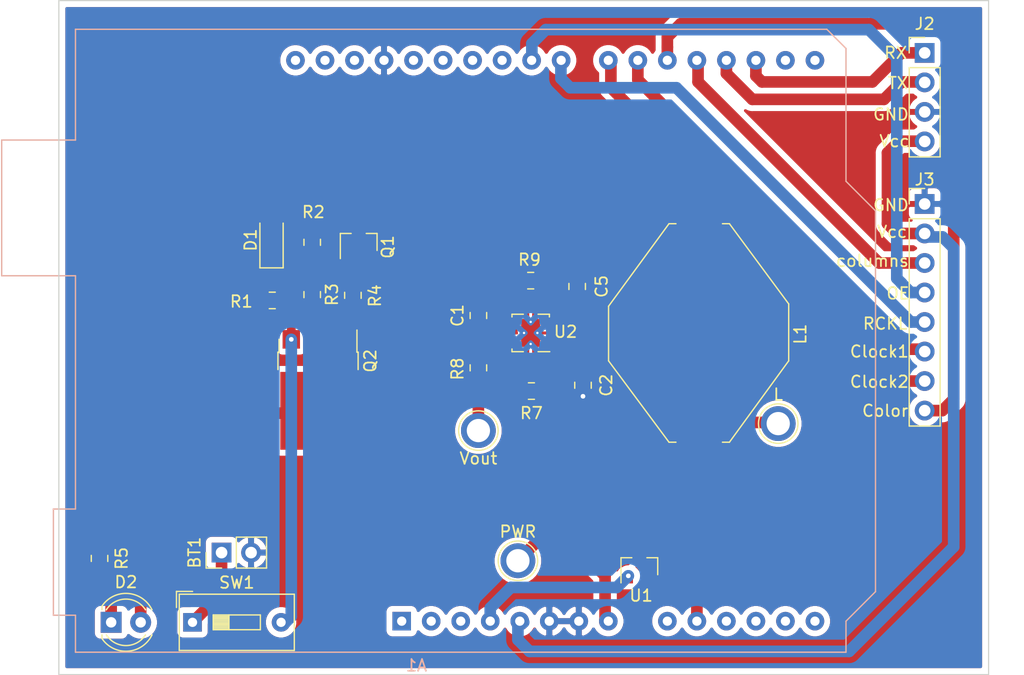
<source format=kicad_pcb>
(kicad_pcb (version 20171130) (host pcbnew "(5.1.5)-3")

  (general
    (thickness 1.6)
    (drawings 16)
    (tracks 159)
    (zones 0)
    (modules 26)
    (nets 43)
  )

  (page A4)
  (layers
    (0 F.Cu signal)
    (31 B.Cu signal)
    (32 B.Adhes user)
    (33 F.Adhes user)
    (34 B.Paste user)
    (35 F.Paste user)
    (36 B.SilkS user)
    (37 F.SilkS user)
    (38 B.Mask user)
    (39 F.Mask user)
    (40 Dwgs.User user)
    (41 Cmts.User user)
    (42 Eco1.User user)
    (43 Eco2.User user)
    (44 Edge.Cuts user)
    (45 Margin user)
    (46 B.CrtYd user)
    (47 F.CrtYd user)
    (48 B.Fab user)
    (49 F.Fab user)
  )

  (setup
    (last_trace_width 1)
    (user_trace_width 0.5)
    (user_trace_width 0.75)
    (user_trace_width 1)
    (trace_clearance 0.2)
    (zone_clearance 0.508)
    (zone_45_only no)
    (trace_min 0.2)
    (via_size 0.8)
    (via_drill 0.4)
    (via_min_size 0.4)
    (via_min_drill 0.3)
    (uvia_size 0.3)
    (uvia_drill 0.1)
    (uvias_allowed no)
    (uvia_min_size 0.2)
    (uvia_min_drill 0.1)
    (edge_width 0.05)
    (segment_width 0.2)
    (pcb_text_width 0.3)
    (pcb_text_size 1.5 1.5)
    (mod_edge_width 0.12)
    (mod_text_size 1 1)
    (mod_text_width 0.15)
    (pad_size 1.524 1.524)
    (pad_drill 0.762)
    (pad_to_mask_clearance 0.051)
    (solder_mask_min_width 0.25)
    (aux_axis_origin 0 0)
    (visible_elements 7FFFFFFF)
    (pcbplotparams
      (layerselection 0x010fc_ffffffff)
      (usegerberextensions false)
      (usegerberattributes false)
      (usegerberadvancedattributes false)
      (creategerberjobfile false)
      (excludeedgelayer true)
      (linewidth 0.100000)
      (plotframeref false)
      (viasonmask false)
      (mode 1)
      (useauxorigin false)
      (hpglpennumber 1)
      (hpglpenspeed 20)
      (hpglpendiameter 15.000000)
      (psnegative false)
      (psa4output false)
      (plotreference true)
      (plotvalue true)
      (plotinvisibletext false)
      (padsonsilk false)
      (subtractmaskfromsilk false)
      (outputformat 1)
      (mirror false)
      (drillshape 0)
      (scaleselection 1)
      (outputdirectory ""))
  )

  (net 0 "")
  (net 1 "Net-(A1-Pad32)")
  (net 2 "Net-(A1-Pad31)")
  (net 3 "Net-(A1-Pad1)")
  (net 4 TX)
  (net 5 "Net-(A1-Pad2)")
  (net 6 RX)
  (net 7 "Net-(A1-Pad3)")
  (net 8 Data_In)
  (net 9 "Net-(A1-Pad4)")
  (net 10 Color_in)
  (net 11 Vcc)
  (net 12 SRCK)
  (net 13 GND)
  (net 14 SRCK2)
  (net 15 RCLK)
  (net 16 PWR)
  (net 17 Output_Enable)
  (net 18 "Net-(A1-Pad9)")
  (net 19 "Net-(A1-Pad25)")
  (net 20 Temp)
  (net 21 "Net-(A1-Pad26)")
  (net 22 "Net-(A1-Pad11)")
  (net 23 "Net-(A1-Pad27)")
  (net 24 "Net-(A1-Pad12)")
  (net 25 "Net-(A1-Pad28)")
  (net 26 "Net-(A1-Pad13)")
  (net 27 "Net-(A1-Pad14)")
  (net 28 "Net-(A1-Pad30)")
  (net 29 "Net-(A1-Pad15)")
  (net 30 "Net-(A1-Pad16)")
  (net 31 "Net-(BT1-Pad1)")
  (net 32 "Net-(C1-Pad1)")
  (net 33 "Net-(C5-Pad1)")
  (net 34 "Net-(D1-Pad1)")
  (net 35 "Net-(D1-Pad2)")
  (net 36 "Net-(D2-Pad1)")
  (net 37 "Net-(Q1-Pad1)")
  (net 38 "Net-(Q2-Pad1)")
  (net 39 "Net-(Q2-Pad3)")
  (net 40 "Net-(R7-Pad2)")
  (net 41 "Net-(L1-Pad1)")
  (net 42 "Net-(L1-Pad2)")

  (net_class Default "This is the default net class."
    (clearance 0.2)
    (trace_width 0.25)
    (via_dia 0.8)
    (via_drill 0.4)
    (uvia_dia 0.3)
    (uvia_drill 0.1)
    (add_net Color_in)
    (add_net Data_In)
    (add_net GND)
    (add_net "Net-(A1-Pad1)")
    (add_net "Net-(A1-Pad11)")
    (add_net "Net-(A1-Pad12)")
    (add_net "Net-(A1-Pad13)")
    (add_net "Net-(A1-Pad14)")
    (add_net "Net-(A1-Pad15)")
    (add_net "Net-(A1-Pad16)")
    (add_net "Net-(A1-Pad2)")
    (add_net "Net-(A1-Pad25)")
    (add_net "Net-(A1-Pad26)")
    (add_net "Net-(A1-Pad27)")
    (add_net "Net-(A1-Pad28)")
    (add_net "Net-(A1-Pad3)")
    (add_net "Net-(A1-Pad30)")
    (add_net "Net-(A1-Pad31)")
    (add_net "Net-(A1-Pad32)")
    (add_net "Net-(A1-Pad4)")
    (add_net "Net-(A1-Pad9)")
    (add_net "Net-(BT1-Pad1)")
    (add_net "Net-(C1-Pad1)")
    (add_net "Net-(C5-Pad1)")
    (add_net "Net-(D1-Pad1)")
    (add_net "Net-(D1-Pad2)")
    (add_net "Net-(D2-Pad1)")
    (add_net "Net-(L1-Pad1)")
    (add_net "Net-(L1-Pad2)")
    (add_net "Net-(Q1-Pad1)")
    (add_net "Net-(Q2-Pad1)")
    (add_net "Net-(Q2-Pad3)")
    (add_net "Net-(R7-Pad2)")
    (add_net Output_Enable)
    (add_net PWR)
    (add_net RCLK)
    (add_net RX)
    (add_net SRCK)
    (add_net SRCK2)
    (add_net TX)
    (add_net Temp)
    (add_net Vcc)
  )

  (module Package_TO_SOT_SMD:SOT-23 (layer F.Cu) (tedit 5A02FF57) (tstamp 5FD272D4)
    (at 57.45 58.2 90)
    (descr "SOT-23, Standard")
    (tags SOT-23)
    (path /5FCFA411/5FD0E3A1)
    (attr smd)
    (fp_text reference U1 (at -2.5 0.15 180) (layer F.SilkS)
      (effects (font (size 1 1) (thickness 0.15)))
    )
    (fp_text value MCP9700AT-ETT (at 0 2.5 90) (layer F.Fab)
      (effects (font (size 1 1) (thickness 0.15)))
    )
    (fp_line (start 0.76 1.58) (end -0.7 1.58) (layer F.SilkS) (width 0.12))
    (fp_line (start 0.76 -1.58) (end -1.4 -1.58) (layer F.SilkS) (width 0.12))
    (fp_line (start -1.7 1.75) (end -1.7 -1.75) (layer F.CrtYd) (width 0.05))
    (fp_line (start 1.7 1.75) (end -1.7 1.75) (layer F.CrtYd) (width 0.05))
    (fp_line (start 1.7 -1.75) (end 1.7 1.75) (layer F.CrtYd) (width 0.05))
    (fp_line (start -1.7 -1.75) (end 1.7 -1.75) (layer F.CrtYd) (width 0.05))
    (fp_line (start 0.76 -1.58) (end 0.76 -0.65) (layer F.SilkS) (width 0.12))
    (fp_line (start 0.76 1.58) (end 0.76 0.65) (layer F.SilkS) (width 0.12))
    (fp_line (start -0.7 1.52) (end 0.7 1.52) (layer F.Fab) (width 0.1))
    (fp_line (start 0.7 -1.52) (end 0.7 1.52) (layer F.Fab) (width 0.1))
    (fp_line (start -0.7 -0.95) (end -0.15 -1.52) (layer F.Fab) (width 0.1))
    (fp_line (start -0.15 -1.52) (end 0.7 -1.52) (layer F.Fab) (width 0.1))
    (fp_line (start -0.7 -0.95) (end -0.7 1.5) (layer F.Fab) (width 0.1))
    (fp_text user %R (at 0 0) (layer F.Fab)
      (effects (font (size 0.5 0.5) (thickness 0.075)))
    )
    (pad 3 smd rect (at 1 0 90) (size 0.9 0.8) (layers F.Cu F.Paste F.Mask)
      (net 13 GND))
    (pad 2 smd rect (at -1 0.95 90) (size 0.9 0.8) (layers F.Cu F.Paste F.Mask)
      (net 20 Temp))
    (pad 1 smd rect (at -1 -0.95 90) (size 0.9 0.8) (layers F.Cu F.Paste F.Mask)
      (net 9 "Net-(A1-Pad4)"))
    (model ${KISYS3DMOD}/Package_TO_SOT_SMD.3dshapes/SOT-23.wrl
      (at (xyz 0 0 0))
      (scale (xyz 1 1 1))
      (rotate (xyz 0 0 0))
    )
  )

  (module Module:Arduino_UNO_R3 (layer B.Cu) (tedit 58AB60FC) (tstamp 5FD26F83)
    (at 37 62.9)
    (descr "Arduino UNO R3, http://www.mouser.com/pdfdocs/Gravitech_Arduino_Nano3_0.pdf")
    (tags "Arduino UNO R3")
    (path /5FCFA411/5FD0E3A0)
    (fp_text reference A1 (at 1.27 3.81 -180) (layer B.SilkS)
      (effects (font (size 1 1) (thickness 0.15)) (justify mirror))
    )
    (fp_text value Arduino_UNO_R3 (at 0 -22.86) (layer B.Fab)
      (effects (font (size 1 1) (thickness 0.15)) (justify mirror))
    )
    (fp_text user %R (at 0 -20.32 -180) (layer B.Fab)
      (effects (font (size 1 1) (thickness 0.15)) (justify mirror))
    )
    (fp_line (start 38.35 2.79) (end 38.35 0) (layer B.CrtYd) (width 0.05))
    (fp_line (start 38.35 0) (end 40.89 -2.54) (layer B.CrtYd) (width 0.05))
    (fp_line (start 40.89 -2.54) (end 40.89 -35.31) (layer B.CrtYd) (width 0.05))
    (fp_line (start 40.89 -35.31) (end 38.35 -37.85) (layer B.CrtYd) (width 0.05))
    (fp_line (start 38.35 -37.85) (end 38.35 -49.28) (layer B.CrtYd) (width 0.05))
    (fp_line (start 38.35 -49.28) (end 36.58 -51.05) (layer B.CrtYd) (width 0.05))
    (fp_line (start 36.58 -51.05) (end -28.19 -51.05) (layer B.CrtYd) (width 0.05))
    (fp_line (start -28.19 -51.05) (end -28.19 -41.53) (layer B.CrtYd) (width 0.05))
    (fp_line (start -28.19 -41.53) (end -34.54 -41.53) (layer B.CrtYd) (width 0.05))
    (fp_line (start -34.54 -41.53) (end -34.54 -29.59) (layer B.CrtYd) (width 0.05))
    (fp_line (start -34.54 -29.59) (end -28.19 -29.59) (layer B.CrtYd) (width 0.05))
    (fp_line (start -28.19 -29.59) (end -28.19 -9.78) (layer B.CrtYd) (width 0.05))
    (fp_line (start -28.19 -9.78) (end -30.1 -9.78) (layer B.CrtYd) (width 0.05))
    (fp_line (start -30.1 -9.78) (end -30.1 -0.38) (layer B.CrtYd) (width 0.05))
    (fp_line (start -30.1 -0.38) (end -28.19 -0.38) (layer B.CrtYd) (width 0.05))
    (fp_line (start -28.19 -0.38) (end -28.19 2.79) (layer B.CrtYd) (width 0.05))
    (fp_line (start -28.19 2.79) (end 38.35 2.79) (layer B.CrtYd) (width 0.05))
    (fp_line (start 40.77 -35.31) (end 40.77 -2.54) (layer B.SilkS) (width 0.12))
    (fp_line (start 40.77 -2.54) (end 38.23 0) (layer B.SilkS) (width 0.12))
    (fp_line (start 38.23 0) (end 38.23 2.67) (layer B.SilkS) (width 0.12))
    (fp_line (start 38.23 2.67) (end -28.07 2.67) (layer B.SilkS) (width 0.12))
    (fp_line (start -28.07 2.67) (end -28.07 -0.51) (layer B.SilkS) (width 0.12))
    (fp_line (start -28.07 -0.51) (end -29.97 -0.51) (layer B.SilkS) (width 0.12))
    (fp_line (start -29.97 -0.51) (end -29.97 -9.65) (layer B.SilkS) (width 0.12))
    (fp_line (start -29.97 -9.65) (end -28.07 -9.65) (layer B.SilkS) (width 0.12))
    (fp_line (start -28.07 -9.65) (end -28.07 -29.72) (layer B.SilkS) (width 0.12))
    (fp_line (start -28.07 -29.72) (end -34.42 -29.72) (layer B.SilkS) (width 0.12))
    (fp_line (start -34.42 -29.72) (end -34.42 -41.4) (layer B.SilkS) (width 0.12))
    (fp_line (start -34.42 -41.4) (end -28.07 -41.4) (layer B.SilkS) (width 0.12))
    (fp_line (start -28.07 -41.4) (end -28.07 -50.93) (layer B.SilkS) (width 0.12))
    (fp_line (start -28.07 -50.93) (end 36.58 -50.93) (layer B.SilkS) (width 0.12))
    (fp_line (start 36.58 -50.93) (end 38.23 -49.28) (layer B.SilkS) (width 0.12))
    (fp_line (start 38.23 -49.28) (end 38.23 -37.85) (layer B.SilkS) (width 0.12))
    (fp_line (start 38.23 -37.85) (end 40.77 -35.31) (layer B.SilkS) (width 0.12))
    (fp_line (start -34.29 -29.84) (end -18.41 -29.84) (layer B.Fab) (width 0.1))
    (fp_line (start -18.41 -29.84) (end -18.41 -41.27) (layer B.Fab) (width 0.1))
    (fp_line (start -18.41 -41.27) (end -34.29 -41.27) (layer B.Fab) (width 0.1))
    (fp_line (start -34.29 -41.27) (end -34.29 -29.84) (layer B.Fab) (width 0.1))
    (fp_line (start -29.84 -0.64) (end -16.51 -0.64) (layer B.Fab) (width 0.1))
    (fp_line (start -16.51 -0.64) (end -16.51 -9.53) (layer B.Fab) (width 0.1))
    (fp_line (start -16.51 -9.53) (end -29.84 -9.53) (layer B.Fab) (width 0.1))
    (fp_line (start -29.84 -9.53) (end -29.84 -0.64) (layer B.Fab) (width 0.1))
    (fp_line (start 38.1 -37.85) (end 38.1 -49.28) (layer B.Fab) (width 0.1))
    (fp_line (start 40.64 -2.54) (end 40.64 -35.31) (layer B.Fab) (width 0.1))
    (fp_line (start 40.64 -35.31) (end 38.1 -37.85) (layer B.Fab) (width 0.1))
    (fp_line (start 38.1 2.54) (end 38.1 0) (layer B.Fab) (width 0.1))
    (fp_line (start 38.1 0) (end 40.64 -2.54) (layer B.Fab) (width 0.1))
    (fp_line (start 38.1 -49.28) (end 36.58 -50.8) (layer B.Fab) (width 0.1))
    (fp_line (start 36.58 -50.8) (end -27.94 -50.8) (layer B.Fab) (width 0.1))
    (fp_line (start -27.94 -50.8) (end -27.94 2.54) (layer B.Fab) (width 0.1))
    (fp_line (start -27.94 2.54) (end 38.1 2.54) (layer B.Fab) (width 0.1))
    (pad 32 thru_hole oval (at -9.14 -48.26 270) (size 1.6 1.6) (drill 0.8) (layers *.Cu *.Mask)
      (net 1 "Net-(A1-Pad32)"))
    (pad 31 thru_hole oval (at -6.6 -48.26 270) (size 1.6 1.6) (drill 0.8) (layers *.Cu *.Mask)
      (net 2 "Net-(A1-Pad31)"))
    (pad 1 thru_hole rect (at 0 0 270) (size 1.6 1.6) (drill 0.8) (layers *.Cu *.Mask)
      (net 3 "Net-(A1-Pad1)"))
    (pad 17 thru_hole oval (at 30.48 -48.26 270) (size 1.6 1.6) (drill 0.8) (layers *.Cu *.Mask)
      (net 6 RX))
    (pad 2 thru_hole oval (at 2.54 0 270) (size 1.6 1.6) (drill 0.8) (layers *.Cu *.Mask)
      (net 5 "Net-(A1-Pad2)"))
    (pad 18 thru_hole oval (at 27.94 -48.26 270) (size 1.6 1.6) (drill 0.8) (layers *.Cu *.Mask)
      (net 4 TX))
    (pad 3 thru_hole oval (at 5.08 0 270) (size 1.6 1.6) (drill 0.8) (layers *.Cu *.Mask)
      (net 7 "Net-(A1-Pad3)"))
    (pad 19 thru_hole oval (at 25.4 -48.26 270) (size 1.6 1.6) (drill 0.8) (layers *.Cu *.Mask)
      (net 8 Data_In))
    (pad 4 thru_hole oval (at 7.62 0 270) (size 1.6 1.6) (drill 0.8) (layers *.Cu *.Mask)
      (net 9 "Net-(A1-Pad4)"))
    (pad 20 thru_hole oval (at 22.86 -48.26 270) (size 1.6 1.6) (drill 0.8) (layers *.Cu *.Mask)
      (net 10 Color_in))
    (pad 5 thru_hole oval (at 10.16 0 270) (size 1.6 1.6) (drill 0.8) (layers *.Cu *.Mask)
      (net 11 Vcc))
    (pad 21 thru_hole oval (at 20.32 -48.26 270) (size 1.6 1.6) (drill 0.8) (layers *.Cu *.Mask)
      (net 12 SRCK))
    (pad 6 thru_hole oval (at 12.7 0 270) (size 1.6 1.6) (drill 0.8) (layers *.Cu *.Mask)
      (net 13 GND))
    (pad 22 thru_hole oval (at 17.78 -48.26 270) (size 1.6 1.6) (drill 0.8) (layers *.Cu *.Mask)
      (net 14 SRCK2))
    (pad 7 thru_hole oval (at 15.24 0 270) (size 1.6 1.6) (drill 0.8) (layers *.Cu *.Mask)
      (net 13 GND))
    (pad 23 thru_hole oval (at 13.72 -48.26 270) (size 1.6 1.6) (drill 0.8) (layers *.Cu *.Mask)
      (net 15 RCLK))
    (pad 8 thru_hole oval (at 17.78 0 270) (size 1.6 1.6) (drill 0.8) (layers *.Cu *.Mask)
      (net 16 PWR))
    (pad 24 thru_hole oval (at 11.18 -48.26 270) (size 1.6 1.6) (drill 0.8) (layers *.Cu *.Mask)
      (net 17 Output_Enable))
    (pad 9 thru_hole oval (at 22.86 0 270) (size 1.6 1.6) (drill 0.8) (layers *.Cu *.Mask)
      (net 18 "Net-(A1-Pad9)"))
    (pad 25 thru_hole oval (at 8.64 -48.26 270) (size 1.6 1.6) (drill 0.8) (layers *.Cu *.Mask)
      (net 19 "Net-(A1-Pad25)"))
    (pad 10 thru_hole oval (at 25.4 0 270) (size 1.6 1.6) (drill 0.8) (layers *.Cu *.Mask)
      (net 20 Temp))
    (pad 26 thru_hole oval (at 6.1 -48.26 270) (size 1.6 1.6) (drill 0.8) (layers *.Cu *.Mask)
      (net 21 "Net-(A1-Pad26)"))
    (pad 11 thru_hole oval (at 27.94 0 270) (size 1.6 1.6) (drill 0.8) (layers *.Cu *.Mask)
      (net 22 "Net-(A1-Pad11)"))
    (pad 27 thru_hole oval (at 3.56 -48.26 270) (size 1.6 1.6) (drill 0.8) (layers *.Cu *.Mask)
      (net 23 "Net-(A1-Pad27)"))
    (pad 12 thru_hole oval (at 30.48 0 270) (size 1.6 1.6) (drill 0.8) (layers *.Cu *.Mask)
      (net 24 "Net-(A1-Pad12)"))
    (pad 28 thru_hole oval (at 1.02 -48.26 270) (size 1.6 1.6) (drill 0.8) (layers *.Cu *.Mask)
      (net 25 "Net-(A1-Pad28)"))
    (pad 13 thru_hole oval (at 33.02 0 270) (size 1.6 1.6) (drill 0.8) (layers *.Cu *.Mask)
      (net 26 "Net-(A1-Pad13)"))
    (pad 29 thru_hole oval (at -1.52 -48.26 270) (size 1.6 1.6) (drill 0.8) (layers *.Cu *.Mask)
      (net 13 GND))
    (pad 14 thru_hole oval (at 35.56 0 270) (size 1.6 1.6) (drill 0.8) (layers *.Cu *.Mask)
      (net 27 "Net-(A1-Pad14)"))
    (pad 30 thru_hole oval (at -4.06 -48.26 270) (size 1.6 1.6) (drill 0.8) (layers *.Cu *.Mask)
      (net 28 "Net-(A1-Pad30)"))
    (pad 15 thru_hole oval (at 35.56 -48.26 270) (size 1.6 1.6) (drill 0.8) (layers *.Cu *.Mask)
      (net 29 "Net-(A1-Pad15)"))
    (pad 16 thru_hole oval (at 33.02 -48.26 270) (size 1.6 1.6) (drill 0.8) (layers *.Cu *.Mask)
      (net 30 "Net-(A1-Pad16)"))
    (model ${KISYS3DMOD}/Module.3dshapes/Arduino_UNO_R3.wrl
      (at (xyz 0 0 0))
      (scale (xyz 1 1 1))
      (rotate (xyz 0 0 0))
    )
  )

  (module Connector_PinHeader_2.54mm:PinHeader_1x02_P2.54mm_Vertical (layer F.Cu) (tedit 59FED5CC) (tstamp 5FD26F99)
    (at 21.5 57 90)
    (descr "Through hole straight pin header, 1x02, 2.54mm pitch, single row")
    (tags "Through hole pin header THT 1x02 2.54mm single row")
    (path /5FCFA5C1/5FAEB6F2)
    (fp_text reference BT1 (at 0 -2.33 90) (layer F.SilkS)
      (effects (font (size 1 1) (thickness 0.15)))
    )
    (fp_text value 3,7V (at 0 -4 90) (layer F.Fab)
      (effects (font (size 1 1) (thickness 0.15)))
    )
    (fp_line (start -0.635 -1.27) (end 1.27 -1.27) (layer F.Fab) (width 0.1))
    (fp_line (start 1.27 -1.27) (end 1.27 3.81) (layer F.Fab) (width 0.1))
    (fp_line (start 1.27 3.81) (end -1.27 3.81) (layer F.Fab) (width 0.1))
    (fp_line (start -1.27 3.81) (end -1.27 -0.635) (layer F.Fab) (width 0.1))
    (fp_line (start -1.27 -0.635) (end -0.635 -1.27) (layer F.Fab) (width 0.1))
    (fp_line (start -1.33 3.87) (end 1.33 3.87) (layer F.SilkS) (width 0.12))
    (fp_line (start -1.33 1.27) (end -1.33 3.87) (layer F.SilkS) (width 0.12))
    (fp_line (start 1.33 1.27) (end 1.33 3.87) (layer F.SilkS) (width 0.12))
    (fp_line (start -1.33 1.27) (end 1.33 1.27) (layer F.SilkS) (width 0.12))
    (fp_line (start -1.33 0) (end -1.33 -1.33) (layer F.SilkS) (width 0.12))
    (fp_line (start -1.33 -1.33) (end 0 -1.33) (layer F.SilkS) (width 0.12))
    (fp_line (start -1.8 -1.8) (end -1.8 4.35) (layer F.CrtYd) (width 0.05))
    (fp_line (start -1.8 4.35) (end 1.8 4.35) (layer F.CrtYd) (width 0.05))
    (fp_line (start 1.8 4.35) (end 1.8 -1.8) (layer F.CrtYd) (width 0.05))
    (fp_line (start 1.8 -1.8) (end -1.8 -1.8) (layer F.CrtYd) (width 0.05))
    (fp_text user %R (at 0 1.27) (layer F.Fab)
      (effects (font (size 1 1) (thickness 0.15)))
    )
    (pad 1 thru_hole rect (at 0 0 90) (size 1.7 1.7) (drill 1) (layers *.Cu *.Mask)
      (net 31 "Net-(BT1-Pad1)"))
    (pad 2 thru_hole oval (at 0 2.54 90) (size 1.7 1.7) (drill 1) (layers *.Cu *.Mask)
      (net 13 GND))
    (model ${KISYS3DMOD}/Connector_PinHeader_2.54mm.3dshapes/PinHeader_1x02_P2.54mm_Vertical.wrl
      (at (xyz 0 0 0))
      (scale (xyz 1 1 1))
      (rotate (xyz 0 0 0))
    )
  )

  (module Diode_SMD:D_SOD-123F (layer F.Cu) (tedit 587F7769) (tstamp 5FD27137)
    (at 25.8 30.3 90)
    (descr D_SOD-123F)
    (tags D_SOD-123F)
    (path /5FCFA5C1/5FAFFA6A)
    (attr smd)
    (fp_text reference D1 (at 0.2 -1.8 90) (layer F.SilkS)
      (effects (font (size 1 1) (thickness 0.15)))
    )
    (fp_text value 3V (at 2 -2 90) (layer F.Fab)
      (effects (font (size 1 1) (thickness 0.15)))
    )
    (fp_text user %R (at -0.127 -1.905 90) (layer F.Fab)
      (effects (font (size 1 1) (thickness 0.15)))
    )
    (fp_line (start -2.2 -1) (end -2.2 1) (layer F.SilkS) (width 0.12))
    (fp_line (start 0.25 0) (end 0.75 0) (layer F.Fab) (width 0.1))
    (fp_line (start 0.25 0.4) (end -0.35 0) (layer F.Fab) (width 0.1))
    (fp_line (start 0.25 -0.4) (end 0.25 0.4) (layer F.Fab) (width 0.1))
    (fp_line (start -0.35 0) (end 0.25 -0.4) (layer F.Fab) (width 0.1))
    (fp_line (start -0.35 0) (end -0.35 0.55) (layer F.Fab) (width 0.1))
    (fp_line (start -0.35 0) (end -0.35 -0.55) (layer F.Fab) (width 0.1))
    (fp_line (start -0.75 0) (end -0.35 0) (layer F.Fab) (width 0.1))
    (fp_line (start -1.4 0.9) (end -1.4 -0.9) (layer F.Fab) (width 0.1))
    (fp_line (start 1.4 0.9) (end -1.4 0.9) (layer F.Fab) (width 0.1))
    (fp_line (start 1.4 -0.9) (end 1.4 0.9) (layer F.Fab) (width 0.1))
    (fp_line (start -1.4 -0.9) (end 1.4 -0.9) (layer F.Fab) (width 0.1))
    (fp_line (start -2.2 -1.15) (end 2.2 -1.15) (layer F.CrtYd) (width 0.05))
    (fp_line (start 2.2 -1.15) (end 2.2 1.15) (layer F.CrtYd) (width 0.05))
    (fp_line (start 2.2 1.15) (end -2.2 1.15) (layer F.CrtYd) (width 0.05))
    (fp_line (start -2.2 -1.15) (end -2.2 1.15) (layer F.CrtYd) (width 0.05))
    (fp_line (start -2.2 1) (end 1.65 1) (layer F.SilkS) (width 0.12))
    (fp_line (start -2.2 -1) (end 1.65 -1) (layer F.SilkS) (width 0.12))
    (pad 1 smd rect (at -1.4 0 90) (size 1.1 1.1) (layers F.Cu F.Paste F.Mask)
      (net 34 "Net-(D1-Pad1)"))
    (pad 2 smd rect (at 1.4 0 90) (size 1.1 1.1) (layers F.Cu F.Paste F.Mask)
      (net 35 "Net-(D1-Pad2)"))
    (model ${KISYS3DMOD}/Diode_SMD.3dshapes/D_SOD-123F.wrl
      (at (xyz 0 0 0))
      (scale (xyz 1 1 1))
      (rotate (xyz 0 0 0))
    )
  )

  (module Connector_PinHeader_2.54mm:PinHeader_1x04_P2.54mm_Vertical (layer F.Cu) (tedit 59FED5CC) (tstamp 5FD27162)
    (at 82 14)
    (descr "Through hole straight pin header, 1x04, 2.54mm pitch, single row")
    (tags "Through hole pin header THT 1x04 2.54mm single row")
    (path /5FCFA411/5FD34FF9)
    (fp_text reference J2 (at 0 -2.5) (layer F.SilkS)
      (effects (font (size 1 1) (thickness 0.15)))
    )
    (fp_text value Screw_Terminal_01x04 (at 0 9.95) (layer F.Fab)
      (effects (font (size 1 1) (thickness 0.15)))
    )
    (fp_line (start -0.635 -1.27) (end 1.27 -1.27) (layer F.Fab) (width 0.1))
    (fp_line (start 1.27 -1.27) (end 1.27 8.89) (layer F.Fab) (width 0.1))
    (fp_line (start 1.27 8.89) (end -1.27 8.89) (layer F.Fab) (width 0.1))
    (fp_line (start -1.27 8.89) (end -1.27 -0.635) (layer F.Fab) (width 0.1))
    (fp_line (start -1.27 -0.635) (end -0.635 -1.27) (layer F.Fab) (width 0.1))
    (fp_line (start -1.33 8.95) (end 1.33 8.95) (layer F.SilkS) (width 0.12))
    (fp_line (start -1.33 1.27) (end -1.33 8.95) (layer F.SilkS) (width 0.12))
    (fp_line (start 1.33 1.27) (end 1.33 8.95) (layer F.SilkS) (width 0.12))
    (fp_line (start -1.33 1.27) (end 1.33 1.27) (layer F.SilkS) (width 0.12))
    (fp_line (start -1.33 0) (end -1.33 -1.33) (layer F.SilkS) (width 0.12))
    (fp_line (start -1.33 -1.33) (end 0 -1.33) (layer F.SilkS) (width 0.12))
    (fp_line (start -1.8 -1.8) (end -1.8 9.4) (layer F.CrtYd) (width 0.05))
    (fp_line (start -1.8 9.4) (end 1.8 9.4) (layer F.CrtYd) (width 0.05))
    (fp_line (start 1.8 9.4) (end 1.8 -1.8) (layer F.CrtYd) (width 0.05))
    (fp_line (start 1.8 -1.8) (end -1.8 -1.8) (layer F.CrtYd) (width 0.05))
    (fp_text user %R (at 0 3.81 90) (layer F.Fab)
      (effects (font (size 1 1) (thickness 0.15)))
    )
    (pad 1 thru_hole rect (at 0 0) (size 1.7 1.7) (drill 1) (layers *.Cu *.Mask)
      (net 6 RX))
    (pad 2 thru_hole oval (at 0 2.54) (size 1.7 1.7) (drill 1) (layers *.Cu *.Mask)
      (net 4 TX))
    (pad 3 thru_hole oval (at 0 5.08) (size 1.7 1.7) (drill 1) (layers *.Cu *.Mask)
      (net 13 GND))
    (pad 4 thru_hole oval (at 0 7.62) (size 1.7 1.7) (drill 1) (layers *.Cu *.Mask)
      (net 11 Vcc))
    (model ${KISYS3DMOD}/Connector_PinHeader_2.54mm.3dshapes/PinHeader_1x04_P2.54mm_Vertical.wrl
      (at (xyz 0 0 0))
      (scale (xyz 1 1 1))
      (rotate (xyz 0 0 0))
    )
  )

  (module Connector_PinHeader_2.54mm:PinHeader_1x08_P2.54mm_Vertical (layer F.Cu) (tedit 59FED5CC) (tstamp 5FD2717E)
    (at 82 27)
    (descr "Through hole straight pin header, 1x08, 2.54mm pitch, single row")
    (tags "Through hole pin header THT 1x08 2.54mm single row")
    (path /5FCFA411/5FD1C514)
    (fp_text reference J3 (at 0 -2.1) (layer F.SilkS)
      (effects (font (size 1 1) (thickness 0.15)))
    )
    (fp_text value Screw_Terminal_01x08 (at 0 20.11) (layer F.Fab)
      (effects (font (size 1 1) (thickness 0.15)))
    )
    (fp_line (start -0.635 -1.27) (end 1.27 -1.27) (layer F.Fab) (width 0.1))
    (fp_line (start 1.27 -1.27) (end 1.27 19.05) (layer F.Fab) (width 0.1))
    (fp_line (start 1.27 19.05) (end -1.27 19.05) (layer F.Fab) (width 0.1))
    (fp_line (start -1.27 19.05) (end -1.27 -0.635) (layer F.Fab) (width 0.1))
    (fp_line (start -1.27 -0.635) (end -0.635 -1.27) (layer F.Fab) (width 0.1))
    (fp_line (start -1.33 19.11) (end 1.33 19.11) (layer F.SilkS) (width 0.12))
    (fp_line (start -1.33 1.27) (end -1.33 19.11) (layer F.SilkS) (width 0.12))
    (fp_line (start 1.33 1.27) (end 1.33 19.11) (layer F.SilkS) (width 0.12))
    (fp_line (start -1.33 1.27) (end 1.33 1.27) (layer F.SilkS) (width 0.12))
    (fp_line (start -1.33 0) (end -1.33 -1.33) (layer F.SilkS) (width 0.12))
    (fp_line (start -1.33 -1.33) (end 0 -1.33) (layer F.SilkS) (width 0.12))
    (fp_line (start -1.8 -1.8) (end -1.8 19.55) (layer F.CrtYd) (width 0.05))
    (fp_line (start -1.8 19.55) (end 1.8 19.55) (layer F.CrtYd) (width 0.05))
    (fp_line (start 1.8 19.55) (end 1.8 -1.8) (layer F.CrtYd) (width 0.05))
    (fp_line (start 1.8 -1.8) (end -1.8 -1.8) (layer F.CrtYd) (width 0.05))
    (fp_text user %R (at 0 8.89 90) (layer F.Fab)
      (effects (font (size 1 1) (thickness 0.15)))
    )
    (pad 1 thru_hole rect (at 0 0) (size 1.7 1.7) (drill 1) (layers *.Cu *.Mask)
      (net 13 GND))
    (pad 2 thru_hole oval (at 0 2.54) (size 1.7 1.7) (drill 1) (layers *.Cu *.Mask)
      (net 11 Vcc))
    (pad 3 thru_hole oval (at 0 5.08) (size 1.7 1.7) (drill 1) (layers *.Cu *.Mask)
      (net 8 Data_In))
    (pad 4 thru_hole oval (at 0 7.62) (size 1.7 1.7) (drill 1) (layers *.Cu *.Mask)
      (net 17 Output_Enable))
    (pad 5 thru_hole oval (at 0 10.16) (size 1.7 1.7) (drill 1) (layers *.Cu *.Mask)
      (net 15 RCLK))
    (pad 6 thru_hole oval (at 0 12.7) (size 1.7 1.7) (drill 1) (layers *.Cu *.Mask)
      (net 12 SRCK))
    (pad 7 thru_hole oval (at 0 15.24) (size 1.7 1.7) (drill 1) (layers *.Cu *.Mask)
      (net 14 SRCK2))
    (pad 8 thru_hole oval (at 0 17.78) (size 1.7 1.7) (drill 1) (layers *.Cu *.Mask)
      (net 10 Color_in))
    (model ${KISYS3DMOD}/Connector_PinHeader_2.54mm.3dshapes/PinHeader_1x08_P2.54mm_Vertical.wrl
      (at (xyz 0 0 0))
      (scale (xyz 1 1 1))
      (rotate (xyz 0 0 0))
    )
  )

  (module Package_TO_SOT_SMD:SOT-23 (layer F.Cu) (tedit 5A02FF57) (tstamp 5FD271CB)
    (at 33.3 30.3 90)
    (descr "SOT-23, Standard")
    (tags SOT-23)
    (path /5FCFA5C1/5FAFC741)
    (attr smd)
    (fp_text reference Q1 (at -0.4 2.5 90) (layer F.SilkS)
      (effects (font (size 1 1) (thickness 0.15)))
    )
    (fp_text value Q_NPN_CEB (at 0 2.5 90) (layer F.Fab)
      (effects (font (size 1 1) (thickness 0.15)))
    )
    (fp_text user %R (at 0 0) (layer F.Fab)
      (effects (font (size 0.5 0.5) (thickness 0.075)))
    )
    (fp_line (start -0.7 -0.95) (end -0.7 1.5) (layer F.Fab) (width 0.1))
    (fp_line (start -0.15 -1.52) (end 0.7 -1.52) (layer F.Fab) (width 0.1))
    (fp_line (start -0.7 -0.95) (end -0.15 -1.52) (layer F.Fab) (width 0.1))
    (fp_line (start 0.7 -1.52) (end 0.7 1.52) (layer F.Fab) (width 0.1))
    (fp_line (start -0.7 1.52) (end 0.7 1.52) (layer F.Fab) (width 0.1))
    (fp_line (start 0.76 1.58) (end 0.76 0.65) (layer F.SilkS) (width 0.12))
    (fp_line (start 0.76 -1.58) (end 0.76 -0.65) (layer F.SilkS) (width 0.12))
    (fp_line (start -1.7 -1.75) (end 1.7 -1.75) (layer F.CrtYd) (width 0.05))
    (fp_line (start 1.7 -1.75) (end 1.7 1.75) (layer F.CrtYd) (width 0.05))
    (fp_line (start 1.7 1.75) (end -1.7 1.75) (layer F.CrtYd) (width 0.05))
    (fp_line (start -1.7 1.75) (end -1.7 -1.75) (layer F.CrtYd) (width 0.05))
    (fp_line (start 0.76 -1.58) (end -1.4 -1.58) (layer F.SilkS) (width 0.12))
    (fp_line (start 0.76 1.58) (end -0.7 1.58) (layer F.SilkS) (width 0.12))
    (pad 1 smd rect (at -1 -0.95 90) (size 0.9 0.8) (layers F.Cu F.Paste F.Mask)
      (net 37 "Net-(Q1-Pad1)"))
    (pad 2 smd rect (at -1 0.95 90) (size 0.9 0.8) (layers F.Cu F.Paste F.Mask)
      (net 13 GND))
    (pad 3 smd rect (at 1 0 90) (size 0.9 0.8) (layers F.Cu F.Paste F.Mask)
      (net 35 "Net-(D1-Pad2)"))
    (model ${KISYS3DMOD}/Package_TO_SOT_SMD.3dshapes/SOT-23.wrl
      (at (xyz 0 0 0))
      (scale (xyz 1 1 1))
      (rotate (xyz 0 0 0))
    )
  )

  (module Package_TO_SOT_SMD:ATPAK-2 (layer F.Cu) (tedit 5BA2C72D) (tstamp 5FD271EF)
    (at 29.8 43 270)
    (descr "ATPAK SMD package, http://www.onsemi.com/pub/Collateral/ENA2192-D.PDF")
    (tags "ATPAK ")
    (path /5FCFA5C1/5FAFDA87)
    (attr smd)
    (fp_text reference Q2 (at -2.5 -4.5 90) (layer F.SilkS)
      (effects (font (size 1 1) (thickness 0.15)))
    )
    (fp_text value Q_PNP_BCE (at 0 4.5 90) (layer F.Fab)
      (effects (font (size 1 1) (thickness 0.15)))
    )
    (fp_line (start 4.25 -3.25) (end 4.75 -3.25) (layer F.Fab) (width 0.1))
    (fp_line (start 4.75 -3.25) (end 4.75 3.25) (layer F.Fab) (width 0.1))
    (fp_line (start 4.75 3.25) (end 4.25 3.25) (layer F.Fab) (width 0.1))
    (fp_line (start 4.25 -3.25) (end 4.25 3.25) (layer F.Fab) (width 0.1))
    (fp_line (start 4.25 3.25) (end -3.05 3.25) (layer F.Fab) (width 0.1))
    (fp_line (start -3.05 3.25) (end -3.05 -2.25) (layer F.Fab) (width 0.1))
    (fp_line (start -3.05 -2.25) (end -2.05 -3.25) (layer F.Fab) (width 0.1))
    (fp_line (start -2.05 -3.25) (end 4.25 -3.25) (layer F.Fab) (width 0.1))
    (fp_line (start -2.7 -2.6) (end -4.75 -2.6) (layer F.Fab) (width 0.1))
    (fp_line (start -4.75 -2.6) (end -4.75 -2) (layer F.Fab) (width 0.1))
    (fp_line (start -4.75 -2) (end -3.05 -2) (layer F.Fab) (width 0.1))
    (fp_line (start -3.05 2) (end -4.75 2) (layer F.Fab) (width 0.1))
    (fp_line (start -4.75 2) (end -4.75 2.6) (layer F.Fab) (width 0.1))
    (fp_line (start -4.75 2.6) (end -3.05 2.6) (layer F.Fab) (width 0.1))
    (fp_line (start -1.75 -3.45) (end -3.25 -3.45) (layer F.SilkS) (width 0.12))
    (fp_line (start -3.25 -3.45) (end -3.25 -3.35) (layer F.SilkS) (width 0.12))
    (fp_line (start -3.25 -3.35) (end -5.15 -3.35) (layer F.SilkS) (width 0.12))
    (fp_line (start -1.75 3.45) (end -3.25 3.45) (layer F.SilkS) (width 0.12))
    (fp_line (start -3.25 3.45) (end -3.25 3.35) (layer F.SilkS) (width 0.12))
    (fp_line (start -3.25 3.35) (end -4.35 3.35) (layer F.SilkS) (width 0.12))
    (fp_line (start -5.4 -3.5) (end -5.4 3.5) (layer F.CrtYd) (width 0.05))
    (fp_line (start -5.4 3.5) (end 5.4 3.5) (layer F.CrtYd) (width 0.05))
    (fp_line (start 5.4 3.5) (end 5.4 -3.5) (layer F.CrtYd) (width 0.05))
    (fp_line (start 5.4 -3.5) (end -5.4 -3.5) (layer F.CrtYd) (width 0.05))
    (fp_text user %R (at 0 0 90) (layer F.Fab)
      (effects (font (size 1 1) (thickness 0.15)))
    )
    (pad 1 smd rect (at -4.35 -2.3 270) (size 1.6 1.5) (layers F.Cu F.Paste F.Mask)
      (net 38 "Net-(Q2-Pad1)"))
    (pad 3 smd rect (at -4.35 2.3 270) (size 1.6 1.5) (layers F.Cu F.Paste F.Mask)
      (net 39 "Net-(Q2-Pad3)"))
    (pad 2 smd rect (at 1.8 0 270) (size 6.7 6.5) (layers F.Cu F.Mask)
      (net 33 "Net-(C5-Pad1)"))
    (pad "" smd rect (at 3.55 1.7 270) (size 3.2 3.1) (layers F.Paste))
    (pad "" smd rect (at 0.05 -1.7 270) (size 3.2 3.1) (layers F.Paste))
    (pad "" smd rect (at 3.55 -1.7 270) (size 3.2 3.1) (layers F.Paste))
    (pad "" smd rect (at 0.05 1.7 270) (size 3.2 3.1) (layers F.Paste))
    (model ${KISYS3DMOD}/Package_TO_SOT_SMD.3dshapes/ATPAK-2.wrl
      (at (xyz 0 0 0))
      (scale (xyz 1 1 1))
      (rotate (xyz 0 0 0))
    )
  )

  (module Resistor_SMD:R_0805_2012Metric (layer F.Cu) (tedit 5B36C52B) (tstamp 5FD27200)
    (at 25.8625 35.3 180)
    (descr "Resistor SMD 0805 (2012 Metric), square (rectangular) end terminal, IPC_7351 nominal, (Body size source: https://docs.google.com/spreadsheets/d/1BsfQQcO9C6DZCsRaXUlFlo91Tg2WpOkGARC1WS5S8t0/edit?usp=sharing), generated with kicad-footprint-generator")
    (tags resistor)
    (path /5FCFA5C1/5FAFF34C)
    (attr smd)
    (fp_text reference R1 (at 2.6625 -0.1) (layer F.SilkS)
      (effects (font (size 1 1) (thickness 0.15)))
    )
    (fp_text value 100 (at 2.2625 -1.8) (layer F.Fab)
      (effects (font (size 1 1) (thickness 0.15)))
    )
    (fp_line (start -1 0.6) (end -1 -0.6) (layer F.Fab) (width 0.1))
    (fp_line (start -1 -0.6) (end 1 -0.6) (layer F.Fab) (width 0.1))
    (fp_line (start 1 -0.6) (end 1 0.6) (layer F.Fab) (width 0.1))
    (fp_line (start 1 0.6) (end -1 0.6) (layer F.Fab) (width 0.1))
    (fp_line (start -0.258578 -0.71) (end 0.258578 -0.71) (layer F.SilkS) (width 0.12))
    (fp_line (start -0.258578 0.71) (end 0.258578 0.71) (layer F.SilkS) (width 0.12))
    (fp_line (start -1.68 0.95) (end -1.68 -0.95) (layer F.CrtYd) (width 0.05))
    (fp_line (start -1.68 -0.95) (end 1.68 -0.95) (layer F.CrtYd) (width 0.05))
    (fp_line (start 1.68 -0.95) (end 1.68 0.95) (layer F.CrtYd) (width 0.05))
    (fp_line (start 1.68 0.95) (end -1.68 0.95) (layer F.CrtYd) (width 0.05))
    (fp_text user %R (at 0 0) (layer F.Fab)
      (effects (font (size 0.5 0.5) (thickness 0.08)))
    )
    (pad 1 smd roundrect (at -0.9375 0 180) (size 0.975 1.4) (layers F.Cu F.Paste F.Mask) (roundrect_rratio 0.25)
      (net 39 "Net-(Q2-Pad3)"))
    (pad 2 smd roundrect (at 0.9375 0 180) (size 0.975 1.4) (layers F.Cu F.Paste F.Mask) (roundrect_rratio 0.25)
      (net 34 "Net-(D1-Pad1)"))
    (model ${KISYS3DMOD}/Resistor_SMD.3dshapes/R_0805_2012Metric.wrl
      (at (xyz 0 0 0))
      (scale (xyz 1 1 1))
      (rotate (xyz 0 0 0))
    )
  )

  (module Resistor_SMD:R_0805_2012Metric (layer F.Cu) (tedit 5B36C52B) (tstamp 5FD27211)
    (at 29.3 30.3 90)
    (descr "Resistor SMD 0805 (2012 Metric), square (rectangular) end terminal, IPC_7351 nominal, (Body size source: https://docs.google.com/spreadsheets/d/1BsfQQcO9C6DZCsRaXUlFlo91Tg2WpOkGARC1WS5S8t0/edit?usp=sharing), generated with kicad-footprint-generator")
    (tags resistor)
    (path /5FCFA5C1/5FAFF5C0)
    (attr smd)
    (fp_text reference R2 (at 2.6 0.1 180) (layer F.SilkS)
      (effects (font (size 1 1) (thickness 0.15)))
    )
    (fp_text value 180 (at 3.8 0.1 180) (layer F.Fab)
      (effects (font (size 1 1) (thickness 0.15)))
    )
    (fp_text user %R (at 0 0 90) (layer F.Fab)
      (effects (font (size 0.5 0.5) (thickness 0.08)))
    )
    (fp_line (start 1.68 0.95) (end -1.68 0.95) (layer F.CrtYd) (width 0.05))
    (fp_line (start 1.68 -0.95) (end 1.68 0.95) (layer F.CrtYd) (width 0.05))
    (fp_line (start -1.68 -0.95) (end 1.68 -0.95) (layer F.CrtYd) (width 0.05))
    (fp_line (start -1.68 0.95) (end -1.68 -0.95) (layer F.CrtYd) (width 0.05))
    (fp_line (start -0.258578 0.71) (end 0.258578 0.71) (layer F.SilkS) (width 0.12))
    (fp_line (start -0.258578 -0.71) (end 0.258578 -0.71) (layer F.SilkS) (width 0.12))
    (fp_line (start 1 0.6) (end -1 0.6) (layer F.Fab) (width 0.1))
    (fp_line (start 1 -0.6) (end 1 0.6) (layer F.Fab) (width 0.1))
    (fp_line (start -1 -0.6) (end 1 -0.6) (layer F.Fab) (width 0.1))
    (fp_line (start -1 0.6) (end -1 -0.6) (layer F.Fab) (width 0.1))
    (pad 2 smd roundrect (at 0.9375 0 90) (size 0.975 1.4) (layers F.Cu F.Paste F.Mask) (roundrect_rratio 0.25)
      (net 35 "Net-(D1-Pad2)"))
    (pad 1 smd roundrect (at -0.9375 0 90) (size 0.975 1.4) (layers F.Cu F.Paste F.Mask) (roundrect_rratio 0.25)
      (net 13 GND))
    (model ${KISYS3DMOD}/Resistor_SMD.3dshapes/R_0805_2012Metric.wrl
      (at (xyz 0 0 0))
      (scale (xyz 1 1 1))
      (rotate (xyz 0 0 0))
    )
  )

  (module Resistor_SMD:R_0805_2012Metric (layer F.Cu) (tedit 5B36C52B) (tstamp 5FD27222)
    (at 29.3 34.8 270)
    (descr "Resistor SMD 0805 (2012 Metric), square (rectangular) end terminal, IPC_7351 nominal, (Body size source: https://docs.google.com/spreadsheets/d/1BsfQQcO9C6DZCsRaXUlFlo91Tg2WpOkGARC1WS5S8t0/edit?usp=sharing), generated with kicad-footprint-generator")
    (tags resistor)
    (path /5FCFA5C1/5FAFF0E8)
    (attr smd)
    (fp_text reference R3 (at 0 -1.7 90) (layer F.SilkS)
      (effects (font (size 1 1) (thickness 0.15)))
    )
    (fp_text value 4k7 (at 2.4 -0.4) (layer F.Fab)
      (effects (font (size 1 1) (thickness 0.15)))
    )
    (fp_line (start -1 0.6) (end -1 -0.6) (layer F.Fab) (width 0.1))
    (fp_line (start -1 -0.6) (end 1 -0.6) (layer F.Fab) (width 0.1))
    (fp_line (start 1 -0.6) (end 1 0.6) (layer F.Fab) (width 0.1))
    (fp_line (start 1 0.6) (end -1 0.6) (layer F.Fab) (width 0.1))
    (fp_line (start -0.258578 -0.71) (end 0.258578 -0.71) (layer F.SilkS) (width 0.12))
    (fp_line (start -0.258578 0.71) (end 0.258578 0.71) (layer F.SilkS) (width 0.12))
    (fp_line (start -1.68 0.95) (end -1.68 -0.95) (layer F.CrtYd) (width 0.05))
    (fp_line (start -1.68 -0.95) (end 1.68 -0.95) (layer F.CrtYd) (width 0.05))
    (fp_line (start 1.68 -0.95) (end 1.68 0.95) (layer F.CrtYd) (width 0.05))
    (fp_line (start 1.68 0.95) (end -1.68 0.95) (layer F.CrtYd) (width 0.05))
    (fp_text user %R (at 0 0 90) (layer F.Fab)
      (effects (font (size 0.5 0.5) (thickness 0.08)))
    )
    (pad 1 smd roundrect (at -0.9375 0 270) (size 0.975 1.4) (layers F.Cu F.Paste F.Mask) (roundrect_rratio 0.25)
      (net 39 "Net-(Q2-Pad3)"))
    (pad 2 smd roundrect (at 0.9375 0 270) (size 0.975 1.4) (layers F.Cu F.Paste F.Mask) (roundrect_rratio 0.25)
      (net 38 "Net-(Q2-Pad1)"))
    (model ${KISYS3DMOD}/Resistor_SMD.3dshapes/R_0805_2012Metric.wrl
      (at (xyz 0 0 0))
      (scale (xyz 1 1 1))
      (rotate (xyz 0 0 0))
    )
  )

  (module Resistor_SMD:R_0805_2012Metric (layer F.Cu) (tedit 5B36C52B) (tstamp 5FD27233)
    (at 32.8 34.8625 90)
    (descr "Resistor SMD 0805 (2012 Metric), square (rectangular) end terminal, IPC_7351 nominal, (Body size source: https://docs.google.com/spreadsheets/d/1BsfQQcO9C6DZCsRaXUlFlo91Tg2WpOkGARC1WS5S8t0/edit?usp=sharing), generated with kicad-footprint-generator")
    (tags resistor)
    (path /5FCFA5C1/5FAFE955)
    (attr smd)
    (fp_text reference R4 (at -0.0375 1.9 90) (layer F.SilkS)
      (effects (font (size 1 1) (thickness 0.15)))
    )
    (fp_text value 220 (at -0.4375 3 90) (layer F.Fab)
      (effects (font (size 1 1) (thickness 0.15)))
    )
    (fp_text user %R (at 0 0 90) (layer F.Fab)
      (effects (font (size 0.5 0.5) (thickness 0.08)))
    )
    (fp_line (start 1.68 0.95) (end -1.68 0.95) (layer F.CrtYd) (width 0.05))
    (fp_line (start 1.68 -0.95) (end 1.68 0.95) (layer F.CrtYd) (width 0.05))
    (fp_line (start -1.68 -0.95) (end 1.68 -0.95) (layer F.CrtYd) (width 0.05))
    (fp_line (start -1.68 0.95) (end -1.68 -0.95) (layer F.CrtYd) (width 0.05))
    (fp_line (start -0.258578 0.71) (end 0.258578 0.71) (layer F.SilkS) (width 0.12))
    (fp_line (start -0.258578 -0.71) (end 0.258578 -0.71) (layer F.SilkS) (width 0.12))
    (fp_line (start 1 0.6) (end -1 0.6) (layer F.Fab) (width 0.1))
    (fp_line (start 1 -0.6) (end 1 0.6) (layer F.Fab) (width 0.1))
    (fp_line (start -1 -0.6) (end 1 -0.6) (layer F.Fab) (width 0.1))
    (fp_line (start -1 0.6) (end -1 -0.6) (layer F.Fab) (width 0.1))
    (pad 2 smd roundrect (at 0.9375 0 90) (size 0.975 1.4) (layers F.Cu F.Paste F.Mask) (roundrect_rratio 0.25)
      (net 37 "Net-(Q1-Pad1)"))
    (pad 1 smd roundrect (at -0.9375 0 90) (size 0.975 1.4) (layers F.Cu F.Paste F.Mask) (roundrect_rratio 0.25)
      (net 38 "Net-(Q2-Pad1)"))
    (model ${KISYS3DMOD}/Resistor_SMD.3dshapes/R_0805_2012Metric.wrl
      (at (xyz 0 0 0))
      (scale (xyz 1 1 1))
      (rotate (xyz 0 0 0))
    )
  )

  (module Button_Switch_THT:SW_DIP_SPSTx01_Slide_9.78x4.72mm_W7.62mm_P2.54mm (layer F.Cu) (tedit 5A4E1404) (tstamp 5FD27C10)
    (at 19 63)
    (descr "1x-dip-switch SPST , Slide, row spacing 7.62 mm (300 mils), body size 9.78x4.72mm (see e.g. https://www.ctscorp.com/wp-content/uploads/206-208.pdf)")
    (tags "DIP Switch SPST Slide 7.62mm 300mil")
    (path /5FCFA5C1/5FD8B25A)
    (fp_text reference SW1 (at 3.81 -3.42) (layer F.SilkS)
      (effects (font (size 1 1) (thickness 0.15)))
    )
    (fp_text value SW_DIP_x01 (at 3.81 3.42) (layer F.Fab)
      (effects (font (size 1 1) (thickness 0.15)))
    )
    (fp_line (start -0.08 -2.36) (end 8.7 -2.36) (layer F.Fab) (width 0.1))
    (fp_line (start 8.7 -2.36) (end 8.7 2.36) (layer F.Fab) (width 0.1))
    (fp_line (start 8.7 2.36) (end -1.08 2.36) (layer F.Fab) (width 0.1))
    (fp_line (start -1.08 2.36) (end -1.08 -1.36) (layer F.Fab) (width 0.1))
    (fp_line (start -1.08 -1.36) (end -0.08 -2.36) (layer F.Fab) (width 0.1))
    (fp_line (start 1.78 -0.635) (end 1.78 0.635) (layer F.Fab) (width 0.1))
    (fp_line (start 1.78 0.635) (end 5.84 0.635) (layer F.Fab) (width 0.1))
    (fp_line (start 5.84 0.635) (end 5.84 -0.635) (layer F.Fab) (width 0.1))
    (fp_line (start 5.84 -0.635) (end 1.78 -0.635) (layer F.Fab) (width 0.1))
    (fp_line (start 1.78 -0.535) (end 3.133333 -0.535) (layer F.Fab) (width 0.1))
    (fp_line (start 1.78 -0.435) (end 3.133333 -0.435) (layer F.Fab) (width 0.1))
    (fp_line (start 1.78 -0.335) (end 3.133333 -0.335) (layer F.Fab) (width 0.1))
    (fp_line (start 1.78 -0.235) (end 3.133333 -0.235) (layer F.Fab) (width 0.1))
    (fp_line (start 1.78 -0.135) (end 3.133333 -0.135) (layer F.Fab) (width 0.1))
    (fp_line (start 1.78 -0.035) (end 3.133333 -0.035) (layer F.Fab) (width 0.1))
    (fp_line (start 1.78 0.065) (end 3.133333 0.065) (layer F.Fab) (width 0.1))
    (fp_line (start 1.78 0.165) (end 3.133333 0.165) (layer F.Fab) (width 0.1))
    (fp_line (start 1.78 0.265) (end 3.133333 0.265) (layer F.Fab) (width 0.1))
    (fp_line (start 1.78 0.365) (end 3.133333 0.365) (layer F.Fab) (width 0.1))
    (fp_line (start 1.78 0.465) (end 3.133333 0.465) (layer F.Fab) (width 0.1))
    (fp_line (start 1.78 0.565) (end 3.133333 0.565) (layer F.Fab) (width 0.1))
    (fp_line (start 3.133333 -0.635) (end 3.133333 0.635) (layer F.Fab) (width 0.1))
    (fp_line (start -1.14 -2.42) (end 8.76 -2.42) (layer F.SilkS) (width 0.12))
    (fp_line (start -1.14 2.42) (end 8.76 2.42) (layer F.SilkS) (width 0.12))
    (fp_line (start -1.14 -2.42) (end -1.14 2.42) (layer F.SilkS) (width 0.12))
    (fp_line (start 8.76 -2.42) (end 8.76 2.42) (layer F.SilkS) (width 0.12))
    (fp_line (start -1.38 -2.66) (end 0.004 -2.66) (layer F.SilkS) (width 0.12))
    (fp_line (start -1.38 -2.66) (end -1.38 -1.277) (layer F.SilkS) (width 0.12))
    (fp_line (start 1.78 -0.635) (end 1.78 0.635) (layer F.SilkS) (width 0.12))
    (fp_line (start 1.78 0.635) (end 5.84 0.635) (layer F.SilkS) (width 0.12))
    (fp_line (start 5.84 0.635) (end 5.84 -0.635) (layer F.SilkS) (width 0.12))
    (fp_line (start 5.84 -0.635) (end 1.78 -0.635) (layer F.SilkS) (width 0.12))
    (fp_line (start 1.78 -0.515) (end 3.133333 -0.515) (layer F.SilkS) (width 0.12))
    (fp_line (start 1.78 -0.395) (end 3.133333 -0.395) (layer F.SilkS) (width 0.12))
    (fp_line (start 1.78 -0.275) (end 3.133333 -0.275) (layer F.SilkS) (width 0.12))
    (fp_line (start 1.78 -0.155) (end 3.133333 -0.155) (layer F.SilkS) (width 0.12))
    (fp_line (start 1.78 -0.035) (end 3.133333 -0.035) (layer F.SilkS) (width 0.12))
    (fp_line (start 1.78 0.085) (end 3.133333 0.085) (layer F.SilkS) (width 0.12))
    (fp_line (start 1.78 0.205) (end 3.133333 0.205) (layer F.SilkS) (width 0.12))
    (fp_line (start 1.78 0.325) (end 3.133333 0.325) (layer F.SilkS) (width 0.12))
    (fp_line (start 1.78 0.445) (end 3.133333 0.445) (layer F.SilkS) (width 0.12))
    (fp_line (start 1.78 0.565) (end 3.133333 0.565) (layer F.SilkS) (width 0.12))
    (fp_line (start 3.133333 -0.635) (end 3.133333 0.635) (layer F.SilkS) (width 0.12))
    (fp_line (start -1.35 -2.7) (end -1.35 2.7) (layer F.CrtYd) (width 0.05))
    (fp_line (start -1.35 2.7) (end 8.95 2.7) (layer F.CrtYd) (width 0.05))
    (fp_line (start 8.95 2.7) (end 8.95 -2.7) (layer F.CrtYd) (width 0.05))
    (fp_line (start 8.95 -2.7) (end -1.35 -2.7) (layer F.CrtYd) (width 0.05))
    (fp_text user %R (at 7.27 0 90) (layer F.Fab)
      (effects (font (size 0.6 0.6) (thickness 0.09)))
    )
    (fp_text user on (at 5.365 -1.4975) (layer F.Fab)
      (effects (font (size 0.6 0.6) (thickness 0.09)))
    )
    (pad 1 thru_hole rect (at 0 0) (size 1.6 1.6) (drill 0.8) (layers *.Cu *.Mask)
      (net 31 "Net-(BT1-Pad1)"))
    (pad 2 thru_hole oval (at 7.62 0) (size 1.6 1.6) (drill 0.8) (layers *.Cu *.Mask)
      (net 39 "Net-(Q2-Pad3)"))
    (model ${KISYS3DMOD}/Button_Switch_THT.3dshapes/SW_DIP_SPSTx01_Slide_9.78x4.72mm_W7.62mm_P2.54mm.wrl
      (at (xyz 0 0 0))
      (scale (xyz 1 1 1))
      (rotate (xyz 0 0 90))
    )
  )

  (module LED_THT:LED_D4.0mm (layer F.Cu) (tedit 587A3A7B) (tstamp 5FD2A1EC)
    (at 12 63)
    (descr "LED, diameter 4.0mm, 2 pins, http://www.kingbright.com/attachments/file/psearch/000/00/00/L-43GD(Ver.12B).pdf")
    (tags "LED diameter 4.0mm 2 pins")
    (path /5FCFA5C1/5FAFAD82)
    (fp_text reference D2 (at 1.27 -3.46) (layer F.SilkS)
      (effects (font (size 1 1) (thickness 0.15)))
    )
    (fp_text value LED_Small (at 1.27 3.46) (layer F.Fab)
      (effects (font (size 1 1) (thickness 0.15)))
    )
    (fp_arc (start 1.27 0) (end -0.73 -1.32665) (angle 292.9) (layer F.Fab) (width 0.1))
    (fp_arc (start 1.27 0) (end -0.79 -1.398749) (angle 120.1) (layer F.SilkS) (width 0.12))
    (fp_arc (start 1.27 0) (end -0.79 1.398749) (angle -120.1) (layer F.SilkS) (width 0.12))
    (fp_arc (start 1.27 0) (end -0.41333 -1.08) (angle 114.6) (layer F.SilkS) (width 0.12))
    (fp_arc (start 1.27 0) (end -0.41333 1.08) (angle -114.6) (layer F.SilkS) (width 0.12))
    (fp_circle (center 1.27 0) (end 3.27 0) (layer F.Fab) (width 0.1))
    (fp_line (start -0.73 -1.32665) (end -0.73 1.32665) (layer F.Fab) (width 0.1))
    (fp_line (start -0.79 -1.399) (end -0.79 -1.08) (layer F.SilkS) (width 0.12))
    (fp_line (start -0.79 1.08) (end -0.79 1.399) (layer F.SilkS) (width 0.12))
    (fp_line (start -1.45 -2.75) (end -1.45 2.75) (layer F.CrtYd) (width 0.05))
    (fp_line (start -1.45 2.75) (end 4 2.75) (layer F.CrtYd) (width 0.05))
    (fp_line (start 4 2.75) (end 4 -2.75) (layer F.CrtYd) (width 0.05))
    (fp_line (start 4 -2.75) (end -1.45 -2.75) (layer F.CrtYd) (width 0.05))
    (pad 1 thru_hole rect (at 0 0) (size 1.8 1.8) (drill 0.9) (layers *.Cu *.Mask)
      (net 36 "Net-(D2-Pad1)"))
    (pad 2 thru_hole circle (at 2.54 0) (size 1.8 1.8) (drill 0.9) (layers *.Cu *.Mask)
      (net 33 "Net-(C5-Pad1)"))
    (model ${KISYS3DMOD}/LED_THT.3dshapes/LED_D4.0mm.wrl
      (at (xyz 0 0 0))
      (scale (xyz 1 1 1))
      (rotate (xyz 0 0 0))
    )
  )

  (module Capacitor_SMD:C_0805_2012Metric (layer F.Cu) (tedit 5B36C52B) (tstamp 5FD2A503)
    (at 43.6 36.6 90)
    (descr "Capacitor SMD 0805 (2012 Metric), square (rectangular) end terminal, IPC_7351 nominal, (Body size source: https://docs.google.com/spreadsheets/d/1BsfQQcO9C6DZCsRaXUlFlo91Tg2WpOkGARC1WS5S8t0/edit?usp=sharing), generated with kicad-footprint-generator")
    (tags capacitor)
    (path /5FCFA5C1/5FAEDCFF)
    (attr smd)
    (fp_text reference C1 (at 0 -1.8 90) (layer F.SilkS)
      (effects (font (size 1 1) (thickness 0.15)))
    )
    (fp_text value 0u1 (at 0.2 -3.1 90) (layer F.Fab)
      (effects (font (size 1 1) (thickness 0.15)))
    )
    (fp_text user %R (at 0 0 90) (layer F.Fab)
      (effects (font (size 0.5 0.5) (thickness 0.08)))
    )
    (fp_line (start 1.68 0.95) (end -1.68 0.95) (layer F.CrtYd) (width 0.05))
    (fp_line (start 1.68 -0.95) (end 1.68 0.95) (layer F.CrtYd) (width 0.05))
    (fp_line (start -1.68 -0.95) (end 1.68 -0.95) (layer F.CrtYd) (width 0.05))
    (fp_line (start -1.68 0.95) (end -1.68 -0.95) (layer F.CrtYd) (width 0.05))
    (fp_line (start -0.258578 0.71) (end 0.258578 0.71) (layer F.SilkS) (width 0.12))
    (fp_line (start -0.258578 -0.71) (end 0.258578 -0.71) (layer F.SilkS) (width 0.12))
    (fp_line (start 1 0.6) (end -1 0.6) (layer F.Fab) (width 0.1))
    (fp_line (start 1 -0.6) (end 1 0.6) (layer F.Fab) (width 0.1))
    (fp_line (start -1 -0.6) (end 1 -0.6) (layer F.Fab) (width 0.1))
    (fp_line (start -1 0.6) (end -1 -0.6) (layer F.Fab) (width 0.1))
    (pad 2 smd roundrect (at 0.9375 0 90) (size 0.975 1.4) (layers F.Cu F.Paste F.Mask) (roundrect_rratio 0.25)
      (net 13 GND))
    (pad 1 smd roundrect (at -0.9375 0 90) (size 0.975 1.4) (layers F.Cu F.Paste F.Mask) (roundrect_rratio 0.25)
      (net 32 "Net-(C1-Pad1)"))
    (model ${KISYS3DMOD}/Capacitor_SMD.3dshapes/C_0805_2012Metric.wrl
      (at (xyz 0 0 0))
      (scale (xyz 1 1 1))
      (rotate (xyz 0 0 0))
    )
  )

  (module Capacitor_SMD:C_0805_2012Metric (layer F.Cu) (tedit 5B36C52B) (tstamp 5FD2A514)
    (at 52.6 42.6 270)
    (descr "Capacitor SMD 0805 (2012 Metric), square (rectangular) end terminal, IPC_7351 nominal, (Body size source: https://docs.google.com/spreadsheets/d/1BsfQQcO9C6DZCsRaXUlFlo91Tg2WpOkGARC1WS5S8t0/edit?usp=sharing), generated with kicad-footprint-generator")
    (tags capacitor)
    (path /5FCFA5C1/5FAEDE56)
    (attr smd)
    (fp_text reference C2 (at 0 -2 90) (layer F.SilkS)
      (effects (font (size 1 1) (thickness 0.15)))
    )
    (fp_text value 100n (at -0.1 -3.3 90) (layer F.Fab)
      (effects (font (size 1 1) (thickness 0.15)))
    )
    (fp_line (start -1 0.6) (end -1 -0.6) (layer F.Fab) (width 0.1))
    (fp_line (start -1 -0.6) (end 1 -0.6) (layer F.Fab) (width 0.1))
    (fp_line (start 1 -0.6) (end 1 0.6) (layer F.Fab) (width 0.1))
    (fp_line (start 1 0.6) (end -1 0.6) (layer F.Fab) (width 0.1))
    (fp_line (start -0.258578 -0.71) (end 0.258578 -0.71) (layer F.SilkS) (width 0.12))
    (fp_line (start -0.258578 0.71) (end 0.258578 0.71) (layer F.SilkS) (width 0.12))
    (fp_line (start -1.68 0.95) (end -1.68 -0.95) (layer F.CrtYd) (width 0.05))
    (fp_line (start -1.68 -0.95) (end 1.68 -0.95) (layer F.CrtYd) (width 0.05))
    (fp_line (start 1.68 -0.95) (end 1.68 0.95) (layer F.CrtYd) (width 0.05))
    (fp_line (start 1.68 0.95) (end -1.68 0.95) (layer F.CrtYd) (width 0.05))
    (fp_text user %R (at 0 0 90) (layer F.Fab)
      (effects (font (size 0.5 0.5) (thickness 0.08)))
    )
    (pad 1 smd roundrect (at -0.9375 0 270) (size 0.975 1.4) (layers F.Cu F.Paste F.Mask) (roundrect_rratio 0.25)
      (net 16 PWR))
    (pad 2 smd roundrect (at 0.9375 0 270) (size 0.975 1.4) (layers F.Cu F.Paste F.Mask) (roundrect_rratio 0.25)
      (net 13 GND))
    (model ${KISYS3DMOD}/Capacitor_SMD.3dshapes/C_0805_2012Metric.wrl
      (at (xyz 0 0 0))
      (scale (xyz 1 1 1))
      (rotate (xyz 0 0 0))
    )
  )

  (module Capacitor_SMD:C_0805_2012Metric (layer F.Cu) (tedit 5B36C52B) (tstamp 5FD2A525)
    (at 52.1 34.1 270)
    (descr "Capacitor SMD 0805 (2012 Metric), square (rectangular) end terminal, IPC_7351 nominal, (Body size source: https://docs.google.com/spreadsheets/d/1BsfQQcO9C6DZCsRaXUlFlo91Tg2WpOkGARC1WS5S8t0/edit?usp=sharing), generated with kicad-footprint-generator")
    (tags capacitor)
    (path /5FCFA5C1/5FD5089F)
    (attr smd)
    (fp_text reference C5 (at 0 -2.1 90) (layer F.SilkS)
      (effects (font (size 1 1) (thickness 0.15)))
    )
    (fp_text value 0u047 (at -0.3 -3.5 90) (layer F.Fab)
      (effects (font (size 1 1) (thickness 0.15)))
    )
    (fp_line (start -1 0.6) (end -1 -0.6) (layer F.Fab) (width 0.1))
    (fp_line (start -1 -0.6) (end 1 -0.6) (layer F.Fab) (width 0.1))
    (fp_line (start 1 -0.6) (end 1 0.6) (layer F.Fab) (width 0.1))
    (fp_line (start 1 0.6) (end -1 0.6) (layer F.Fab) (width 0.1))
    (fp_line (start -0.258578 -0.71) (end 0.258578 -0.71) (layer F.SilkS) (width 0.12))
    (fp_line (start -0.258578 0.71) (end 0.258578 0.71) (layer F.SilkS) (width 0.12))
    (fp_line (start -1.68 0.95) (end -1.68 -0.95) (layer F.CrtYd) (width 0.05))
    (fp_line (start -1.68 -0.95) (end 1.68 -0.95) (layer F.CrtYd) (width 0.05))
    (fp_line (start 1.68 -0.95) (end 1.68 0.95) (layer F.CrtYd) (width 0.05))
    (fp_line (start 1.68 0.95) (end -1.68 0.95) (layer F.CrtYd) (width 0.05))
    (fp_text user %R (at 0 0 90) (layer F.Fab)
      (effects (font (size 0.5 0.5) (thickness 0.08)))
    )
    (pad 1 smd roundrect (at -0.9375 0 270) (size 0.975 1.4) (layers F.Cu F.Paste F.Mask) (roundrect_rratio 0.25)
      (net 33 "Net-(C5-Pad1)"))
    (pad 2 smd roundrect (at 0.9375 0 270) (size 0.975 1.4) (layers F.Cu F.Paste F.Mask) (roundrect_rratio 0.25)
      (net 13 GND))
    (model ${KISYS3DMOD}/Capacitor_SMD.3dshapes/C_0805_2012Metric.wrl
      (at (xyz 0 0 0))
      (scale (xyz 1 1 1))
      (rotate (xyz 0 0 0))
    )
  )

  (module Inductor_SMD:L_Wuerth_WE-PD4-Typ-X (layer F.Cu) (tedit 5D8D1602) (tstamp 5FD2A55D)
    (at 62.6 38.1 270)
    (descr "Power Inductor, Wuerth Elektronik, WE-PD4, SMT, Typ X, https://katalog.we-online.de/pbs/datasheet/74458001.pdf")
    (tags "Choke Power Inductor WE-PD4 TypX Wuerth")
    (path /5FCFA5C1/5FAEF2D1)
    (attr smd)
    (fp_text reference L1 (at 0.1 -8.7 90) (layer F.SilkS)
      (effects (font (size 1 1) (thickness 0.15)))
    )
    (fp_text value 2R2 (at -0.2 0.2 90) (layer F.Fab)
      (effects (font (size 1 1) (thickness 0.15)))
    )
    (fp_text user %R (at 0 0.025 90) (layer F.Fab)
      (effects (font (size 1 1) (thickness 0.15)))
    )
    (fp_line (start -9.3 2) (end -9.3 -2) (layer F.Fab) (width 0.1))
    (fp_line (start 9.3 -2) (end 9.3 2) (layer F.Fab) (width 0.1))
    (fp_line (start -9.4 -2) (end -9.4 -2.6) (layer F.SilkS) (width 0.12))
    (fp_line (start -9.4 -2.6) (end -2.5 -7.7) (layer F.SilkS) (width 0.12))
    (fp_line (start -2.5 -7.7) (end 2.4 -7.7) (layer F.SilkS) (width 0.12))
    (fp_line (start 2.4 -7.7) (end 9.4 -2.6) (layer F.SilkS) (width 0.12))
    (fp_line (start -9.4 2.6) (end -9.4 2) (layer F.SilkS) (width 0.12))
    (fp_line (start 9.4 -2) (end 9.4 -2.6) (layer F.SilkS) (width 0.12))
    (fp_line (start -2.3 7.8) (end 2.4 7.8) (layer F.SilkS) (width 0.12))
    (fp_line (start 2.4 7.8) (end 9.4 2.6) (layer F.SilkS) (width 0.12))
    (fp_line (start -9.4 2.6) (end -2.3 7.8) (layer F.SilkS) (width 0.12))
    (fp_line (start 9.4 2.6) (end 9.4 2) (layer F.SilkS) (width 0.12))
    (fp_line (start 2.4 8.1) (end -2.4 8.1) (layer F.CrtYd) (width 0.05))
    (fp_line (start -2.4 8.1) (end -9.6 2.7) (layer F.CrtYd) (width 0.05))
    (fp_line (start -9.6 2.7) (end -9.6 -2.7) (layer F.CrtYd) (width 0.05))
    (fp_line (start -9.6 -2.7) (end -2.5 -7.9) (layer F.CrtYd) (width 0.05))
    (fp_line (start -2.5 -7.9) (end 2.4 -7.9) (layer F.CrtYd) (width 0.05))
    (fp_line (start 2.4 -7.9) (end 9.6 -2.7) (layer F.CrtYd) (width 0.05))
    (fp_line (start 9.6 -2.7) (end 9.6 2.7) (layer F.CrtYd) (width 0.05))
    (fp_line (start 9.6 2.7) (end 2.4 8.1) (layer F.CrtYd) (width 0.05))
    (fp_line (start 9.3 2) (end 9.3 2.6) (layer F.Fab) (width 0.1))
    (fp_line (start 9.3 -2) (end 9.3 -2.6) (layer F.Fab) (width 0.1))
    (fp_line (start -9.3 2) (end -9.3 2.6) (layer F.Fab) (width 0.1))
    (fp_line (start -9.3 -2.6) (end -9.3 -2) (layer F.Fab) (width 0.1))
    (fp_line (start 3.95 6.55) (end 3.25 6.9) (layer F.Fab) (width 0.1))
    (fp_line (start 3.25 6.9) (end 2.2 7.35) (layer F.Fab) (width 0.1))
    (fp_line (start 2.2 7.35) (end 0.7 7.65) (layer F.Fab) (width 0.1))
    (fp_line (start 0.7 7.65) (end -1.05 7.6) (layer F.Fab) (width 0.1))
    (fp_line (start -1.05 7.6) (end -2.5 7.3) (layer F.Fab) (width 0.1))
    (fp_line (start -2.5 7.3) (end -3.55 6.8) (layer F.Fab) (width 0.1))
    (fp_line (start -3.55 6.8) (end -3.95 6.55) (layer F.Fab) (width 0.1))
    (fp_line (start -3.95 -6.55) (end -2.9 -7.05) (layer F.Fab) (width 0.1))
    (fp_line (start -2.9 -7.05) (end -1.9 -7.4) (layer F.Fab) (width 0.1))
    (fp_line (start -1.9 -7.4) (end -0.6 -7.6) (layer F.Fab) (width 0.1))
    (fp_line (start -0.6 -7.6) (end 0.75 -7.6) (layer F.Fab) (width 0.1))
    (fp_line (start 0.75 -7.6) (end 2.2 -7.3) (layer F.Fab) (width 0.1))
    (fp_line (start 2.2 -7.3) (end 3.2 -6.95) (layer F.Fab) (width 0.1))
    (fp_line (start 3.2 -6.95) (end 3.95 -6.55) (layer F.Fab) (width 0.1))
    (fp_line (start -9.3 2.6) (end -3.95 6.55) (layer F.Fab) (width 0.1))
    (fp_line (start 9.3 2.6) (end 3.95 6.55) (layer F.Fab) (width 0.1))
    (fp_line (start 3.95 -6.55) (end 9.3 -2.6) (layer F.Fab) (width 0.1))
    (fp_line (start -9.3 -2.6) (end -3.95 -6.55) (layer F.Fab) (width 0.1))
    (fp_circle (center 0 0) (end 0.9 0) (layer F.Adhes) (width 0.3))
    (fp_circle (center 0 0) (end 0.7 0) (layer F.Adhes) (width 0.3))
    (fp_circle (center 0 0) (end 0.5 0) (layer F.Adhes) (width 0.3))
    (fp_circle (center 0 0) (end 0.3 0) (layer F.Adhes) (width 0.3))
    (fp_circle (center 0 0) (end 0.1 0) (layer F.Adhes) (width 0.3))
    (fp_circle (center -3.7 2.55) (end -3.7 2.2) (layer F.Fab) (width 0.1))
    (fp_circle (center 0 0) (end 0 -5.3) (layer F.Fab) (width 0.1))
    (pad 1 smd rect (at -7.7 0) (size 2.79 2.92) (layers F.Cu F.Paste F.Mask)
      (net 41 "Net-(L1-Pad1)"))
    (pad 2 smd rect (at 7.7 0) (size 2.79 2.92) (layers F.Cu F.Paste F.Mask)
      (net 42 "Net-(L1-Pad2)"))
    (model ${KISYS3DMOD}/Inductor_SMD.3dshapes/L_Wuerth_WE-PD4-Typ-X.wrl
      (at (xyz 0 0 0))
      (scale (xyz 1 1 1))
      (rotate (xyz 0 0 0))
    )
  )

  (module Resistor_SMD:R_0805_2012Metric (layer F.Cu) (tedit 5B36C52B) (tstamp 5FD2A56E)
    (at 11 57.5 90)
    (descr "Resistor SMD 0805 (2012 Metric), square (rectangular) end terminal, IPC_7351 nominal, (Body size source: https://docs.google.com/spreadsheets/d/1BsfQQcO9C6DZCsRaXUlFlo91Tg2WpOkGARC1WS5S8t0/edit?usp=sharing), generated with kicad-footprint-generator")
    (tags resistor)
    (path /5FCFA5C1/5FAF9F87)
    (attr smd)
    (fp_text reference R5 (at 0 1.9 90) (layer F.SilkS)
      (effects (font (size 1 1) (thickness 0.15)))
    )
    (fp_text value 390 (at 0 1.65 90) (layer F.Fab)
      (effects (font (size 1 1) (thickness 0.15)))
    )
    (fp_text user %R (at -1.5625 0 90) (layer F.Fab)
      (effects (font (size 0.5 0.5) (thickness 0.08)))
    )
    (fp_line (start 1.68 0.95) (end -1.68 0.95) (layer F.CrtYd) (width 0.05))
    (fp_line (start 1.68 -0.95) (end 1.68 0.95) (layer F.CrtYd) (width 0.05))
    (fp_line (start -1.68 -0.95) (end 1.68 -0.95) (layer F.CrtYd) (width 0.05))
    (fp_line (start -1.68 0.95) (end -1.68 -0.95) (layer F.CrtYd) (width 0.05))
    (fp_line (start -0.258578 0.71) (end 0.258578 0.71) (layer F.SilkS) (width 0.12))
    (fp_line (start -0.258578 -0.71) (end 0.258578 -0.71) (layer F.SilkS) (width 0.12))
    (fp_line (start 1 0.6) (end -1 0.6) (layer F.Fab) (width 0.1))
    (fp_line (start 1 -0.6) (end 1 0.6) (layer F.Fab) (width 0.1))
    (fp_line (start -1 -0.6) (end 1 -0.6) (layer F.Fab) (width 0.1))
    (fp_line (start -1 0.6) (end -1 -0.6) (layer F.Fab) (width 0.1))
    (pad 2 smd roundrect (at 0.9375 0 90) (size 0.975 1.4) (layers F.Cu F.Paste F.Mask) (roundrect_rratio 0.25)
      (net 13 GND))
    (pad 1 smd roundrect (at -0.9375 0 90) (size 0.975 1.4) (layers F.Cu F.Paste F.Mask) (roundrect_rratio 0.25)
      (net 36 "Net-(D2-Pad1)"))
    (model ${KISYS3DMOD}/Resistor_SMD.3dshapes/R_0805_2012Metric.wrl
      (at (xyz 0 0 0))
      (scale (xyz 1 1 1))
      (rotate (xyz 0 0 0))
    )
  )

  (module Resistor_SMD:R_0805_2012Metric (layer F.Cu) (tedit 5B36C52B) (tstamp 5FD2A57F)
    (at 48.1625 43.1 180)
    (descr "Resistor SMD 0805 (2012 Metric), square (rectangular) end terminal, IPC_7351 nominal, (Body size source: https://docs.google.com/spreadsheets/d/1BsfQQcO9C6DZCsRaXUlFlo91Tg2WpOkGARC1WS5S8t0/edit?usp=sharing), generated with kicad-footprint-generator")
    (tags resistor)
    (path /5FCFA5C1/5FAED65C)
    (attr smd)
    (fp_text reference R7 (at 0 -1.9) (layer F.SilkS)
      (effects (font (size 1 1) (thickness 0.15)))
    )
    (fp_text value 30k9 (at -0.0375 -3.2) (layer F.Fab)
      (effects (font (size 1 1) (thickness 0.15)))
    )
    (fp_text user %R (at 0 0) (layer F.Fab)
      (effects (font (size 0.5 0.5) (thickness 0.08)))
    )
    (fp_line (start 1.68 0.95) (end -1.68 0.95) (layer F.CrtYd) (width 0.05))
    (fp_line (start 1.68 -0.95) (end 1.68 0.95) (layer F.CrtYd) (width 0.05))
    (fp_line (start -1.68 -0.95) (end 1.68 -0.95) (layer F.CrtYd) (width 0.05))
    (fp_line (start -1.68 0.95) (end -1.68 -0.95) (layer F.CrtYd) (width 0.05))
    (fp_line (start -0.258578 0.71) (end 0.258578 0.71) (layer F.SilkS) (width 0.12))
    (fp_line (start -0.258578 -0.71) (end 0.258578 -0.71) (layer F.SilkS) (width 0.12))
    (fp_line (start 1 0.6) (end -1 0.6) (layer F.Fab) (width 0.1))
    (fp_line (start 1 -0.6) (end 1 0.6) (layer F.Fab) (width 0.1))
    (fp_line (start -1 -0.6) (end 1 -0.6) (layer F.Fab) (width 0.1))
    (fp_line (start -1 0.6) (end -1 -0.6) (layer F.Fab) (width 0.1))
    (pad 2 smd roundrect (at 0.9375 0 180) (size 0.975 1.4) (layers F.Cu F.Paste F.Mask) (roundrect_rratio 0.25)
      (net 40 "Net-(R7-Pad2)"))
    (pad 1 smd roundrect (at -0.9375 0 180) (size 0.975 1.4) (layers F.Cu F.Paste F.Mask) (roundrect_rratio 0.25)
      (net 16 PWR))
    (model ${KISYS3DMOD}/Resistor_SMD.3dshapes/R_0805_2012Metric.wrl
      (at (xyz 0 0 0))
      (scale (xyz 1 1 1))
      (rotate (xyz 0 0 0))
    )
  )

  (module Resistor_SMD:R_0805_2012Metric (layer F.Cu) (tedit 5B36C52B) (tstamp 5FD2A590)
    (at 43.6 41.1 90)
    (descr "Resistor SMD 0805 (2012 Metric), square (rectangular) end terminal, IPC_7351 nominal, (Body size source: https://docs.google.com/spreadsheets/d/1BsfQQcO9C6DZCsRaXUlFlo91Tg2WpOkGARC1WS5S8t0/edit?usp=sharing), generated with kicad-footprint-generator")
    (tags resistor)
    (path /5FCFA5C1/5FAED40E)
    (attr smd)
    (fp_text reference R8 (at -0.1 -1.8 90) (layer F.SilkS)
      (effects (font (size 1 1) (thickness 0.15)))
    )
    (fp_text value 10k (at 0.1 -3.2 90) (layer F.Fab)
      (effects (font (size 1 1) (thickness 0.15)))
    )
    (fp_line (start -1 0.6) (end -1 -0.6) (layer F.Fab) (width 0.1))
    (fp_line (start -1 -0.6) (end 1 -0.6) (layer F.Fab) (width 0.1))
    (fp_line (start 1 -0.6) (end 1 0.6) (layer F.Fab) (width 0.1))
    (fp_line (start 1 0.6) (end -1 0.6) (layer F.Fab) (width 0.1))
    (fp_line (start -0.258578 -0.71) (end 0.258578 -0.71) (layer F.SilkS) (width 0.12))
    (fp_line (start -0.258578 0.71) (end 0.258578 0.71) (layer F.SilkS) (width 0.12))
    (fp_line (start -1.68 0.95) (end -1.68 -0.95) (layer F.CrtYd) (width 0.05))
    (fp_line (start -1.68 -0.95) (end 1.68 -0.95) (layer F.CrtYd) (width 0.05))
    (fp_line (start 1.68 -0.95) (end 1.68 0.95) (layer F.CrtYd) (width 0.05))
    (fp_line (start 1.68 0.95) (end -1.68 0.95) (layer F.CrtYd) (width 0.05))
    (fp_text user %R (at 0 0 90) (layer F.Fab)
      (effects (font (size 0.5 0.5) (thickness 0.08)))
    )
    (pad 1 smd roundrect (at -0.9375 0 90) (size 0.975 1.4) (layers F.Cu F.Paste F.Mask) (roundrect_rratio 0.25)
      (net 40 "Net-(R7-Pad2)"))
    (pad 2 smd roundrect (at 0.9375 0 90) (size 0.975 1.4) (layers F.Cu F.Paste F.Mask) (roundrect_rratio 0.25)
      (net 13 GND))
    (model ${KISYS3DMOD}/Resistor_SMD.3dshapes/R_0805_2012Metric.wrl
      (at (xyz 0 0 0))
      (scale (xyz 1 1 1))
      (rotate (xyz 0 0 0))
    )
  )

  (module Resistor_SMD:R_0805_2012Metric (layer F.Cu) (tedit 5B36C52B) (tstamp 5FD2A5A1)
    (at 48.1 33.6 180)
    (descr "Resistor SMD 0805 (2012 Metric), square (rectangular) end terminal, IPC_7351 nominal, (Body size source: https://docs.google.com/spreadsheets/d/1BsfQQcO9C6DZCsRaXUlFlo91Tg2WpOkGARC1WS5S8t0/edit?usp=sharing), generated with kicad-footprint-generator")
    (tags resistor)
    (path /5FCFA5C1/5FD4F768)
    (attr smd)
    (fp_text reference R9 (at 0.1 1.8) (layer F.SilkS)
      (effects (font (size 1 1) (thickness 0.15)))
    )
    (fp_text value 68k (at 2.4 1.8) (layer F.Fab)
      (effects (font (size 1 1) (thickness 0.15)))
    )
    (fp_line (start -1 0.6) (end -1 -0.6) (layer F.Fab) (width 0.1))
    (fp_line (start -1 -0.6) (end 1 -0.6) (layer F.Fab) (width 0.1))
    (fp_line (start 1 -0.6) (end 1 0.6) (layer F.Fab) (width 0.1))
    (fp_line (start 1 0.6) (end -1 0.6) (layer F.Fab) (width 0.1))
    (fp_line (start -0.258578 -0.71) (end 0.258578 -0.71) (layer F.SilkS) (width 0.12))
    (fp_line (start -0.258578 0.71) (end 0.258578 0.71) (layer F.SilkS) (width 0.12))
    (fp_line (start -1.68 0.95) (end -1.68 -0.95) (layer F.CrtYd) (width 0.05))
    (fp_line (start -1.68 -0.95) (end 1.68 -0.95) (layer F.CrtYd) (width 0.05))
    (fp_line (start 1.68 -0.95) (end 1.68 0.95) (layer F.CrtYd) (width 0.05))
    (fp_line (start 1.68 0.95) (end -1.68 0.95) (layer F.CrtYd) (width 0.05))
    (fp_text user %R (at 0 0) (layer F.Fab)
      (effects (font (size 0.5 0.5) (thickness 0.08)))
    )
    (pad 1 smd roundrect (at -0.9375 0 180) (size 0.975 1.4) (layers F.Cu F.Paste F.Mask) (roundrect_rratio 0.25)
      (net 33 "Net-(C5-Pad1)"))
    (pad 2 smd roundrect (at 0.9375 0 180) (size 0.975 1.4) (layers F.Cu F.Paste F.Mask) (roundrect_rratio 0.25)
      (net 32 "Net-(C1-Pad1)"))
    (model ${KISYS3DMOD}/Resistor_SMD.3dshapes/R_0805_2012Metric.wrl
      (at (xyz 0 0 0))
      (scale (xyz 1 1 1))
      (rotate (xyz 0 0 0))
    )
  )

  (module Package_SON:Texas_DRC0010J_ThermalVias (layer F.Cu) (tedit 5C20F0C0) (tstamp 5FD2A5CB)
    (at 48.1 38.1 180)
    (descr "Texas DRC0010J, VSON10 3x3mm Body, 0.5mm Pitch,  http://www.ti.com/lit/ds/symlink/tps63000.pdf")
    (tags "Texas VSON10 3x3mm")
    (path /5FCFA5C1/5FDA17E2)
    (attr smd)
    (fp_text reference U2 (at -3 0.1) (layer F.SilkS)
      (effects (font (size 1 1) (thickness 0.15)))
    )
    (fp_text value TPS63000 (at 0.02032 -2.6) (layer F.Fab)
      (effects (font (size 1 1) (thickness 0.15)))
    )
    (fp_text user %R (at 0 0) (layer F.Fab)
      (effects (font (size 0.7 0.7) (thickness 0.1)))
    )
    (fp_line (start -0.8 -1.5) (end 1.5 -1.5) (layer F.Fab) (width 0.1))
    (fp_line (start 1.5 -1.5) (end 1.5 1.5) (layer F.Fab) (width 0.1))
    (fp_line (start -1.5 -0.8) (end -1.5 1.5) (layer F.Fab) (width 0.1))
    (fp_line (start -1.5 1.5) (end 1.5 1.5) (layer F.Fab) (width 0.1))
    (fp_line (start -1.95 -1.95) (end 1.95 -1.95) (layer F.CrtYd) (width 0.05))
    (fp_line (start 1.95 -1.95) (end 1.95 1.95) (layer F.CrtYd) (width 0.05))
    (fp_line (start -1.95 -1.95) (end -1.95 1.95) (layer F.CrtYd) (width 0.05))
    (fp_line (start -1.95 1.95) (end 1.95 1.95) (layer F.CrtYd) (width 0.05))
    (fp_line (start -1.5 -0.8) (end -0.8 -1.5) (layer F.Fab) (width 0.1))
    (fp_line (start -1.61 1.38) (end -1.61 1.61) (layer F.SilkS) (width 0.12))
    (fp_line (start -1.61 1.61) (end -0.635 1.61) (layer F.SilkS) (width 0.12))
    (fp_line (start 1.61 1.38) (end 1.61 1.61) (layer F.SilkS) (width 0.12))
    (fp_line (start 0.635 1.61) (end 1.61 1.61) (layer F.SilkS) (width 0.12))
    (fp_line (start 0.635 -1.61) (end 1.61 -1.61) (layer F.SilkS) (width 0.12))
    (fp_line (start 1.61 -1.61) (end 1.61 -1.38) (layer F.SilkS) (width 0.12))
    (fp_line (start -1.64 -1.61) (end -0.635 -1.61) (layer F.SilkS) (width 0.12))
    (pad "" smd roundrect (at 0 0.63 180) (size 1.5 1.06) (layers F.Paste) (roundrect_rratio 0.1)
      (zone_connect 0))
    (pad "" smd roundrect (at 0 -0.63 180) (size 1.5 1.06) (layers F.Paste) (roundrect_rratio 0.1)
      (zone_connect 0))
    (pad "" smd roundrect (at -0.25 -1.53 180) (size 0.25 0.34) (layers F.Paste) (roundrect_rratio 0.1)
      (zone_connect 0))
    (pad "" smd roundrect (at 0.25 -1.53 180) (size 0.25 0.34) (layers F.Paste) (roundrect_rratio 0.1)
      (zone_connect 0))
    (pad "" smd roundrect (at -0.25 1.53 180) (size 0.25 0.34) (layers F.Paste) (roundrect_rratio 0.1)
      (zone_connect 0))
    (pad "" smd roundrect (at 0.25 1.53 180) (size 0.25 0.34) (layers F.Paste) (roundrect_rratio 0.1)
      (zone_connect 0))
    (pad 1 smd rect (at -1.4 -1 180) (size 0.6 0.24) (layers F.Cu F.Paste F.Mask)
      (net 16 PWR))
    (pad 2 smd rect (at -1.4 -0.5 180) (size 0.6 0.24) (layers F.Cu F.Paste F.Mask)
      (net 42 "Net-(L1-Pad2)"))
    (pad 3 smd rect (at -1.4 0 180) (size 0.6 0.24) (layers F.Cu F.Paste F.Mask)
      (net 13 GND))
    (pad 4 smd rect (at -1.4 0.5 180) (size 0.6 0.24) (layers F.Cu F.Paste F.Mask)
      (net 41 "Net-(L1-Pad1)"))
    (pad 5 smd rect (at -1.4 1 180) (size 0.6 0.24) (layers F.Cu F.Paste F.Mask)
      (net 33 "Net-(C5-Pad1)"))
    (pad 6 smd rect (at 1.4 1 180) (size 0.6 0.24) (layers F.Cu F.Paste F.Mask)
      (net 32 "Net-(C1-Pad1)"))
    (pad 7 smd rect (at 1.4 0.5 180) (size 0.6 0.24) (layers F.Cu F.Paste F.Mask)
      (net 32 "Net-(C1-Pad1)"))
    (pad 8 smd rect (at 1.4 0 180) (size 0.6 0.24) (layers F.Cu F.Paste F.Mask)
      (net 32 "Net-(C1-Pad1)"))
    (pad 9 smd rect (at 1.4 -0.5 180) (size 0.6 0.24) (layers F.Cu F.Paste F.Mask)
      (net 13 GND))
    (pad 10 smd rect (at 1.4 -1 180) (size 0.6 0.24) (layers F.Cu F.Paste F.Mask)
      (net 40 "Net-(R7-Pad2)"))
    (pad 11 smd custom (at 0 0 180) (size 1.65 2.4) (layers F.Cu F.Mask)
      (net 13 GND) (zone_connect 0)
      (options (clearance outline) (anchor rect))
      (primitives
        (gr_poly (pts
           (xy -0.375 -1.1) (xy -0.375 -1.7) (xy -0.125 -1.7) (xy -0.125 -1.1) (xy 0.125 -1.1)
           (xy 0.125 -1.7) (xy 0.375 -1.7) (xy 0.375 1.7) (xy 0.125 1.7) (xy 0.125 1.1)
           (xy -0.125 1.1) (xy -0.125 1.7) (xy -0.375 1.7)) (width 0))
      ))
    (pad 11 thru_hole circle (at 0 0.95 180) (size 0.5 0.5) (drill 0.2) (layers *.Cu)
      (net 13 GND))
    (pad 11 thru_hole circle (at -0.575 0 180) (size 0.5 0.5) (drill 0.2) (layers *.Cu)
      (net 13 GND))
    (pad 11 thru_hole circle (at 0.575 0 180) (size 0.5 0.5) (drill 0.2) (layers *.Cu)
      (net 13 GND))
    (pad 11 thru_hole circle (at 0 -0.95 180) (size 0.5 0.5) (drill 0.2) (layers *.Cu)
      (net 13 GND))
    (model ${KISYS3DMOD}/Package_SON.3dshapes/Texas_DRC0010J.wrl
      (at (xyz 0 0 0))
      (scale (xyz 1 1 1))
      (rotate (xyz 0 0 0))
    )
  )

  (module TestPoint:TestPoint_Plated_Hole_D2.0mm (layer F.Cu) (tedit 5A0F774F) (tstamp 5FD3BBD1)
    (at 69.4 45.9)
    (descr "Plated Hole as test Point, diameter 2.0mm")
    (tags "test point plated hole")
    (path /5FCFA5C1/5FD3BC2A)
    (attr virtual)
    (fp_text reference L (at 0 -2.498) (layer F.SilkS)
      (effects (font (size 1 1) (thickness 0.15)))
    )
    (fp_text value TestPoint (at 0 2.45) (layer F.Fab)
      (effects (font (size 1 1) (thickness 0.15)))
    )
    (fp_text user %R (at 0 -2.5) (layer F.Fab)
      (effects (font (size 1 1) (thickness 0.15)))
    )
    (fp_circle (center 0 0) (end 1.8 0) (layer F.CrtYd) (width 0.05))
    (fp_circle (center 0 0) (end 0 -1.7) (layer F.SilkS) (width 0.12))
    (pad 1 thru_hole circle (at 0 0) (size 3 3) (drill 2) (layers *.Cu *.Mask)
      (net 42 "Net-(L1-Pad2)"))
  )

  (module TestPoint:TestPoint_Plated_Hole_D2.0mm (layer F.Cu) (tedit 5A0F774F) (tstamp 5FD3BBD9)
    (at 47 57.7)
    (descr "Plated Hole as test Point, diameter 2.0mm")
    (tags "test point plated hole")
    (path /5FCFA5C1/5FD3A00D)
    (attr virtual)
    (fp_text reference PWR (at 0 -2.5) (layer F.SilkS)
      (effects (font (size 1 1) (thickness 0.15)))
    )
    (fp_text value TestPoint (at 0 2.45) (layer F.Fab)
      (effects (font (size 1 1) (thickness 0.15)))
    )
    (fp_text user %R (at 0 -2.5) (layer F.Fab)
      (effects (font (size 1 1) (thickness 0.15)))
    )
    (fp_circle (center 0 0) (end 1.8 0) (layer F.CrtYd) (width 0.05))
    (fp_circle (center 0 0) (end 0 -1.7) (layer F.SilkS) (width 0.12))
    (pad 1 thru_hole circle (at 0 0) (size 3 3) (drill 2) (layers *.Cu *.Mask)
      (net 16 PWR))
  )

  (module TestPoint:TestPoint_Plated_Hole_D2.0mm (layer F.Cu) (tedit 5A0F774F) (tstamp 5FD3BBE1)
    (at 43.6 46.5)
    (descr "Plated Hole as test Point, diameter 2.0mm")
    (tags "test point plated hole")
    (path /5FCFA5C1/5FD3A979)
    (attr virtual)
    (fp_text reference Vout (at 0 2.4) (layer F.SilkS)
      (effects (font (size 1 1) (thickness 0.15)))
    )
    (fp_text value TestPoint (at 0 2.45) (layer F.Fab)
      (effects (font (size 1 1) (thickness 0.15)))
    )
    (fp_circle (center 0 0) (end 0 -1.7) (layer F.SilkS) (width 0.12))
    (fp_circle (center 0 0) (end 1.8 0) (layer F.CrtYd) (width 0.05))
    (fp_text user %R (at 0 -2.5) (layer F.Fab)
      (effects (font (size 1 1) (thickness 0.15)))
    )
    (pad 1 thru_hole circle (at 0 0) (size 3 3) (drill 2) (layers *.Cu *.Mask)
      (net 40 "Net-(R7-Pad2)"))
  )

  (gr_text Vcc (at 79.4 21.6) (layer F.SilkS)
    (effects (font (size 1 1) (thickness 0.15)))
  )
  (gr_text GND (at 79.1 19.3) (layer F.SilkS)
    (effects (font (size 1 1) (thickness 0.15)))
  )
  (gr_text TX (at 79.7 16.6) (layer F.SilkS)
    (effects (font (size 1 1) (thickness 0.15)))
  )
  (gr_text RX (at 79.5 14) (layer F.SilkS)
    (effects (font (size 1 1) (thickness 0.15)))
  )
  (gr_text Color (at 78.6 44.8) (layer F.SilkS)
    (effects (font (size 1 1) (thickness 0.15)))
  )
  (gr_text Clock2 (at 78.1 42.3) (layer F.SilkS)
    (effects (font (size 1 1) (thickness 0.15)))
  )
  (gr_text Clock1 (at 78.1 39.7) (layer F.SilkS)
    (effects (font (size 1 1) (thickness 0.15)))
  )
  (gr_text RCKL (at 78.6 37.3) (layer F.SilkS)
    (effects (font (size 1 1) (thickness 0.15)))
  )
  (gr_text OE (at 79.7 34.7) (layer F.SilkS)
    (effects (font (size 1 1) (thickness 0.15)))
  )
  (gr_text columns (at 77.5 31.9) (layer F.SilkS)
    (effects (font (size 1 1) (thickness 0.15)))
  )
  (gr_text Vcc (at 79.2 29.4) (layer F.SilkS)
    (effects (font (size 1 1) (thickness 0.15)))
  )
  (gr_text GND (at 79.1 27.1) (layer F.SilkS)
    (effects (font (size 1 1) (thickness 0.15)))
  )
  (gr_line (start 87.5 9.5) (end 87.5 67.5) (layer Edge.Cuts) (width 0.1))
  (gr_line (start 7.5 9.5) (end 87.5 9.5) (layer Edge.Cuts) (width 0.1))
  (gr_line (start 7.5 67.5) (end 7.5 9.5) (layer Edge.Cuts) (width 0.1))
  (gr_line (start 87.5 67.5) (end 7.5 67.5) (layer Edge.Cuts) (width 0.1))

  (segment (start 64.94 15.77137) (end 67.16863 18) (width 1) (layer F.Cu) (net 4))
  (segment (start 64.94 14.64) (end 64.94 15.77137) (width 1) (layer F.Cu) (net 4))
  (segment (start 67.16863 18) (end 78.5 18) (width 1) (layer F.Cu) (net 4))
  (segment (start 78.5 18) (end 80 16.5) (width 1) (layer F.Cu) (net 4))
  (segment (start 80 16.5) (end 82 16.5) (width 1) (layer F.Cu) (net 4))
  (segment (start 67.48 14.64) (end 67.48 15.98) (width 1) (layer F.Cu) (net 6))
  (segment (start 67.48 15.98) (end 68 16.5) (width 1) (layer F.Cu) (net 6))
  (segment (start 68 16.5) (end 77.5 16.5) (width 1) (layer F.Cu) (net 6))
  (segment (start 77.5 16.5) (end 80 14) (width 1) (layer F.Cu) (net 6))
  (segment (start 80 14) (end 82 14) (width 1) (layer F.Cu) (net 6))
  (segment (start 78.08 32.08) (end 62.5 16.5) (width 1) (layer F.Cu) (net 8))
  (segment (start 62.5 16.5) (end 62.5 14.5) (width 1) (layer F.Cu) (net 8))
  (segment (start 78.08 32.08) (end 81.92 32.08) (width 1) (layer F.Cu) (net 8))
  (segment (start 81.92 32.08) (end 82.1 31.9) (width 1) (layer F.Cu) (net 8))
  (segment (start 44.62 61.76863) (end 46.38863 60) (width 1) (layer B.Cu) (net 9))
  (segment (start 44.62 62.9) (end 44.62 61.76863) (width 1) (layer B.Cu) (net 9))
  (segment (start 46.38863 60) (end 55.5 60) (width 1) (layer B.Cu) (net 9))
  (segment (start 55.5 60) (end 56.5 59) (width 1) (layer B.Cu) (net 9))
  (segment (start 56.5 59) (end 56.5 59) (width 1) (layer B.Cu) (net 9) (tstamp 5FD38582))
  (via (at 56.5 59) (size 0.8) (drill 0.4) (layers F.Cu B.Cu) (net 9))
  (segment (start 59.86 13.50863) (end 59.86 14.64) (width 1) (layer F.Cu) (net 10))
  (segment (start 84.5 12) (end 84 11.5) (width 1) (layer F.Cu) (net 10))
  (segment (start 84.5 43.8) (end 84.5 12) (width 1) (layer F.Cu) (net 10))
  (segment (start 84 11.5) (end 61 11.5) (width 1) (layer F.Cu) (net 10))
  (segment (start 61 11.5) (end 59.86 12.64) (width 1) (layer F.Cu) (net 10))
  (segment (start 59.86 12.64) (end 59.86 13.50863) (width 1) (layer F.Cu) (net 10))
  (segment (start 83.52 44.78) (end 84.5 43.8) (width 1) (layer F.Cu) (net 10))
  (segment (start 82 44.78) (end 83.52 44.78) (width 1) (layer F.Cu) (net 10))
  (segment (start 47 63) (end 47.5 63) (width 1) (layer B.Cu) (net 11))
  (segment (start 47 64.5) (end 47 63) (width 1) (layer B.Cu) (net 11))
  (segment (start 48 65.5) (end 47 64.5) (width 1) (layer B.Cu) (net 11))
  (segment (start 83.54 29.84) (end 84.5 30.8) (width 1) (layer B.Cu) (net 11))
  (segment (start 75.5 65.5) (end 48 65.5) (width 1) (layer B.Cu) (net 11))
  (segment (start 82.08 21.62) (end 82.1 21.6) (width 1) (layer F.Cu) (net 11))
  (segment (start 83.54 29.84) (end 82.14 29.84) (width 1) (layer B.Cu) (net 11))
  (segment (start 82.14 29.84) (end 82 29.7) (width 1) (layer B.Cu) (net 11))
  (segment (start 84.5 55.3) (end 84.5 56.5) (width 1) (layer B.Cu) (net 11))
  (segment (start 84.5 56.5) (end 75.5 65.5) (width 1) (layer B.Cu) (net 11))
  (segment (start 84.5 55.3) (end 84.5 55.9) (width 1) (layer B.Cu) (net 11))
  (segment (start 84.5 30.9) (end 84.5 55.3) (width 1) (layer B.Cu) (net 11))
  (segment (start 79.8 21.6) (end 82 21.6) (width 1) (layer F.Cu) (net 11))
  (segment (start 82 29.54) (end 79.64 29.54) (width 1) (layer F.Cu) (net 11))
  (segment (start 78.8 22.6) (end 79.8 21.6) (width 1) (layer F.Cu) (net 11))
  (segment (start 78.8 28.7) (end 78.8 22.6) (width 1) (layer F.Cu) (net 11))
  (segment (start 79.64 29.54) (end 78.8 28.7) (width 1) (layer F.Cu) (net 11))
  (segment (start 57.32 14.64) (end 57.32 16.32) (width 1) (layer F.Cu) (net 12))
  (segment (start 57.32 16.32) (end 80.5 39.5) (width 1) (layer F.Cu) (net 12))
  (segment (start 80.5 39.5) (end 82 39.5) (width 1) (layer F.Cu) (net 12))
  (via (at 52.6 43.55) (size 0.8) (drill 0.4) (layers F.Cu B.Cu) (net 13) (status 30))
  (segment (start 49.7 38.1) (end 48.85 38.1) (width 0.25) (layer F.Cu) (net 13) (status 30))
  (segment (start 46.7 38.6) (end 47.65 38.6) (width 0.25) (layer F.Cu) (net 13) (status 30))
  (segment (start 80.24 42.24) (end 55 17) (width 1) (layer F.Cu) (net 14))
  (segment (start 55 17) (end 55 14.5) (width 1) (layer F.Cu) (net 14))
  (segment (start 80.24 42.24) (end 81.94 42.24) (width 1) (layer F.Cu) (net 14))
  (segment (start 81.94 42.24) (end 82 42.3) (width 1) (layer F.Cu) (net 14))
  (segment (start 80.797919 37.16) (end 60.637919 17) (width 1) (layer B.Cu) (net 15))
  (segment (start 82 37.16) (end 80.797919 37.16) (width 1) (layer B.Cu) (net 15))
  (segment (start 60.637919 17) (end 51.5 17) (width 1) (layer B.Cu) (net 15))
  (segment (start 51.5 17) (end 50.7 16.2) (width 1) (layer B.Cu) (net 15))
  (segment (start 50.7 16.2) (end 50.7 14.8) (width 1) (layer B.Cu) (net 15))
  (segment (start 49.1 43.6) (end 49.1 43.1) (width 1) (layer F.Cu) (net 16) (status 30))
  (segment (start 49.1 43.1) (end 49.1 40.6) (width 1) (layer F.Cu) (net 16) (status 10))
  (segment (start 49.1 40.6) (end 49.1 40.1) (width 0.5) (layer F.Cu) (net 16))
  (segment (start 49.1 40.1) (end 49.6 39.6) (width 0.5) (layer F.Cu) (net 16))
  (segment (start 49.6 39.6) (end 49.6 39.17501) (width 0.5) (layer F.Cu) (net 16) (status 20))
  (segment (start 52.6 41.6625) (end 50.0375 41.6625) (width 0.75) (layer F.Cu) (net 16) (status 10))
  (segment (start 50.0375 41.6625) (end 49.1 42.6) (width 0.75) (layer F.Cu) (net 16) (status 20))
  (segment (start 49.1 43.1) (end 49.1 53.6) (width 1) (layer F.Cu) (net 16))
  (segment (start 49.1 53.6) (end 54.5 59) (width 1) (layer F.Cu) (net 16))
  (segment (start 54.5 59) (end 54.5 63) (width 1) (layer F.Cu) (net 16))
  (segment (start 48.499999 54.200001) (end 49.1 53.6) (width 1) (layer F.Cu) (net 16))
  (segment (start 48.499999 56.200001) (end 48.499999 54.200001) (width 1) (layer F.Cu) (net 16))
  (segment (start 47 57.7) (end 48.499999 56.200001) (width 1) (layer F.Cu) (net 16))
  (segment (start 80.797919 34.62) (end 80 33.822081) (width 1) (layer B.Cu) (net 17))
  (segment (start 82 34.62) (end 80.797919 34.62) (width 1) (layer B.Cu) (net 17))
  (segment (start 80 33.822081) (end 80 33.8) (width 1) (layer B.Cu) (net 17))
  (segment (start 80 33.8) (end 79.6 33.4) (width 1) (layer B.Cu) (net 17))
  (segment (start 79.6 33.4) (end 79.6 14.4) (width 1) (layer B.Cu) (net 17))
  (segment (start 79.6 14.4) (end 77.2 12) (width 1) (layer B.Cu) (net 17))
  (segment (start 77.2 12) (end 49.4 12) (width 1) (layer B.Cu) (net 17))
  (segment (start 49.4 12) (end 48.2 13.2) (width 1) (layer B.Cu) (net 17))
  (segment (start 48.2 13.2) (end 48.2 14.6) (width 1) (layer B.Cu) (net 17))
  (segment (start 62.4 62.9) (end 62.4 59.4) (width 1) (layer F.Cu) (net 20))
  (segment (start 62.4 59.4) (end 62 59) (width 1) (layer F.Cu) (net 20))
  (segment (start 62 59) (end 58.5 59) (width 1) (layer F.Cu) (net 20))
  (segment (start 21.5 57) (end 21.5 60.5) (width 1) (layer F.Cu) (net 31))
  (segment (start 21.5 60.5) (end 19 63) (width 1) (layer F.Cu) (net 31))
  (segment (start 47.1625 33.6) (end 47.1625 35.5375) (width 0.75) (layer F.Cu) (net 32) (status 10))
  (segment (start 47.1625 35.5375) (end 46.6 36.1) (width 0.75) (layer F.Cu) (net 32))
  (segment (start 46.6 36.1) (end 46.6 37.904999) (width 0.75) (layer F.Cu) (net 32))
  (segment (start 46.7 37.6) (end 43.6 37.6) (width 0.75) (layer F.Cu) (net 32) (status 30))
  (segment (start 52.1 33.1625) (end 51.0375 33.1625) (width 0.75) (layer F.Cu) (net 33) (status 10))
  (segment (start 51.0375 33.1625) (end 50.6 33.6) (width 0.75) (layer F.Cu) (net 33))
  (segment (start 50.6 33.6) (end 49.1 33.6) (width 0.75) (layer F.Cu) (net 33) (status 20))
  (segment (start 14.54 63) (end 14.54 53.96) (width 1) (layer F.Cu) (net 33))
  (segment (start 14.54 53.96) (end 23.5 45) (width 1) (layer F.Cu) (net 33))
  (segment (start 23.5 45) (end 30 45) (width 1) (layer F.Cu) (net 33))
  (segment (start 29.8 44.8) (end 34.7 44.8) (width 1) (layer F.Cu) (net 33))
  (segment (start 34.7 44.8) (end 40 39.5) (width 1) (layer F.Cu) (net 33))
  (segment (start 40 39.5) (end 40 34.5) (width 1) (layer F.Cu) (net 33))
  (segment (start 40 34.5) (end 43.5 31) (width 1) (layer F.Cu) (net 33))
  (segment (start 43.5 31) (end 48.5 31) (width 1) (layer F.Cu) (net 33))
  (segment (start 48.5 31) (end 49 31.5) (width 1) (layer F.Cu) (net 33))
  (segment (start 49 31.5) (end 49 34) (width 1) (layer F.Cu) (net 33))
  (segment (start 49.0375 33.6) (end 49.0375 34.9375) (width 1) (layer F.Cu) (net 33))
  (segment (start 49.7 35.6) (end 49.7 36.754708) (width 1) (layer F.Cu) (net 33))
  (segment (start 49.0375 34.9375) (end 49.7 35.6) (width 1) (layer F.Cu) (net 33))
  (segment (start 25.8 33) (end 24.8 34) (width 0.75) (layer F.Cu) (net 34))
  (segment (start 25.8 31.7) (end 25.8 33) (width 0.75) (layer F.Cu) (net 34) (status 10))
  (segment (start 24.8 34) (end 24.8 35.3) (width 0.75) (layer F.Cu) (net 34) (status 20))
  (segment (start 27.1 28.9) (end 27.5 29.3) (width 0.75) (layer F.Cu) (net 35))
  (segment (start 25.8 28.9) (end 27.1 28.9) (width 0.75) (layer F.Cu) (net 35) (status 10))
  (segment (start 27.5 29.3) (end 29.8 29.3) (width 0.75) (layer F.Cu) (net 35) (status 20))
  (segment (start 29.8 29.3) (end 33.3 29.3) (width 0.75) (layer F.Cu) (net 35) (status 30))
  (segment (start 12 61.1) (end 11 60.1) (width 1) (layer F.Cu) (net 36))
  (segment (start 12 63) (end 12 61.1) (width 1) (layer F.Cu) (net 36))
  (segment (start 11 60.1) (end 11 58.5) (width 1) (layer F.Cu) (net 36))
  (segment (start 32.35 32.5) (end 32.8 32.95) (width 0.75) (layer F.Cu) (net 37))
  (segment (start 32.35 31.3) (end 32.35 32.5) (width 0.75) (layer F.Cu) (net 37) (status 10))
  (segment (start 32.8 32.95) (end 32.8 33.8) (width 0.75) (layer F.Cu) (net 37) (status 20))
  (segment (start 32.1 38.65) (end 32.1 36.5) (width 0.75) (layer F.Cu) (net 38) (status 10))
  (segment (start 32.1 36.5) (end 32.8 35.8) (width 0.75) (layer F.Cu) (net 38) (status 20))
  (segment (start 32.1 36.5) (end 30 36.5) (width 0.75) (layer F.Cu) (net 38))
  (segment (start 30 36.5) (end 29.3 35.8) (width 0.75) (layer F.Cu) (net 38) (status 20))
  (segment (start 27.5 38.65) (end 27.5 38.65) (width 0.75) (layer F.Cu) (net 39) (status 10))
  (segment (start 27.5 36) (end 26.8 35.3) (width 0.75) (layer F.Cu) (net 39) (status 20))
  (segment (start 27.5 35.679596) (end 27.8 35.379596) (width 0.75) (layer F.Cu) (net 39))
  (segment (start 27.5 36) (end 27.5 35.679596) (width 0.75) (layer F.Cu) (net 39))
  (segment (start 27.8 35.379596) (end 27.8 34.3) (width 0.75) (layer F.Cu) (net 39))
  (segment (start 27.8 34.3) (end 28.3 33.8) (width 0.75) (layer F.Cu) (net 39))
  (segment (start 28.3 33.8) (end 29.3 33.8) (width 0.75) (layer F.Cu) (net 39) (status 20))
  (segment (start 27.5 38.65) (end 27.5 36) (width 0.75) (layer F.Cu) (net 39) (tstamp 5FD38651) (status 10))
  (via (at 27.5 38.65) (size 0.8) (drill 0.4) (layers F.Cu B.Cu) (net 39))
  (segment (start 27.5 38.65) (end 27.5 62.5) (width 1) (layer B.Cu) (net 39))
  (segment (start 27.5 62.5) (end 27 63) (width 1) (layer B.Cu) (net 39))
  (segment (start 27 63) (end 26.5 63) (width 1) (layer B.Cu) (net 39))
  (segment (start 43.6 42.0375) (end 46.0375 42.0375) (width 0.75) (layer F.Cu) (net 40) (status 10))
  (segment (start 46.0375 42.0375) (end 47.1 43.1) (width 0.75) (layer F.Cu) (net 40) (status 20))
  (segment (start 46.0375 42.0375) (end 46.0375 39.6625) (width 0.75) (layer F.Cu) (net 40))
  (segment (start 46.0375 39.6625) (end 46.529999 39.170001) (width 0.5) (layer F.Cu) (net 40) (status 20))
  (segment (start 46.529999 39.170001) (end 46.6 39.170001) (width 0.5) (layer F.Cu) (net 40) (status 30))
  (segment (start 43.6 46.5) (end 43.6 44.37868) (width 1) (layer F.Cu) (net 40))
  (segment (start 43.6 44.37868) (end 43.6 42.1) (width 1) (layer F.Cu) (net 40))
  (segment (start 51.1 37.6) (end 50.403186 37.6) (width 0.25) (layer F.Cu) (net 41))
  (segment (start 51.1 37.6) (end 50.4 37.6) (width 0.75) (layer F.Cu) (net 41))
  (segment (start 50.4 37.6) (end 50.375001 37.6) (width 0.75) (layer F.Cu) (net 41))
  (segment (start 50.4 37.6) (end 50.230002 37.6) (width 0.5) (layer F.Cu) (net 41))
  (segment (start 50.4 37.6) (end 50 37.6) (width 0.25) (layer F.Cu) (net 41))
  (segment (start 50 37.6) (end 49.6 37.6) (width 0.25) (layer F.Cu) (net 41) (status 20))
  (segment (start 62.6 32.61) (end 57.61 37.6) (width 0.75) (layer F.Cu) (net 41))
  (segment (start 62.6 30.4) (end 62.6 32.61) (width 0.75) (layer F.Cu) (net 41) (status 10))
  (segment (start 57.61 37.6) (end 51.1 37.6) (width 0.75) (layer F.Cu) (net 41))
  (segment (start 53.6 38.6) (end 50.375001 38.6) (width 0.75) (layer F.Cu) (net 42))
  (segment (start 49.6 38.6) (end 49.55001 38.55001) (width 0.25) (layer F.Cu) (net 42) (status 30))
  (segment (start 50.375001 38.6) (end 49.6 38.6) (width 0.25) (layer F.Cu) (net 42) (status 20))
  (segment (start 62.6 45.8) (end 62.6 43.3) (width 0.75) (layer F.Cu) (net 42) (status 10))
  (segment (start 57.9 38.6) (end 53.6 38.6) (width 0.75) (layer F.Cu) (net 42))
  (segment (start 62.6 43.3) (end 57.9 38.6) (width 0.75) (layer F.Cu) (net 42))
  (segment (start 62.6 45.8) (end 69.4 45.8) (width 1) (layer F.Cu) (net 42))

  (zone (net 13) (net_name GND) (layer B.Cu) (tstamp 5FD390AB) (hatch edge 0.508)
    (connect_pads (clearance 0.508))
    (min_thickness 0.254)
    (fill yes (arc_segments 32) (thermal_gap 0.508) (thermal_bridge_width 0.508))
    (polygon
      (pts
        (xy 87.5 67.5) (xy 7.5 67.5) (xy 7.5 9.5) (xy 87.5 9.5)
      )
    )
    (filled_polygon
      (pts
        (xy 86.815001 66.815) (xy 8.185 66.815) (xy 8.185 62.1) (xy 10.461928 62.1) (xy 10.461928 63.9)
        (xy 10.474188 64.024482) (xy 10.510498 64.14418) (xy 10.569463 64.254494) (xy 10.648815 64.351185) (xy 10.745506 64.430537)
        (xy 10.85582 64.489502) (xy 10.975518 64.525812) (xy 11.1 64.538072) (xy 12.9 64.538072) (xy 13.024482 64.525812)
        (xy 13.14418 64.489502) (xy 13.254494 64.430537) (xy 13.351185 64.351185) (xy 13.430537 64.254494) (xy 13.489502 64.14418)
        (xy 13.495056 64.125873) (xy 13.561495 64.192312) (xy 13.812905 64.360299) (xy 14.092257 64.476011) (xy 14.388816 64.535)
        (xy 14.691184 64.535) (xy 14.987743 64.476011) (xy 15.267095 64.360299) (xy 15.518505 64.192312) (xy 15.732312 63.978505)
        (xy 15.900299 63.727095) (xy 16.016011 63.447743) (xy 16.075 63.151184) (xy 16.075 62.848816) (xy 16.016011 62.552257)
        (xy 15.900299 62.272905) (xy 15.851586 62.2) (xy 17.561928 62.2) (xy 17.561928 63.8) (xy 17.574188 63.924482)
        (xy 17.610498 64.04418) (xy 17.669463 64.154494) (xy 17.748815 64.251185) (xy 17.845506 64.330537) (xy 17.95582 64.389502)
        (xy 18.075518 64.425812) (xy 18.2 64.438072) (xy 19.8 64.438072) (xy 19.924482 64.425812) (xy 20.04418 64.389502)
        (xy 20.154494 64.330537) (xy 20.251185 64.251185) (xy 20.330537 64.154494) (xy 20.389502 64.04418) (xy 20.425812 63.924482)
        (xy 20.438072 63.8) (xy 20.438072 62.858665) (xy 25.185 62.858665) (xy 25.185 63.141335) (xy 25.240147 63.418574)
        (xy 25.34832 63.679727) (xy 25.505363 63.914759) (xy 25.705241 64.114637) (xy 25.940273 64.27168) (xy 26.201426 64.379853)
        (xy 26.478665 64.435) (xy 26.761335 64.435) (xy 27.038574 64.379853) (xy 27.299727 64.27168) (xy 27.534759 64.114637)
        (xy 27.734637 63.914759) (xy 27.809453 63.802788) (xy 27.841996 63.763135) (xy 28.263135 63.341996) (xy 28.306449 63.306449)
        (xy 28.448284 63.133623) (xy 28.553676 62.936447) (xy 28.618577 62.722499) (xy 28.635 62.555752) (xy 28.640491 62.5)
        (xy 28.635 62.444248) (xy 28.635 62.1) (xy 35.561928 62.1) (xy 35.561928 63.7) (xy 35.574188 63.824482)
        (xy 35.610498 63.94418) (xy 35.669463 64.054494) (xy 35.748815 64.151185) (xy 35.845506 64.230537) (xy 35.95582 64.289502)
        (xy 36.075518 64.325812) (xy 36.2 64.338072) (xy 37.8 64.338072) (xy 37.924482 64.325812) (xy 38.04418 64.289502)
        (xy 38.154494 64.230537) (xy 38.251185 64.151185) (xy 38.330537 64.054494) (xy 38.389502 63.94418) (xy 38.425812 63.824482)
        (xy 38.426643 63.816039) (xy 38.625241 64.014637) (xy 38.860273 64.17168) (xy 39.121426 64.279853) (xy 39.398665 64.335)
        (xy 39.681335 64.335) (xy 39.958574 64.279853) (xy 40.219727 64.17168) (xy 40.454759 64.014637) (xy 40.654637 63.814759)
        (xy 40.81 63.582241) (xy 40.965363 63.814759) (xy 41.165241 64.014637) (xy 41.400273 64.17168) (xy 41.661426 64.279853)
        (xy 41.938665 64.335) (xy 42.221335 64.335) (xy 42.498574 64.279853) (xy 42.759727 64.17168) (xy 42.994759 64.014637)
        (xy 43.194637 63.814759) (xy 43.35 63.582241) (xy 43.505363 63.814759) (xy 43.705241 64.014637) (xy 43.940273 64.17168)
        (xy 44.201426 64.279853) (xy 44.478665 64.335) (xy 44.761335 64.335) (xy 45.038574 64.279853) (xy 45.299727 64.17168)
        (xy 45.534759 64.014637) (xy 45.734637 63.814759) (xy 45.865 63.619657) (xy 45.865 64.444249) (xy 45.859509 64.5)
        (xy 45.865 64.555751) (xy 45.881423 64.722498) (xy 45.946324 64.936446) (xy 46.051716 65.133623) (xy 46.193551 65.306449)
        (xy 46.236864 65.341995) (xy 47.158013 66.263145) (xy 47.193551 66.306449) (xy 47.236854 66.341987) (xy 47.236856 66.341989)
        (xy 47.366377 66.448284) (xy 47.563553 66.553676) (xy 47.777501 66.618577) (xy 48 66.640491) (xy 48.055752 66.635)
        (xy 75.444249 66.635) (xy 75.5 66.640491) (xy 75.555751 66.635) (xy 75.555752 66.635) (xy 75.722499 66.618577)
        (xy 75.936447 66.553676) (xy 76.133623 66.448284) (xy 76.306449 66.306449) (xy 76.341996 66.263135) (xy 85.263141 57.341991)
        (xy 85.306449 57.306449) (xy 85.448284 57.133623) (xy 85.553676 56.936447) (xy 85.618577 56.722499) (xy 85.635 56.555752)
        (xy 85.640491 56.500001) (xy 85.635 56.444249) (xy 85.635 30.855751) (xy 85.640491 30.799999) (xy 85.618577 30.577501)
        (xy 85.553676 30.363553) (xy 85.448283 30.166377) (xy 85.341988 30.036856) (xy 84.381996 29.076864) (xy 84.346449 29.033551)
        (xy 84.173623 28.891716) (xy 83.976447 28.786324) (xy 83.762499 28.721423) (xy 83.595752 28.705) (xy 83.595751 28.705)
        (xy 83.54 28.699509) (xy 83.484249 28.705) (xy 83.228065 28.705) (xy 83.153475 28.593368) (xy 83.02162 28.461513)
        (xy 83.09418 28.439502) (xy 83.204494 28.380537) (xy 83.301185 28.301185) (xy 83.380537 28.204494) (xy 83.439502 28.09418)
        (xy 83.475812 27.974482) (xy 83.488072 27.85) (xy 83.485 27.28575) (xy 83.32625 27.127) (xy 82.127 27.127)
        (xy 82.127 27.147) (xy 81.873 27.147) (xy 81.873 27.127) (xy 81.853 27.127) (xy 81.853 26.873)
        (xy 81.873 26.873) (xy 81.873 25.67375) (xy 82.127 25.67375) (xy 82.127 26.873) (xy 83.32625 26.873)
        (xy 83.485 26.71425) (xy 83.488072 26.15) (xy 83.475812 26.025518) (xy 83.439502 25.90582) (xy 83.380537 25.795506)
        (xy 83.301185 25.698815) (xy 83.204494 25.619463) (xy 83.09418 25.560498) (xy 82.974482 25.524188) (xy 82.85 25.511928)
        (xy 82.28575 25.515) (xy 82.127 25.67375) (xy 81.873 25.67375) (xy 81.71425 25.515) (xy 81.15 25.511928)
        (xy 81.025518 25.524188) (xy 80.90582 25.560498) (xy 80.795506 25.619463) (xy 80.735 25.669119) (xy 80.735 22.399723)
        (xy 80.846525 22.566632) (xy 81.053368 22.773475) (xy 81.296589 22.93599) (xy 81.566842 23.047932) (xy 81.85374 23.105)
        (xy 82.14626 23.105) (xy 82.433158 23.047932) (xy 82.703411 22.93599) (xy 82.946632 22.773475) (xy 83.153475 22.566632)
        (xy 83.31599 22.323411) (xy 83.427932 22.053158) (xy 83.485 21.76626) (xy 83.485 21.47374) (xy 83.427932 21.186842)
        (xy 83.31599 20.916589) (xy 83.153475 20.673368) (xy 82.946632 20.466525) (xy 82.764466 20.344805) (xy 82.881355 20.275178)
        (xy 83.097588 20.080269) (xy 83.271641 19.84692) (xy 83.396825 19.584099) (xy 83.441476 19.43689) (xy 83.320155 19.207)
        (xy 82.127 19.207) (xy 82.127 19.227) (xy 81.873 19.227) (xy 81.873 19.207) (xy 81.853 19.207)
        (xy 81.853 18.953) (xy 81.873 18.953) (xy 81.873 18.933) (xy 82.127 18.933) (xy 82.127 18.953)
        (xy 83.320155 18.953) (xy 83.441476 18.72311) (xy 83.396825 18.575901) (xy 83.271641 18.31308) (xy 83.097588 18.079731)
        (xy 82.881355 17.884822) (xy 82.764466 17.815195) (xy 82.946632 17.693475) (xy 83.153475 17.486632) (xy 83.31599 17.243411)
        (xy 83.427932 16.973158) (xy 83.485 16.68626) (xy 83.485 16.39374) (xy 83.427932 16.106842) (xy 83.31599 15.836589)
        (xy 83.153475 15.593368) (xy 83.02162 15.461513) (xy 83.09418 15.439502) (xy 83.204494 15.380537) (xy 83.301185 15.301185)
        (xy 83.380537 15.204494) (xy 83.439502 15.09418) (xy 83.475812 14.974482) (xy 83.488072 14.85) (xy 83.488072 13.15)
        (xy 83.475812 13.025518) (xy 83.439502 12.90582) (xy 83.380537 12.795506) (xy 83.301185 12.698815) (xy 83.204494 12.619463)
        (xy 83.09418 12.560498) (xy 82.974482 12.524188) (xy 82.85 12.511928) (xy 81.15 12.511928) (xy 81.025518 12.524188)
        (xy 80.90582 12.560498) (xy 80.795506 12.619463) (xy 80.698815 12.698815) (xy 80.619463 12.795506) (xy 80.560498 12.90582)
        (xy 80.524188 13.025518) (xy 80.511928 13.15) (xy 80.511928 13.722077) (xy 80.441989 13.636856) (xy 80.441987 13.636854)
        (xy 80.406449 13.593551) (xy 80.363146 13.558013) (xy 78.041996 11.236864) (xy 78.006449 11.193551) (xy 77.833623 11.051716)
        (xy 77.636447 10.946324) (xy 77.422499 10.881423) (xy 77.255752 10.865) (xy 77.255751 10.865) (xy 77.2 10.859509)
        (xy 77.144249 10.865) (xy 49.455741 10.865) (xy 49.399999 10.85951) (xy 49.344257 10.865) (xy 49.344248 10.865)
        (xy 49.177501 10.881423) (xy 48.963553 10.946324) (xy 48.766377 11.051716) (xy 48.593551 11.193551) (xy 48.558008 11.23686)
        (xy 47.436865 12.358004) (xy 47.393551 12.393551) (xy 47.251716 12.566377) (xy 47.146544 12.763143) (xy 47.146324 12.763554)
        (xy 47.081423 12.977502) (xy 47.059509 13.2) (xy 47.065 13.255751) (xy 47.065 13.725784) (xy 46.91 13.957759)
        (xy 46.754637 13.725241) (xy 46.554759 13.525363) (xy 46.319727 13.36832) (xy 46.058574 13.260147) (xy 45.781335 13.205)
        (xy 45.498665 13.205) (xy 45.221426 13.260147) (xy 44.960273 13.36832) (xy 44.725241 13.525363) (xy 44.525363 13.725241)
        (xy 44.37 13.957759) (xy 44.214637 13.725241) (xy 44.014759 13.525363) (xy 43.779727 13.36832) (xy 43.518574 13.260147)
        (xy 43.241335 13.205) (xy 42.958665 13.205) (xy 42.681426 13.260147) (xy 42.420273 13.36832) (xy 42.185241 13.525363)
        (xy 41.985363 13.725241) (xy 41.83 13.957759) (xy 41.674637 13.725241) (xy 41.474759 13.525363) (xy 41.239727 13.36832)
        (xy 40.978574 13.260147) (xy 40.701335 13.205) (xy 40.418665 13.205) (xy 40.141426 13.260147) (xy 39.880273 13.36832)
        (xy 39.645241 13.525363) (xy 39.445363 13.725241) (xy 39.29 13.957759) (xy 39.134637 13.725241) (xy 38.934759 13.525363)
        (xy 38.699727 13.36832) (xy 38.438574 13.260147) (xy 38.161335 13.205) (xy 37.878665 13.205) (xy 37.601426 13.260147)
        (xy 37.340273 13.36832) (xy 37.105241 13.525363) (xy 36.905363 13.725241) (xy 36.74832 13.960273) (xy 36.743933 13.970865)
        (xy 36.632385 13.784869) (xy 36.443414 13.576481) (xy 36.21742 13.408963) (xy 35.963087 13.288754) (xy 35.829039 13.248096)
        (xy 35.607 13.370085) (xy 35.607 14.513) (xy 35.627 14.513) (xy 35.627 14.767) (xy 35.607 14.767)
        (xy 35.607 15.909915) (xy 35.829039 16.031904) (xy 35.963087 15.991246) (xy 36.21742 15.871037) (xy 36.443414 15.703519)
        (xy 36.632385 15.495131) (xy 36.743933 15.309135) (xy 36.74832 15.319727) (xy 36.905363 15.554759) (xy 37.105241 15.754637)
        (xy 37.340273 15.91168) (xy 37.601426 16.019853) (xy 37.878665 16.075) (xy 38.161335 16.075) (xy 38.438574 16.019853)
        (xy 38.699727 15.91168) (xy 38.934759 15.754637) (xy 39.134637 15.554759) (xy 39.29 15.322241) (xy 39.445363 15.554759)
        (xy 39.645241 15.754637) (xy 39.880273 15.91168) (xy 40.141426 16.019853) (xy 40.418665 16.075) (xy 40.701335 16.075)
        (xy 40.978574 16.019853) (xy 41.239727 15.91168) (xy 41.474759 15.754637) (xy 41.674637 15.554759) (xy 41.83 15.322241)
        (xy 41.985363 15.554759) (xy 42.185241 15.754637) (xy 42.420273 15.91168) (xy 42.681426 16.019853) (xy 42.958665 16.075)
        (xy 43.241335 16.075) (xy 43.518574 16.019853) (xy 43.779727 15.91168) (xy 44.014759 15.754637) (xy 44.214637 15.554759)
        (xy 44.37 15.322241) (xy 44.525363 15.554759) (xy 44.725241 15.754637) (xy 44.960273 15.91168) (xy 45.221426 16.019853)
        (xy 45.498665 16.075) (xy 45.781335 16.075) (xy 46.058574 16.019853) (xy 46.319727 15.91168) (xy 46.554759 15.754637)
        (xy 46.754637 15.554759) (xy 46.91 15.322241) (xy 47.065363 15.554759) (xy 47.265241 15.754637) (xy 47.500273 15.91168)
        (xy 47.761426 16.019853) (xy 48.038665 16.075) (xy 48.321335 16.075) (xy 48.598574 16.019853) (xy 48.859727 15.91168)
        (xy 49.094759 15.754637) (xy 49.294637 15.554759) (xy 49.45 15.322241) (xy 49.565 15.494351) (xy 49.565 16.144249)
        (xy 49.559509 16.2) (xy 49.565 16.255751) (xy 49.581423 16.422498) (xy 49.646324 16.636446) (xy 49.751716 16.833623)
        (xy 49.893551 17.006449) (xy 49.936864 17.041995) (xy 50.658008 17.76314) (xy 50.693551 17.806449) (xy 50.753917 17.85599)
        (xy 50.866377 17.948284) (xy 51.063553 18.053676) (xy 51.277501 18.118577) (xy 51.5 18.140491) (xy 51.555752 18.135)
        (xy 60.167788 18.135) (xy 79.955928 37.923141) (xy 79.99147 37.966449) (xy 80.164296 38.108284) (xy 80.361472 38.213676)
        (xy 80.57542 38.278577) (xy 80.742167 38.295) (xy 80.742176 38.295) (xy 80.797918 38.30049) (xy 80.85366 38.295)
        (xy 81.034893 38.295) (xy 81.053368 38.313475) (xy 81.22776 38.43) (xy 81.053368 38.546525) (xy 80.846525 38.753368)
        (xy 80.68401 38.996589) (xy 80.572068 39.266842) (xy 80.515 39.55374) (xy 80.515 39.84626) (xy 80.572068 40.133158)
        (xy 80.68401 40.403411) (xy 80.846525 40.646632) (xy 81.053368 40.853475) (xy 81.22776 40.97) (xy 81.053368 41.086525)
        (xy 80.846525 41.293368) (xy 80.68401 41.536589) (xy 80.572068 41.806842) (xy 80.515 42.09374) (xy 80.515 42.38626)
        (xy 80.572068 42.673158) (xy 80.68401 42.943411) (xy 80.846525 43.186632) (xy 81.053368 43.393475) (xy 81.22776 43.51)
        (xy 81.053368 43.626525) (xy 80.846525 43.833368) (xy 80.68401 44.076589) (xy 80.572068 44.346842) (xy 80.515 44.63374)
        (xy 80.515 44.92626) (xy 80.572068 45.213158) (xy 80.68401 45.483411) (xy 80.846525 45.726632) (xy 81.053368 45.933475)
        (xy 81.296589 46.09599) (xy 81.566842 46.207932) (xy 81.85374 46.265) (xy 82.14626 46.265) (xy 82.433158 46.207932)
        (xy 82.703411 46.09599) (xy 82.946632 45.933475) (xy 83.153475 45.726632) (xy 83.31599 45.483411) (xy 83.365001 45.365088)
        (xy 83.365001 55.244239) (xy 83.365 55.244249) (xy 83.365 56.029868) (xy 75.029869 64.365) (xy 48.470132 64.365)
        (xy 48.135 64.029868) (xy 48.135 63.954396) (xy 48.175387 63.914009) (xy 48.306449 63.806449) (xy 48.448284 63.633623)
        (xy 48.460753 63.610295) (xy 48.547615 63.755131) (xy 48.736586 63.963519) (xy 48.96258 64.131037) (xy 49.216913 64.251246)
        (xy 49.350961 64.291904) (xy 49.573 64.169915) (xy 49.573 63.027) (xy 49.827 63.027) (xy 49.827 64.169915)
        (xy 50.049039 64.291904) (xy 50.183087 64.251246) (xy 50.43742 64.131037) (xy 50.663414 63.963519) (xy 50.852385 63.755131)
        (xy 50.97 63.559018) (xy 51.087615 63.755131) (xy 51.276586 63.963519) (xy 51.50258 64.131037) (xy 51.756913 64.251246)
        (xy 51.890961 64.291904) (xy 52.113 64.169915) (xy 52.113 63.027) (xy 49.827 63.027) (xy 49.573 63.027)
        (xy 49.553 63.027) (xy 49.553 62.773) (xy 49.573 62.773) (xy 49.573 61.630085) (xy 49.827 61.630085)
        (xy 49.827 62.773) (xy 52.113 62.773) (xy 52.113 61.630085) (xy 52.367 61.630085) (xy 52.367 62.773)
        (xy 52.387 62.773) (xy 52.387 63.027) (xy 52.367 63.027) (xy 52.367 64.169915) (xy 52.589039 64.291904)
        (xy 52.723087 64.251246) (xy 52.97742 64.131037) (xy 53.203414 63.963519) (xy 53.392385 63.755131) (xy 53.503933 63.569135)
        (xy 53.50832 63.579727) (xy 53.665363 63.814759) (xy 53.865241 64.014637) (xy 54.100273 64.17168) (xy 54.361426 64.279853)
        (xy 54.638665 64.335) (xy 54.921335 64.335) (xy 55.198574 64.279853) (xy 55.459727 64.17168) (xy 55.694759 64.014637)
        (xy 55.894637 63.814759) (xy 56.05168 63.579727) (xy 56.159853 63.318574) (xy 56.215 63.041335) (xy 56.215 62.758665)
        (xy 58.425 62.758665) (xy 58.425 63.041335) (xy 58.480147 63.318574) (xy 58.58832 63.579727) (xy 58.745363 63.814759)
        (xy 58.945241 64.014637) (xy 59.180273 64.17168) (xy 59.441426 64.279853) (xy 59.718665 64.335) (xy 60.001335 64.335)
        (xy 60.278574 64.279853) (xy 60.539727 64.17168) (xy 60.774759 64.014637) (xy 60.974637 63.814759) (xy 61.13 63.582241)
        (xy 61.285363 63.814759) (xy 61.485241 64.014637) (xy 61.720273 64.17168) (xy 61.981426 64.279853) (xy 62.258665 64.335)
        (xy 62.541335 64.335) (xy 62.818574 64.279853) (xy 63.079727 64.17168) (xy 63.314759 64.014637) (xy 63.514637 63.814759)
        (xy 63.67 63.582241) (xy 63.825363 63.814759) (xy 64.025241 64.014637) (xy 64.260273 64.17168) (xy 64.521426 64.279853)
        (xy 64.798665 64.335) (xy 65.081335 64.335) (xy 65.358574 64.279853) (xy 65.619727 64.17168) (xy 65.854759 64.014637)
        (xy 66.054637 63.814759) (xy 66.21 63.582241) (xy 66.365363 63.814759) (xy 66.565241 64.014637) (xy 66.800273 64.17168)
        (xy 67.061426 64.279853) (xy 67.338665 64.335) (xy 67.621335 64.335) (xy 67.898574 64.279853) (xy 68.159727 64.17168)
        (xy 68.394759 64.014637) (xy 68.594637 63.814759) (xy 68.75 63.582241) (xy 68.905363 63.814759) (xy 69.105241 64.014637)
        (xy 69.340273 64.17168) (xy 69.601426 64.279853) (xy 69.878665 64.335) (xy 70.161335 64.335) (xy 70.438574 64.279853)
        (xy 70.699727 64.17168) (xy 70.934759 64.014637) (xy 71.134637 63.814759) (xy 71.29 63.582241) (xy 71.445363 63.814759)
        (xy 71.645241 64.014637) (xy 71.880273 64.17168) (xy 72.141426 64.279853) (xy 72.418665 64.335) (xy 72.701335 64.335)
        (xy 72.978574 64.279853) (xy 73.239727 64.17168) (xy 73.474759 64.014637) (xy 73.674637 63.814759) (xy 73.83168 63.579727)
        (xy 73.939853 63.318574) (xy 73.995 63.041335) (xy 73.995 62.758665) (xy 73.939853 62.481426) (xy 73.83168 62.220273)
        (xy 73.674637 61.985241) (xy 73.474759 61.785363) (xy 73.239727 61.62832) (xy 72.978574 61.520147) (xy 72.701335 61.465)
        (xy 72.418665 61.465) (xy 72.141426 61.520147) (xy 71.880273 61.62832) (xy 71.645241 61.785363) (xy 71.445363 61.985241)
        (xy 71.29 62.217759) (xy 71.134637 61.985241) (xy 70.934759 61.785363) (xy 70.699727 61.62832) (xy 70.438574 61.520147)
        (xy 70.161335 61.465) (xy 69.878665 61.465) (xy 69.601426 61.520147) (xy 69.340273 61.62832) (xy 69.105241 61.785363)
        (xy 68.905363 61.985241) (xy 68.75 62.217759) (xy 68.594637 61.985241) (xy 68.394759 61.785363) (xy 68.159727 61.62832)
        (xy 67.898574 61.520147) (xy 67.621335 61.465) (xy 67.338665 61.465) (xy 67.061426 61.520147) (xy 66.800273 61.62832)
        (xy 66.565241 61.785363) (xy 66.365363 61.985241) (xy 66.21 62.217759) (xy 66.054637 61.985241) (xy 65.854759 61.785363)
        (xy 65.619727 61.62832) (xy 65.358574 61.520147) (xy 65.081335 61.465) (xy 64.798665 61.465) (xy 64.521426 61.520147)
        (xy 64.260273 61.62832) (xy 64.025241 61.785363) (xy 63.825363 61.985241) (xy 63.67 62.217759) (xy 63.514637 61.985241)
        (xy 63.314759 61.785363) (xy 63.079727 61.62832) (xy 62.818574 61.520147) (xy 62.541335 61.465) (xy 62.258665 61.465)
        (xy 61.981426 61.520147) (xy 61.720273 61.62832) (xy 61.485241 61.785363) (xy 61.285363 61.985241) (xy 61.13 62.217759)
        (xy 60.974637 61.985241) (xy 60.774759 61.785363) (xy 60.539727 61.62832) (xy 60.278574 61.520147) (xy 60.001335 61.465)
        (xy 59.718665 61.465) (xy 59.441426 61.520147) (xy 59.180273 61.62832) (xy 58.945241 61.785363) (xy 58.745363 61.985241)
        (xy 58.58832 62.220273) (xy 58.480147 62.481426) (xy 58.425 62.758665) (xy 56.215 62.758665) (xy 56.159853 62.481426)
        (xy 56.05168 62.220273) (xy 55.894637 61.985241) (xy 55.694759 61.785363) (xy 55.459727 61.62832) (xy 55.198574 61.520147)
        (xy 54.921335 61.465) (xy 54.638665 61.465) (xy 54.361426 61.520147) (xy 54.100273 61.62832) (xy 53.865241 61.785363)
        (xy 53.665363 61.985241) (xy 53.50832 62.220273) (xy 53.503933 62.230865) (xy 53.392385 62.044869) (xy 53.203414 61.836481)
        (xy 52.97742 61.668963) (xy 52.723087 61.548754) (xy 52.589039 61.508096) (xy 52.367 61.630085) (xy 52.113 61.630085)
        (xy 51.890961 61.508096) (xy 51.756913 61.548754) (xy 51.50258 61.668963) (xy 51.276586 61.836481) (xy 51.087615 62.044869)
        (xy 50.97 62.240982) (xy 50.852385 62.044869) (xy 50.663414 61.836481) (xy 50.43742 61.668963) (xy 50.183087 61.548754)
        (xy 50.049039 61.508096) (xy 49.827 61.630085) (xy 49.573 61.630085) (xy 49.350961 61.508096) (xy 49.216913 61.548754)
        (xy 48.96258 61.668963) (xy 48.736586 61.836481) (xy 48.547615 62.044869) (xy 48.436067 62.230865) (xy 48.43168 62.220273)
        (xy 48.274637 61.985241) (xy 48.074759 61.785363) (xy 47.839727 61.62832) (xy 47.578574 61.520147) (xy 47.301335 61.465)
        (xy 47.018665 61.465) (xy 46.741426 61.520147) (xy 46.480273 61.62832) (xy 46.245241 61.785363) (xy 46.045363 61.985241)
        (xy 45.89 62.217759) (xy 45.844339 62.149422) (xy 46.858763 61.135) (xy 55.444249 61.135) (xy 55.5 61.140491)
        (xy 55.555751 61.135) (xy 55.555752 61.135) (xy 55.722499 61.118577) (xy 55.936447 61.053676) (xy 56.133623 60.948284)
        (xy 56.306449 60.806449) (xy 56.341995 60.763136) (xy 57.263145 59.841987) (xy 57.306449 59.806449) (xy 57.350353 59.752953)
        (xy 57.448284 59.633623) (xy 57.553676 59.436447) (xy 57.618577 59.222499) (xy 57.640491 59) (xy 57.618577 58.777501)
        (xy 57.553676 58.563553) (xy 57.448284 58.366377) (xy 57.306449 58.193551) (xy 57.133623 58.051716) (xy 56.936447 57.946324)
        (xy 56.722499 57.881423) (xy 56.5 57.859509) (xy 56.277501 57.881423) (xy 56.063553 57.946324) (xy 55.866377 58.051716)
        (xy 55.736856 58.158011) (xy 55.736854 58.158013) (xy 55.693551 58.193551) (xy 55.658013 58.236855) (xy 55.029868 58.865)
        (xy 48.789314 58.865) (xy 48.892012 58.711302) (xy 49.052953 58.322756) (xy 49.135 57.910279) (xy 49.135 57.489721)
        (xy 49.052953 57.077244) (xy 48.892012 56.688698) (xy 48.658363 56.339017) (xy 48.360983 56.041637) (xy 48.011302 55.807988)
        (xy 47.622756 55.647047) (xy 47.210279 55.565) (xy 46.789721 55.565) (xy 46.377244 55.647047) (xy 45.988698 55.807988)
        (xy 45.639017 56.041637) (xy 45.341637 56.339017) (xy 45.107988 56.688698) (xy 44.947047 57.077244) (xy 44.865 57.489721)
        (xy 44.865 57.910279) (xy 44.947047 58.322756) (xy 45.107988 58.711302) (xy 45.341637 59.060983) (xy 45.532076 59.251422)
        (xy 43.85686 60.926639) (xy 43.813552 60.962181) (xy 43.671717 61.135007) (xy 43.566324 61.332183) (xy 43.501423 61.546131)
        (xy 43.494133 61.620147) (xy 43.479509 61.76863) (xy 43.485 61.824381) (xy 43.485 62.015716) (xy 43.35 62.217759)
        (xy 43.194637 61.985241) (xy 42.994759 61.785363) (xy 42.759727 61.62832) (xy 42.498574 61.520147) (xy 42.221335 61.465)
        (xy 41.938665 61.465) (xy 41.661426 61.520147) (xy 41.400273 61.62832) (xy 41.165241 61.785363) (xy 40.965363 61.985241)
        (xy 40.81 62.217759) (xy 40.654637 61.985241) (xy 40.454759 61.785363) (xy 40.219727 61.62832) (xy 39.958574 61.520147)
        (xy 39.681335 61.465) (xy 39.398665 61.465) (xy 39.121426 61.520147) (xy 38.860273 61.62832) (xy 38.625241 61.785363)
        (xy 38.426643 61.983961) (xy 38.425812 61.975518) (xy 38.389502 61.85582) (xy 38.330537 61.745506) (xy 38.251185 61.648815)
        (xy 38.154494 61.569463) (xy 38.04418 61.510498) (xy 37.924482 61.474188) (xy 37.8 61.461928) (xy 36.2 61.461928)
        (xy 36.075518 61.474188) (xy 35.95582 61.510498) (xy 35.845506 61.569463) (xy 35.748815 61.648815) (xy 35.669463 61.745506)
        (xy 35.610498 61.85582) (xy 35.574188 61.975518) (xy 35.561928 62.1) (xy 28.635 62.1) (xy 28.635 46.289721)
        (xy 41.465 46.289721) (xy 41.465 46.710279) (xy 41.547047 47.122756) (xy 41.707988 47.511302) (xy 41.941637 47.860983)
        (xy 42.239017 48.158363) (xy 42.588698 48.392012) (xy 42.977244 48.552953) (xy 43.389721 48.635) (xy 43.810279 48.635)
        (xy 44.222756 48.552953) (xy 44.611302 48.392012) (xy 44.960983 48.158363) (xy 45.258363 47.860983) (xy 45.492012 47.511302)
        (xy 45.652953 47.122756) (xy 45.735 46.710279) (xy 45.735 46.289721) (xy 45.652953 45.877244) (xy 45.575279 45.689721)
        (xy 67.265 45.689721) (xy 67.265 46.110279) (xy 67.347047 46.522756) (xy 67.507988 46.911302) (xy 67.741637 47.260983)
        (xy 68.039017 47.558363) (xy 68.388698 47.792012) (xy 68.777244 47.952953) (xy 69.189721 48.035) (xy 69.610279 48.035)
        (xy 70.022756 47.952953) (xy 70.411302 47.792012) (xy 70.760983 47.558363) (xy 71.058363 47.260983) (xy 71.292012 46.911302)
        (xy 71.452953 46.522756) (xy 71.535 46.110279) (xy 71.535 45.689721) (xy 71.452953 45.277244) (xy 71.292012 44.888698)
        (xy 71.058363 44.539017) (xy 70.760983 44.241637) (xy 70.411302 44.007988) (xy 70.022756 43.847047) (xy 69.610279 43.765)
        (xy 69.189721 43.765) (xy 68.777244 43.847047) (xy 68.388698 44.007988) (xy 68.039017 44.241637) (xy 67.741637 44.539017)
        (xy 67.507988 44.888698) (xy 67.347047 45.277244) (xy 67.265 45.689721) (xy 45.575279 45.689721) (xy 45.492012 45.488698)
        (xy 45.258363 45.139017) (xy 44.960983 44.841637) (xy 44.611302 44.607988) (xy 44.222756 44.447047) (xy 43.810279 44.365)
        (xy 43.389721 44.365) (xy 42.977244 44.447047) (xy 42.588698 44.607988) (xy 42.239017 44.841637) (xy 41.941637 45.139017)
        (xy 41.707988 45.488698) (xy 41.547047 45.877244) (xy 41.465 46.289721) (xy 28.635 46.289721) (xy 28.635 39.646164)
        (xy 47.677784 39.646164) (xy 47.681826 39.834827) (xy 47.842974 39.901328) (xy 48.013998 39.935113) (xy 48.188328 39.934884)
        (xy 48.359264 39.900649) (xy 48.518174 39.834827) (xy 48.522216 39.646164) (xy 48.1 39.223948) (xy 47.677784 39.646164)
        (xy 28.635 39.646164) (xy 28.635 38.594248) (xy 28.618577 38.427501) (xy 28.553676 38.213553) (xy 28.448284 38.016377)
        (xy 28.446332 38.013998) (xy 46.639887 38.013998) (xy 46.640116 38.188328) (xy 46.674351 38.359264) (xy 46.740173 38.518174)
        (xy 46.928836 38.522216) (xy 47.351052 38.1) (xy 46.928836 37.677784) (xy 46.740173 37.681826) (xy 46.673672 37.842974)
        (xy 46.639887 38.013998) (xy 28.446332 38.013998) (xy 28.306449 37.843551) (xy 28.133623 37.701716) (xy 27.936446 37.596324)
        (xy 27.722498 37.531423) (xy 27.5 37.509509) (xy 27.277501 37.531423) (xy 27.063553 37.596324) (xy 26.866377 37.701716)
        (xy 26.693551 37.843551) (xy 26.551716 38.016377) (xy 26.446324 38.213554) (xy 26.381423 38.427502) (xy 26.365 38.594249)
        (xy 26.365001 61.587609) (xy 26.201426 61.620147) (xy 25.940273 61.72832) (xy 25.705241 61.885363) (xy 25.505363 62.085241)
        (xy 25.34832 62.320273) (xy 25.240147 62.581426) (xy 25.185 62.858665) (xy 20.438072 62.858665) (xy 20.438072 62.2)
        (xy 20.425812 62.075518) (xy 20.389502 61.95582) (xy 20.330537 61.845506) (xy 20.251185 61.748815) (xy 20.154494 61.669463)
        (xy 20.04418 61.610498) (xy 19.924482 61.574188) (xy 19.8 61.561928) (xy 18.2 61.561928) (xy 18.075518 61.574188)
        (xy 17.95582 61.610498) (xy 17.845506 61.669463) (xy 17.748815 61.748815) (xy 17.669463 61.845506) (xy 17.610498 61.95582)
        (xy 17.574188 62.075518) (xy 17.561928 62.2) (xy 15.851586 62.2) (xy 15.732312 62.021495) (xy 15.518505 61.807688)
        (xy 15.267095 61.639701) (xy 14.987743 61.523989) (xy 14.691184 61.465) (xy 14.388816 61.465) (xy 14.092257 61.523989)
        (xy 13.812905 61.639701) (xy 13.561495 61.807688) (xy 13.495056 61.874127) (xy 13.489502 61.85582) (xy 13.430537 61.745506)
        (xy 13.351185 61.648815) (xy 13.254494 61.569463) (xy 13.14418 61.510498) (xy 13.024482 61.474188) (xy 12.9 61.461928)
        (xy 11.1 61.461928) (xy 10.975518 61.474188) (xy 10.85582 61.510498) (xy 10.745506 61.569463) (xy 10.648815 61.648815)
        (xy 10.569463 61.745506) (xy 10.510498 61.85582) (xy 10.474188 61.975518) (xy 10.461928 62.1) (xy 8.185 62.1)
        (xy 8.185 56.15) (xy 20.011928 56.15) (xy 20.011928 57.85) (xy 20.024188 57.974482) (xy 20.060498 58.09418)
        (xy 20.119463 58.204494) (xy 20.198815 58.301185) (xy 20.295506 58.380537) (xy 20.40582 58.439502) (xy 20.525518 58.475812)
        (xy 20.65 58.488072) (xy 22.35 58.488072) (xy 22.474482 58.475812) (xy 22.59418 58.439502) (xy 22.704494 58.380537)
        (xy 22.801185 58.301185) (xy 22.880537 58.204494) (xy 22.939502 58.09418) (xy 22.963966 58.013534) (xy 23.039731 58.097588)
        (xy 23.27308 58.271641) (xy 23.535901 58.396825) (xy 23.68311 58.441476) (xy 23.913 58.320155) (xy 23.913 57.127)
        (xy 24.167 57.127) (xy 24.167 58.320155) (xy 24.39689 58.441476) (xy 24.544099 58.396825) (xy 24.80692 58.271641)
        (xy 25.040269 58.097588) (xy 25.235178 57.881355) (xy 25.384157 57.631252) (xy 25.481481 57.356891) (xy 25.360814 57.127)
        (xy 24.167 57.127) (xy 23.913 57.127) (xy 23.893 57.127) (xy 23.893 56.873) (xy 23.913 56.873)
        (xy 23.913 55.679845) (xy 24.167 55.679845) (xy 24.167 56.873) (xy 25.360814 56.873) (xy 25.481481 56.643109)
        (xy 25.384157 56.368748) (xy 25.235178 56.118645) (xy 25.040269 55.902412) (xy 24.80692 55.728359) (xy 24.544099 55.603175)
        (xy 24.39689 55.558524) (xy 24.167 55.679845) (xy 23.913 55.679845) (xy 23.68311 55.558524) (xy 23.535901 55.603175)
        (xy 23.27308 55.728359) (xy 23.039731 55.902412) (xy 22.963966 55.986466) (xy 22.939502 55.90582) (xy 22.880537 55.795506)
        (xy 22.801185 55.698815) (xy 22.704494 55.619463) (xy 22.59418 55.560498) (xy 22.474482 55.524188) (xy 22.35 55.511928)
        (xy 20.65 55.511928) (xy 20.525518 55.524188) (xy 20.40582 55.560498) (xy 20.295506 55.619463) (xy 20.198815 55.698815)
        (xy 20.119463 55.795506) (xy 20.060498 55.90582) (xy 20.024188 56.025518) (xy 20.011928 56.15) (xy 8.185 56.15)
        (xy 8.185 37.503836) (xy 47.102784 37.503836) (xy 47.525 37.926052) (xy 47.541971 37.909081) (xy 47.715919 38.083029)
        (xy 47.698948 38.1) (xy 47.715919 38.116971) (xy 47.541971 38.290919) (xy 47.525 38.273948) (xy 47.102784 38.696164)
        (xy 47.106826 38.884827) (xy 47.221203 38.932027) (xy 47.214887 38.963998) (xy 47.215116 39.138328) (xy 47.249351 39.309264)
        (xy 47.315173 39.468174) (xy 47.503836 39.472216) (xy 47.926052 39.05) (xy 47.909081 39.033029) (xy 48.083029 38.859081)
        (xy 48.1 38.876052) (xy 48.116971 38.859081) (xy 48.290919 39.033029) (xy 48.273948 39.05) (xy 48.696164 39.472216)
        (xy 48.884827 39.468174) (xy 48.951328 39.307026) (xy 48.985113 39.136002) (xy 48.984884 38.961672) (xy 48.978968 38.932132)
        (xy 49.093174 38.884827) (xy 49.097216 38.696164) (xy 48.675 38.273948) (xy 48.658029 38.290919) (xy 48.484081 38.116971)
        (xy 48.501052 38.1) (xy 48.848948 38.1) (xy 49.271164 38.522216) (xy 49.459827 38.518174) (xy 49.526328 38.357026)
        (xy 49.560113 38.186002) (xy 49.559884 38.011672) (xy 49.525649 37.840736) (xy 49.459827 37.681826) (xy 49.271164 37.677784)
        (xy 48.848948 38.1) (xy 48.501052 38.1) (xy 48.484081 38.083029) (xy 48.658029 37.909081) (xy 48.675 37.926052)
        (xy 49.097216 37.503836) (xy 49.093174 37.315173) (xy 48.978797 37.267973) (xy 48.985113 37.236002) (xy 48.984884 37.061672)
        (xy 48.950649 36.890736) (xy 48.884827 36.731826) (xy 48.696164 36.727784) (xy 48.273948 37.15) (xy 48.290919 37.166971)
        (xy 48.116971 37.340919) (xy 48.1 37.323948) (xy 48.083029 37.340919) (xy 47.909081 37.166971) (xy 47.926052 37.15)
        (xy 47.503836 36.727784) (xy 47.315173 36.731826) (xy 47.248672 36.892974) (xy 47.214887 37.063998) (xy 47.215116 37.238328)
        (xy 47.221032 37.267868) (xy 47.106826 37.315173) (xy 47.102784 37.503836) (xy 8.185 37.503836) (xy 8.185 36.553836)
        (xy 47.677784 36.553836) (xy 48.1 36.976052) (xy 48.522216 36.553836) (xy 48.518174 36.365173) (xy 48.357026 36.298672)
        (xy 48.186002 36.264887) (xy 48.011672 36.265116) (xy 47.840736 36.299351) (xy 47.681826 36.365173) (xy 47.677784 36.553836)
        (xy 8.185 36.553836) (xy 8.185 14.498665) (xy 26.425 14.498665) (xy 26.425 14.781335) (xy 26.480147 15.058574)
        (xy 26.58832 15.319727) (xy 26.745363 15.554759) (xy 26.945241 15.754637) (xy 27.180273 15.91168) (xy 27.441426 16.019853)
        (xy 27.718665 16.075) (xy 28.001335 16.075) (xy 28.278574 16.019853) (xy 28.539727 15.91168) (xy 28.774759 15.754637)
        (xy 28.974637 15.554759) (xy 29.13 15.322241) (xy 29.285363 15.554759) (xy 29.485241 15.754637) (xy 29.720273 15.91168)
        (xy 29.981426 16.019853) (xy 30.258665 16.075) (xy 30.541335 16.075) (xy 30.818574 16.019853) (xy 31.079727 15.91168)
        (xy 31.314759 15.754637) (xy 31.514637 15.554759) (xy 31.67 15.322241) (xy 31.825363 15.554759) (xy 32.025241 15.754637)
        (xy 32.260273 15.91168) (xy 32.521426 16.019853) (xy 32.798665 16.075) (xy 33.081335 16.075) (xy 33.358574 16.019853)
        (xy 33.619727 15.91168) (xy 33.854759 15.754637) (xy 34.054637 15.554759) (xy 34.21168 15.319727) (xy 34.216067 15.309135)
        (xy 34.327615 15.495131) (xy 34.516586 15.703519) (xy 34.74258 15.871037) (xy 34.996913 15.991246) (xy 35.130961 16.031904)
        (xy 35.353 15.909915) (xy 35.353 14.767) (xy 35.333 14.767) (xy 35.333 14.513) (xy 35.353 14.513)
        (xy 35.353 13.370085) (xy 35.130961 13.248096) (xy 34.996913 13.288754) (xy 34.74258 13.408963) (xy 34.516586 13.576481)
        (xy 34.327615 13.784869) (xy 34.216067 13.970865) (xy 34.21168 13.960273) (xy 34.054637 13.725241) (xy 33.854759 13.525363)
        (xy 33.619727 13.36832) (xy 33.358574 13.260147) (xy 33.081335 13.205) (xy 32.798665 13.205) (xy 32.521426 13.260147)
        (xy 32.260273 13.36832) (xy 32.025241 13.525363) (xy 31.825363 13.725241) (xy 31.67 13.957759) (xy 31.514637 13.725241)
        (xy 31.314759 13.525363) (xy 31.079727 13.36832) (xy 30.818574 13.260147) (xy 30.541335 13.205) (xy 30.258665 13.205)
        (xy 29.981426 13.260147) (xy 29.720273 13.36832) (xy 29.485241 13.525363) (xy 29.285363 13.725241) (xy 29.13 13.957759)
        (xy 28.974637 13.725241) (xy 28.774759 13.525363) (xy 28.539727 13.36832) (xy 28.278574 13.260147) (xy 28.001335 13.205)
        (xy 27.718665 13.205) (xy 27.441426 13.260147) (xy 27.180273 13.36832) (xy 26.945241 13.525363) (xy 26.745363 13.725241)
        (xy 26.58832 13.960273) (xy 26.480147 14.221426) (xy 26.425 14.498665) (xy 8.185 14.498665) (xy 8.185 10.185)
        (xy 86.815 10.185)
      )
    )
  )
  (zone (net 13) (net_name GND) (layer F.Cu) (tstamp 5FD390A8) (hatch edge 0.508)
    (connect_pads (clearance 0.508))
    (min_thickness 0.254)
    (fill yes (arc_segments 32) (thermal_gap 0.508) (thermal_bridge_width 0.508))
    (polygon
      (pts
        (xy 87.5 67.5) (xy 7.5 67.5) (xy 7.5 9.5) (xy 87.5 9.5)
      )
    )
    (filled_polygon
      (pts
        (xy 86.815001 66.815) (xy 8.185 66.815) (xy 8.185 57.05) (xy 9.661928 57.05) (xy 9.674188 57.174482)
        (xy 9.710498 57.29418) (xy 9.769463 57.404494) (xy 9.848815 57.501185) (xy 9.926564 57.564992) (xy 9.920208 57.570208)
        (xy 9.810542 57.703836) (xy 9.729053 57.856291) (xy 9.678872 58.021715) (xy 9.661928 58.19375) (xy 9.661928 58.68125)
        (xy 9.678872 58.853285) (xy 9.729053 59.018709) (xy 9.810542 59.171164) (xy 9.865 59.237521) (xy 9.865 60.044249)
        (xy 9.859509 60.1) (xy 9.865 60.155751) (xy 9.881423 60.322498) (xy 9.946324 60.536446) (xy 10.051716 60.733623)
        (xy 10.193551 60.906449) (xy 10.236864 60.941995) (xy 10.822941 61.528073) (xy 10.745506 61.569463) (xy 10.648815 61.648815)
        (xy 10.569463 61.745506) (xy 10.510498 61.85582) (xy 10.474188 61.975518) (xy 10.461928 62.1) (xy 10.461928 63.9)
        (xy 10.474188 64.024482) (xy 10.510498 64.14418) (xy 10.569463 64.254494) (xy 10.648815 64.351185) (xy 10.745506 64.430537)
        (xy 10.85582 64.489502) (xy 10.975518 64.525812) (xy 11.1 64.538072) (xy 12.9 64.538072) (xy 13.024482 64.525812)
        (xy 13.14418 64.489502) (xy 13.254494 64.430537) (xy 13.351185 64.351185) (xy 13.430537 64.254494) (xy 13.489502 64.14418)
        (xy 13.495056 64.125873) (xy 13.561495 64.192312) (xy 13.812905 64.360299) (xy 14.092257 64.476011) (xy 14.388816 64.535)
        (xy 14.691184 64.535) (xy 14.987743 64.476011) (xy 15.267095 64.360299) (xy 15.518505 64.192312) (xy 15.732312 63.978505)
        (xy 15.900299 63.727095) (xy 16.016011 63.447743) (xy 16.075 63.151184) (xy 16.075 62.848816) (xy 16.016011 62.552257)
        (xy 15.900299 62.272905) (xy 15.851586 62.2) (xy 17.561928 62.2) (xy 17.561928 63.8) (xy 17.574188 63.924482)
        (xy 17.610498 64.04418) (xy 17.669463 64.154494) (xy 17.748815 64.251185) (xy 17.845506 64.330537) (xy 17.95582 64.389502)
        (xy 18.075518 64.425812) (xy 18.2 64.438072) (xy 19.8 64.438072) (xy 19.924482 64.425812) (xy 20.04418 64.389502)
        (xy 20.154494 64.330537) (xy 20.251185 64.251185) (xy 20.330537 64.154494) (xy 20.389502 64.04418) (xy 20.425812 63.924482)
        (xy 20.438072 63.8) (xy 20.438072 63.167059) (xy 20.746466 62.858665) (xy 25.185 62.858665) (xy 25.185 63.141335)
        (xy 25.240147 63.418574) (xy 25.34832 63.679727) (xy 25.505363 63.914759) (xy 25.705241 64.114637) (xy 25.940273 64.27168)
        (xy 26.201426 64.379853) (xy 26.478665 64.435) (xy 26.761335 64.435) (xy 27.038574 64.379853) (xy 27.299727 64.27168)
        (xy 27.534759 64.114637) (xy 27.734637 63.914759) (xy 27.89168 63.679727) (xy 27.999853 63.418574) (xy 28.055 63.141335)
        (xy 28.055 62.858665) (xy 27.999853 62.581426) (xy 27.89168 62.320273) (xy 27.744499 62.1) (xy 35.561928 62.1)
        (xy 35.561928 63.7) (xy 35.574188 63.824482) (xy 35.610498 63.94418) (xy 35.669463 64.054494) (xy 35.748815 64.151185)
        (xy 35.845506 64.230537) (xy 35.95582 64.289502) (xy 36.075518 64.325812) (xy 36.2 64.338072) (xy 37.8 64.338072)
        (xy 37.924482 64.325812) (xy 38.04418 64.289502) (xy 38.154494 64.230537) (xy 38.251185 64.151185) (xy 38.330537 64.054494)
        (xy 38.389502 63.94418) (xy 38.425812 63.824482) (xy 38.426643 63.816039) (xy 38.625241 64.014637) (xy 38.860273 64.17168)
        (xy 39.121426 64.279853) (xy 39.398665 64.335) (xy 39.681335 64.335) (xy 39.958574 64.279853) (xy 40.219727 64.17168)
        (xy 40.454759 64.014637) (xy 40.654637 63.814759) (xy 40.81 63.582241) (xy 40.965363 63.814759) (xy 41.165241 64.014637)
        (xy 41.400273 64.17168) (xy 41.661426 64.279853) (xy 41.938665 64.335) (xy 42.221335 64.335) (xy 42.498574 64.279853)
        (xy 42.759727 64.17168) (xy 42.994759 64.014637) (xy 43.194637 63.814759) (xy 43.35 63.582241) (xy 43.505363 63.814759)
        (xy 43.705241 64.014637) (xy 43.940273 64.17168) (xy 44.201426 64.279853) (xy 44.478665 64.335) (xy 44.761335 64.335)
        (xy 45.038574 64.279853) (xy 45.299727 64.17168) (xy 45.534759 64.014637) (xy 45.734637 63.814759) (xy 45.89 63.582241)
        (xy 46.045363 63.814759) (xy 46.245241 64.014637) (xy 46.480273 64.17168) (xy 46.741426 64.279853) (xy 47.018665 64.335)
        (xy 47.301335 64.335) (xy 47.578574 64.279853) (xy 47.839727 64.17168) (xy 48.074759 64.014637) (xy 48.274637 63.814759)
        (xy 48.43168 63.579727) (xy 48.436067 63.569135) (xy 48.547615 63.755131) (xy 48.736586 63.963519) (xy 48.96258 64.131037)
        (xy 49.216913 64.251246) (xy 49.350961 64.291904) (xy 49.573 64.169915) (xy 49.573 63.027) (xy 49.827 63.027)
        (xy 49.827 64.169915) (xy 50.049039 64.291904) (xy 50.183087 64.251246) (xy 50.43742 64.131037) (xy 50.663414 63.963519)
        (xy 50.852385 63.755131) (xy 50.97 63.559018) (xy 51.087615 63.755131) (xy 51.276586 63.963519) (xy 51.50258 64.131037)
        (xy 51.756913 64.251246) (xy 51.890961 64.291904) (xy 52.113 64.169915) (xy 52.113 63.027) (xy 49.827 63.027)
        (xy 49.573 63.027) (xy 49.553 63.027) (xy 49.553 62.773) (xy 49.573 62.773) (xy 49.573 61.630085)
        (xy 49.827 61.630085) (xy 49.827 62.773) (xy 52.113 62.773) (xy 52.113 61.630085) (xy 51.890961 61.508096)
        (xy 51.756913 61.548754) (xy 51.50258 61.668963) (xy 51.276586 61.836481) (xy 51.087615 62.044869) (xy 50.97 62.240982)
        (xy 50.852385 62.044869) (xy 50.663414 61.836481) (xy 50.43742 61.668963) (xy 50.183087 61.548754) (xy 50.049039 61.508096)
        (xy 49.827 61.630085) (xy 49.573 61.630085) (xy 49.350961 61.508096) (xy 49.216913 61.548754) (xy 48.96258 61.668963)
        (xy 48.736586 61.836481) (xy 48.547615 62.044869) (xy 48.436067 62.230865) (xy 48.43168 62.220273) (xy 48.274637 61.985241)
        (xy 48.074759 61.785363) (xy 47.839727 61.62832) (xy 47.578574 61.520147) (xy 47.301335 61.465) (xy 47.018665 61.465)
        (xy 46.741426 61.520147) (xy 46.480273 61.62832) (xy 46.245241 61.785363) (xy 46.045363 61.985241) (xy 45.89 62.217759)
        (xy 45.734637 61.985241) (xy 45.534759 61.785363) (xy 45.299727 61.62832) (xy 45.038574 61.520147) (xy 44.761335 61.465)
        (xy 44.478665 61.465) (xy 44.201426 61.520147) (xy 43.940273 61.62832) (xy 43.705241 61.785363) (xy 43.505363 61.985241)
        (xy 43.35 62.217759) (xy 43.194637 61.985241) (xy 42.994759 61.785363) (xy 42.759727 61.62832) (xy 42.498574 61.520147)
        (xy 42.221335 61.465) (xy 41.938665 61.465) (xy 41.661426 61.520147) (xy 41.400273 61.62832) (xy 41.165241 61.785363)
        (xy 40.965363 61.985241) (xy 40.81 62.217759) (xy 40.654637 61.985241) (xy 40.454759 61.785363) (xy 40.219727 61.62832)
        (xy 39.958574 61.520147) (xy 39.681335 61.465) (xy 39.398665 61.465) (xy 39.121426 61.520147) (xy 38.860273 61.62832)
        (xy 38.625241 61.785363) (xy 38.426643 61.983961) (xy 38.425812 61.975518) (xy 38.389502 61.85582) (xy 38.330537 61.745506)
        (xy 38.251185 61.648815) (xy 38.154494 61.569463) (xy 38.04418 61.510498) (xy 37.924482 61.474188) (xy 37.8 61.461928)
        (xy 36.2 61.461928) (xy 36.075518 61.474188) (xy 35.95582 61.510498) (xy 35.845506 61.569463) (xy 35.748815 61.648815)
        (xy 35.669463 61.745506) (xy 35.610498 61.85582) (xy 35.574188 61.975518) (xy 35.561928 62.1) (xy 27.744499 62.1)
        (xy 27.734637 62.085241) (xy 27.534759 61.885363) (xy 27.299727 61.72832) (xy 27.038574 61.620147) (xy 26.761335 61.565)
        (xy 26.478665 61.565) (xy 26.201426 61.620147) (xy 25.940273 61.72832) (xy 25.705241 61.885363) (xy 25.505363 62.085241)
        (xy 25.34832 62.320273) (xy 25.240147 62.581426) (xy 25.185 62.858665) (xy 20.746466 62.858665) (xy 22.263141 61.341991)
        (xy 22.306449 61.306449) (xy 22.448284 61.133623) (xy 22.553676 60.936447) (xy 22.618577 60.722499) (xy 22.635 60.555752)
        (xy 22.640491 60.5) (xy 22.635 60.444249) (xy 22.635 58.417683) (xy 22.704494 58.380537) (xy 22.801185 58.301185)
        (xy 22.880537 58.204494) (xy 22.939502 58.09418) (xy 22.963966 58.013534) (xy 23.039731 58.097588) (xy 23.27308 58.271641)
        (xy 23.535901 58.396825) (xy 23.68311 58.441476) (xy 23.913 58.320155) (xy 23.913 57.127) (xy 24.167 57.127)
        (xy 24.167 58.320155) (xy 24.39689 58.441476) (xy 24.544099 58.396825) (xy 24.80692 58.271641) (xy 25.040269 58.097588)
        (xy 25.235178 57.881355) (xy 25.384157 57.631252) (xy 25.481481 57.356891) (xy 25.360814 57.127) (xy 24.167 57.127)
        (xy 23.913 57.127) (xy 23.893 57.127) (xy 23.893 56.873) (xy 23.913 56.873) (xy 23.913 55.679845)
        (xy 24.167 55.679845) (xy 24.167 56.873) (xy 25.360814 56.873) (xy 25.481481 56.643109) (xy 25.384157 56.368748)
        (xy 25.235178 56.118645) (xy 25.040269 55.902412) (xy 24.80692 55.728359) (xy 24.544099 55.603175) (xy 24.39689 55.558524)
        (xy 24.167 55.679845) (xy 23.913 55.679845) (xy 23.68311 55.558524) (xy 23.535901 55.603175) (xy 23.27308 55.728359)
        (xy 23.039731 55.902412) (xy 22.963966 55.986466) (xy 22.939502 55.90582) (xy 22.880537 55.795506) (xy 22.801185 55.698815)
        (xy 22.704494 55.619463) (xy 22.59418 55.560498) (xy 22.474482 55.524188) (xy 22.35 55.511928) (xy 20.65 55.511928)
        (xy 20.525518 55.524188) (xy 20.40582 55.560498) (xy 20.295506 55.619463) (xy 20.198815 55.698815) (xy 20.119463 55.795506)
        (xy 20.060498 55.90582) (xy 20.024188 56.025518) (xy 20.011928 56.15) (xy 20.011928 57.85) (xy 20.024188 57.974482)
        (xy 20.060498 58.09418) (xy 20.119463 58.204494) (xy 20.198815 58.301185) (xy 20.295506 58.380537) (xy 20.365 58.417683)
        (xy 20.365001 60.029867) (xy 18.832941 61.561928) (xy 18.2 61.561928) (xy 18.075518 61.574188) (xy 17.95582 61.610498)
        (xy 17.845506 61.669463) (xy 17.748815 61.748815) (xy 17.669463 61.845506) (xy 17.610498 61.95582) (xy 17.574188 62.075518)
        (xy 17.561928 62.2) (xy 15.851586 62.2) (xy 15.732312 62.021495) (xy 15.675 61.964183) (xy 15.675 54.430131)
        (xy 23.970133 46.135) (xy 25.911928 46.135) (xy 25.911928 48.15) (xy 25.924188 48.274482) (xy 25.960498 48.39418)
        (xy 26.019463 48.504494) (xy 26.098815 48.601185) (xy 26.195506 48.680537) (xy 26.30582 48.739502) (xy 26.425518 48.775812)
        (xy 26.55 48.788072) (xy 33.05 48.788072) (xy 33.174482 48.775812) (xy 33.29418 48.739502) (xy 33.404494 48.680537)
        (xy 33.501185 48.601185) (xy 33.580537 48.504494) (xy 33.639502 48.39418) (xy 33.675812 48.274482) (xy 33.688072 48.15)
        (xy 33.688072 45.935) (xy 34.644249 45.935) (xy 34.7 45.940491) (xy 34.755751 45.935) (xy 34.755752 45.935)
        (xy 34.922499 45.918577) (xy 35.136447 45.853676) (xy 35.333623 45.748284) (xy 35.506449 45.606449) (xy 35.541996 45.563135)
        (xy 40.763141 40.341991) (xy 40.806449 40.306449) (xy 40.948284 40.133623) (xy 41.053676 39.936447) (xy 41.118577 39.722499)
        (xy 41.123255 39.675) (xy 42.261928 39.675) (xy 42.265 39.87675) (xy 42.42375 40.0355) (xy 43.473 40.0355)
        (xy 43.473 39.19875) (xy 43.727 39.19875) (xy 43.727 40.0355) (xy 44.77625 40.0355) (xy 44.935 39.87675)
        (xy 44.938072 39.675) (xy 44.925812 39.550518) (xy 44.889502 39.43082) (xy 44.830537 39.320506) (xy 44.751185 39.223815)
        (xy 44.654494 39.144463) (xy 44.54418 39.085498) (xy 44.424482 39.049188) (xy 44.3 39.036928) (xy 43.88575 39.04)
        (xy 43.727 39.19875) (xy 43.473 39.19875) (xy 43.31425 39.04) (xy 42.9 39.036928) (xy 42.775518 39.049188)
        (xy 42.65582 39.085498) (xy 42.545506 39.144463) (xy 42.448815 39.223815) (xy 42.369463 39.320506) (xy 42.310498 39.43082)
        (xy 42.274188 39.550518) (xy 42.261928 39.675) (xy 41.123255 39.675) (xy 41.135 39.555752) (xy 41.135 39.555751)
        (xy 41.140491 39.5) (xy 41.135 39.444248) (xy 41.135 35.175) (xy 42.261928 35.175) (xy 42.265 35.37675)
        (xy 42.42375 35.5355) (xy 43.473 35.5355) (xy 43.473 34.69875) (xy 43.727 34.69875) (xy 43.727 35.5355)
        (xy 44.77625 35.5355) (xy 44.935 35.37675) (xy 44.938072 35.175) (xy 44.925812 35.050518) (xy 44.889502 34.93082)
        (xy 44.830537 34.820506) (xy 44.751185 34.723815) (xy 44.654494 34.644463) (xy 44.54418 34.585498) (xy 44.424482 34.549188)
        (xy 44.3 34.536928) (xy 43.88575 34.54) (xy 43.727 34.69875) (xy 43.473 34.69875) (xy 43.31425 34.54)
        (xy 42.9 34.536928) (xy 42.775518 34.549188) (xy 42.65582 34.585498) (xy 42.545506 34.644463) (xy 42.448815 34.723815)
        (xy 42.369463 34.820506) (xy 42.310498 34.93082) (xy 42.274188 35.050518) (xy 42.261928 35.175) (xy 41.135 35.175)
        (xy 41.135 34.970131) (xy 43.970132 32.135) (xy 47.865 32.135) (xy 47.865 32.393885) (xy 47.743709 32.329053)
        (xy 47.578285 32.278872) (xy 47.40625 32.261928) (xy 46.91875 32.261928) (xy 46.746715 32.278872) (xy 46.581291 32.329053)
        (xy 46.428836 32.410542) (xy 46.295208 32.520208) (xy 46.185542 32.653836) (xy 46.104053 32.806291) (xy 46.053872 32.971715)
        (xy 46.036928 33.14375) (xy 46.036928 34.05625) (xy 46.053872 34.228285) (xy 46.104053 34.393709) (xy 46.1525 34.484348)
        (xy 46.152501 35.119145) (xy 45.920906 35.350739) (xy 45.882367 35.382367) (xy 45.756153 35.53616) (xy 45.668236 35.700643)
        (xy 45.662368 35.711621) (xy 45.604615 35.902006) (xy 45.585114 36.1) (xy 45.59 36.149608) (xy 45.59 36.59)
        (xy 44.760364 36.59) (xy 44.830537 36.504494) (xy 44.889502 36.39418) (xy 44.925812 36.274482) (xy 44.938072 36.15)
        (xy 44.935 35.94825) (xy 44.77625 35.7895) (xy 43.727 35.7895) (xy 43.727 35.8095) (xy 43.473 35.8095)
        (xy 43.473 35.7895) (xy 42.42375 35.7895) (xy 42.265 35.94825) (xy 42.261928 36.15) (xy 42.274188 36.274482)
        (xy 42.310498 36.39418) (xy 42.369463 36.504494) (xy 42.448815 36.601185) (xy 42.526564 36.664992) (xy 42.520208 36.670208)
        (xy 42.410542 36.803836) (xy 42.329053 36.956291) (xy 42.278872 37.121715) (xy 42.261928 37.29375) (xy 42.261928 37.78125)
        (xy 42.278872 37.953285) (xy 42.329053 38.118709) (xy 42.410542 38.271164) (xy 42.520208 38.404792) (xy 42.653836 38.514458)
        (xy 42.806291 38.595947) (xy 42.971715 38.646128) (xy 43.14375 38.663072) (xy 44.05625 38.663072) (xy 44.228285 38.646128)
        (xy 44.347383 38.61) (xy 45.765 38.61) (xy 45.765 38.683422) (xy 45.755965 38.692457) (xy 45.649121 38.724868)
        (xy 45.473661 38.818653) (xy 45.319868 38.944867) (xy 45.193654 39.09866) (xy 45.099869 39.27412) (xy 45.042116 39.464506)
        (xy 45.027501 39.612892) (xy 45.0275 41.0275) (xy 44.811657 41.0275) (xy 44.830537 41.004494) (xy 44.889502 40.89418)
        (xy 44.925812 40.774482) (xy 44.938072 40.65) (xy 44.935 40.44825) (xy 44.77625 40.2895) (xy 43.727 40.2895)
        (xy 43.727 40.3095) (xy 43.473 40.3095) (xy 43.473 40.2895) (xy 42.42375 40.2895) (xy 42.265 40.44825)
        (xy 42.261928 40.65) (xy 42.274188 40.774482) (xy 42.310498 40.89418) (xy 42.369463 41.004494) (xy 42.448815 41.101185)
        (xy 42.526564 41.164992) (xy 42.520208 41.170208) (xy 42.410542 41.303836) (xy 42.329053 41.456291) (xy 42.278872 41.621715)
        (xy 42.261928 41.79375) (xy 42.261928 42.28125) (xy 42.278872 42.453285) (xy 42.329053 42.618709) (xy 42.410542 42.771164)
        (xy 42.465001 42.837522) (xy 42.465 44.434431) (xy 42.465001 44.434441) (xy 42.465001 44.69064) (xy 42.239017 44.841637)
        (xy 41.941637 45.139017) (xy 41.707988 45.488698) (xy 41.547047 45.877244) (xy 41.465 46.289721) (xy 41.465 46.710279)
        (xy 41.547047 47.122756) (xy 41.707988 47.511302) (xy 41.941637 47.860983) (xy 42.239017 48.158363) (xy 42.588698 48.392012)
        (xy 42.977244 48.552953) (xy 43.389721 48.635) (xy 43.810279 48.635) (xy 44.222756 48.552953) (xy 44.611302 48.392012)
        (xy 44.960983 48.158363) (xy 45.258363 47.860983) (xy 45.492012 47.511302) (xy 45.652953 47.122756) (xy 45.735 46.710279)
        (xy 45.735 46.289721) (xy 45.652953 45.877244) (xy 45.492012 45.488698) (xy 45.258363 45.139017) (xy 44.960983 44.841637)
        (xy 44.735 44.69064) (xy 44.735 43.0475) (xy 45.619145 43.0475) (xy 46.099428 43.527784) (xy 46.099428 43.55625)
        (xy 46.116372 43.728285) (xy 46.166553 43.893709) (xy 46.248042 44.046164) (xy 46.357708 44.179792) (xy 46.491336 44.289458)
        (xy 46.643791 44.370947) (xy 46.809215 44.421128) (xy 46.98125 44.438072) (xy 47.46875 44.438072) (xy 47.640785 44.421128)
        (xy 47.806209 44.370947) (xy 47.958664 44.289458) (xy 47.965 44.284258) (xy 47.965001 53.129868) (xy 47.736859 53.35801)
        (xy 47.693551 53.393552) (xy 47.551716 53.566378) (xy 47.533745 53.6) (xy 47.446323 53.763555) (xy 47.381422 53.977503)
        (xy 47.359508 54.200001) (xy 47.365 54.255762) (xy 47.364999 55.595776) (xy 47.210279 55.565) (xy 46.789721 55.565)
        (xy 46.377244 55.647047) (xy 45.988698 55.807988) (xy 45.639017 56.041637) (xy 45.341637 56.339017) (xy 45.107988 56.688698)
        (xy 44.947047 57.077244) (xy 44.865 57.489721) (xy 44.865 57.910279) (xy 44.947047 58.322756) (xy 45.107988 58.711302)
        (xy 45.341637 59.060983) (xy 45.639017 59.358363) (xy 45.988698 59.592012) (xy 46.377244 59.752953) (xy 46.789721 59.835)
        (xy 47.210279 59.835) (xy 47.622756 59.752953) (xy 48.011302 59.592012) (xy 48.360983 59.358363) (xy 48.658363 59.060983)
        (xy 48.892012 58.711302) (xy 49.052953 58.322756) (xy 49.135 57.910279) (xy 49.135 57.489721) (xy 49.081977 57.223155)
        (xy 49.263139 57.041993) (xy 49.306448 57.00645) (xy 49.448283 56.833624) (xy 49.553675 56.636448) (xy 49.618576 56.4225)
        (xy 49.634999 56.255753) (xy 49.634999 56.255752) (xy 49.64049 56.200001) (xy 49.634999 56.14425) (xy 49.634999 55.74013)
        (xy 53.365 59.470132) (xy 53.365001 62.014671) (xy 53.203414 61.836481) (xy 52.97742 61.668963) (xy 52.723087 61.548754)
        (xy 52.589039 61.508096) (xy 52.367 61.630085) (xy 52.367 62.773) (xy 52.387 62.773) (xy 52.387 63.027)
        (xy 52.367 63.027) (xy 52.367 64.169915) (xy 52.589039 64.291904) (xy 52.723087 64.251246) (xy 52.97742 64.131037)
        (xy 53.203414 63.963519) (xy 53.392385 63.755131) (xy 53.503933 63.569135) (xy 53.50832 63.579727) (xy 53.665363 63.814759)
        (xy 53.865241 64.014637) (xy 54.100273 64.17168) (xy 54.361426 64.279853) (xy 54.638665 64.335) (xy 54.921335 64.335)
        (xy 55.198574 64.279853) (xy 55.459727 64.17168) (xy 55.694759 64.014637) (xy 55.894637 63.814759) (xy 56.05168 63.579727)
        (xy 56.159853 63.318574) (xy 56.215 63.041335) (xy 56.215 62.758665) (xy 56.159853 62.481426) (xy 56.05168 62.220273)
        (xy 55.894637 61.985241) (xy 55.694759 61.785363) (xy 55.635 61.745433) (xy 55.635 60.084351) (xy 55.648815 60.101185)
        (xy 55.745506 60.180537) (xy 55.85582 60.239502) (xy 55.975518 60.275812) (xy 56.1 60.288072) (xy 56.9 60.288072)
        (xy 57.024482 60.275812) (xy 57.14418 60.239502) (xy 57.254494 60.180537) (xy 57.351185 60.101185) (xy 57.430537 60.004494)
        (xy 57.45 59.968082) (xy 57.469463 60.004494) (xy 57.548815 60.101185) (xy 57.645506 60.180537) (xy 57.75582 60.239502)
        (xy 57.875518 60.275812) (xy 58 60.288072) (xy 58.8 60.288072) (xy 58.924482 60.275812) (xy 59.04418 60.239502)
        (xy 59.154494 60.180537) (xy 59.209981 60.135) (xy 61.265001 60.135) (xy 61.265 62.015716) (xy 61.13 62.217759)
        (xy 60.974637 61.985241) (xy 60.774759 61.785363) (xy 60.539727 61.62832) (xy 60.278574 61.520147) (xy 60.001335 61.465)
        (xy 59.718665 61.465) (xy 59.441426 61.520147) (xy 59.180273 61.62832) (xy 58.945241 61.785363) (xy 58.745363 61.985241)
        (xy 58.58832 62.220273) (xy 58.480147 62.481426) (xy 58.425 62.758665) (xy 58.425 63.041335) (xy 58.480147 63.318574)
        (xy 58.58832 63.579727) (xy 58.745363 63.814759) (xy 58.945241 64.014637) (xy 59.180273 64.17168) (xy 59.441426 64.279853)
        (xy 59.718665 64.335) (xy 60.001335 64.335) (xy 60.278574 64.279853) (xy 60.539727 64.17168) (xy 60.774759 64.014637)
        (xy 60.974637 63.814759) (xy 61.13 63.582241) (xy 61.285363 63.814759) (xy 61.485241 64.014637) (xy 61.720273 64.17168)
        (xy 61.981426 64.279853) (xy 62.258665 64.335) (xy 62.541335 64.335) (xy 62.818574 64.279853) (xy 63.079727 64.17168)
        (xy 63.314759 64.014637) (xy 63.514637 63.814759) (xy 63.67 63.582241) (xy 63.825363 63.814759) (xy 64.025241 64.014637)
        (xy 64.260273 64.17168) (xy 64.521426 64.279853) (xy 64.798665 64.335) (xy 65.081335 64.335) (xy 65.358574 64.279853)
        (xy 65.619727 64.17168) (xy 65.854759 64.014637) (xy 66.054637 63.814759) (xy 66.21 63.582241) (xy 66.365363 63.814759)
        (xy 66.565241 64.014637) (xy 66.800273 64.17168) (xy 67.061426 64.279853) (xy 67.338665 64.335) (xy 67.621335 64.335)
        (xy 67.898574 64.279853) (xy 68.159727 64.17168) (xy 68.394759 64.014637) (xy 68.594637 63.814759) (xy 68.75 63.582241)
        (xy 68.905363 63.814759) (xy 69.105241 64.014637) (xy 69.340273 64.17168) (xy 69.601426 64.279853) (xy 69.878665 64.335)
        (xy 70.161335 64.335) (xy 70.438574 64.279853) (xy 70.699727 64.17168) (xy 70.934759 64.014637) (xy 71.134637 63.814759)
        (xy 71.29 63.582241) (xy 71.445363 63.814759) (xy 71.645241 64.014637) (xy 71.880273 64.17168) (xy 72.141426 64.279853)
        (xy 72.418665 64.335) (xy 72.701335 64.335) (xy 72.978574 64.279853) (xy 73.239727 64.17168) (xy 73.474759 64.014637)
        (xy 73.674637 63.814759) (xy 73.83168 63.579727) (xy 73.939853 63.318574) (xy 73.995 63.041335) (xy 73.995 62.758665)
        (xy 73.939853 62.481426) (xy 73.83168 62.220273) (xy 73.674637 61.985241) (xy 73.474759 61.785363) (xy 73.239727 61.62832)
        (xy 72.978574 61.520147) (xy 72.701335 61.465) (xy 72.418665 61.465) (xy 72.141426 61.520147) (xy 71.880273 61.62832)
        (xy 71.645241 61.785363) (xy 71.445363 61.985241) (xy 71.29 62.217759) (xy 71.134637 61.985241) (xy 70.934759 61.785363)
        (xy 70.699727 61.62832) (xy 70.438574 61.520147) (xy 70.161335 61.465) (xy 69.878665 61.465) (xy 69.601426 61.520147)
        (xy 69.340273 61.62832) (xy 69.105241 61.785363) (xy 68.905363 61.985241) (xy 68.75 62.217759) (xy 68.594637 61.985241)
        (xy 68.394759 61.785363) (xy 68.159727 61.62832) (xy 67.898574 61.520147) (xy 67.621335 61.465) (xy 67.338665 61.465)
        (xy 67.061426 61.520147) (xy 66.800273 61.62832) (xy 66.565241 61.785363) (xy 66.365363 61.985241) (xy 66.21 62.217759)
        (xy 66.054637 61.985241) (xy 65.854759 61.785363) (xy 65.619727 61.62832) (xy 65.358574 61.520147) (xy 65.081335 61.465)
        (xy 64.798665 61.465) (xy 64.521426 61.520147) (xy 64.260273 61.62832) (xy 64.025241 61.785363) (xy 63.825363 61.985241)
        (xy 63.67 62.217759) (xy 63.535 62.015716) (xy 63.535 59.455741) (xy 63.54049 59.399999) (xy 63.535 59.344257)
        (xy 63.535 59.344248) (xy 63.518577 59.177501) (xy 63.453676 58.963553) (xy 63.348284 58.766377) (xy 63.206449 58.593551)
        (xy 63.163135 58.558004) (xy 62.841996 58.236865) (xy 62.806449 58.193551) (xy 62.633623 58.051716) (xy 62.436447 57.946324)
        (xy 62.222499 57.881423) (xy 62.055752 57.865) (xy 62.055751 57.865) (xy 62 57.859509) (xy 61.944249 57.865)
        (xy 58.448354 57.865) (xy 58.475812 57.774482) (xy 58.488072 57.65) (xy 58.485 57.48575) (xy 58.32625 57.327)
        (xy 57.577 57.327) (xy 57.577 58.12625) (xy 57.661607 58.210857) (xy 57.645506 58.219463) (xy 57.548815 58.298815)
        (xy 57.469463 58.395506) (xy 57.45 58.431918) (xy 57.430537 58.395506) (xy 57.351185 58.298815) (xy 57.254494 58.219463)
        (xy 57.238393 58.210857) (xy 57.323 58.12625) (xy 57.323 57.327) (xy 56.57375 57.327) (xy 56.415 57.48575)
        (xy 56.411928 57.65) (xy 56.424188 57.774482) (xy 56.460498 57.89418) (xy 56.498353 57.965) (xy 56.398061 57.965)
        (xy 56.198102 58.004774) (xy 56.009744 58.082795) (xy 55.924744 58.13959) (xy 55.85582 58.160498) (xy 55.745506 58.219463)
        (xy 55.648815 58.298815) (xy 55.569463 58.395506) (xy 55.516658 58.494296) (xy 55.448284 58.366377) (xy 55.306449 58.193551)
        (xy 55.263141 58.158009) (xy 53.855132 56.75) (xy 56.411928 56.75) (xy 56.415 56.91425) (xy 56.57375 57.073)
        (xy 57.323 57.073) (xy 57.323 56.27375) (xy 57.577 56.27375) (xy 57.577 57.073) (xy 58.32625 57.073)
        (xy 58.485 56.91425) (xy 58.488072 56.75) (xy 58.475812 56.625518) (xy 58.439502 56.50582) (xy 58.380537 56.395506)
        (xy 58.301185 56.298815) (xy 58.204494 56.219463) (xy 58.09418 56.160498) (xy 57.974482 56.124188) (xy 57.85 56.111928)
        (xy 57.73575 56.115) (xy 57.577 56.27375) (xy 57.323 56.27375) (xy 57.16425 56.115) (xy 57.05 56.111928)
        (xy 56.925518 56.124188) (xy 56.80582 56.160498) (xy 56.695506 56.219463) (xy 56.598815 56.298815) (xy 56.519463 56.395506)
        (xy 56.460498 56.50582) (xy 56.424188 56.625518) (xy 56.411928 56.75) (xy 53.855132 56.75) (xy 50.235 53.129869)
        (xy 50.235 44.025) (xy 51.261928 44.025) (xy 51.274188 44.149482) (xy 51.310498 44.26918) (xy 51.369463 44.379494)
        (xy 51.448815 44.476185) (xy 51.545506 44.555537) (xy 51.65582 44.614502) (xy 51.775518 44.650812) (xy 51.9 44.663072)
        (xy 52.31425 44.66) (xy 52.473 44.50125) (xy 52.473 43.6645) (xy 52.727 43.6645) (xy 52.727 44.50125)
        (xy 52.88575 44.66) (xy 53.3 44.663072) (xy 53.424482 44.650812) (xy 53.54418 44.614502) (xy 53.654494 44.555537)
        (xy 53.751185 44.476185) (xy 53.830537 44.379494) (xy 53.889502 44.26918) (xy 53.925812 44.149482) (xy 53.938072 44.025)
        (xy 53.935 43.82325) (xy 53.77625 43.6645) (xy 52.727 43.6645) (xy 52.473 43.6645) (xy 51.42375 43.6645)
        (xy 51.265 43.82325) (xy 51.261928 44.025) (xy 50.235 44.025) (xy 50.235 42.893355) (xy 50.455855 42.6725)
        (xy 51.388343 42.6725) (xy 51.369463 42.695506) (xy 51.310498 42.80582) (xy 51.274188 42.925518) (xy 51.261928 43.05)
        (xy 51.265 43.25175) (xy 51.42375 43.4105) (xy 52.473 43.4105) (xy 52.473 43.3905) (xy 52.727 43.3905)
        (xy 52.727 43.4105) (xy 53.77625 43.4105) (xy 53.935 43.25175) (xy 53.938072 43.05) (xy 53.925812 42.925518)
        (xy 53.889502 42.80582) (xy 53.830537 42.695506) (xy 53.751185 42.598815) (xy 53.673436 42.535008) (xy 53.679792 42.529792)
        (xy 53.789458 42.396164) (xy 53.870947 42.243709) (xy 53.921128 42.078285) (xy 53.938072 41.90625) (xy 53.938072 41.41875)
        (xy 53.921128 41.246715) (xy 53.870947 41.081291) (xy 53.789458 40.928836) (xy 53.679792 40.795208) (xy 53.546164 40.685542)
        (xy 53.393709 40.604053) (xy 53.228285 40.553872) (xy 53.05625 40.536928) (xy 52.14375 40.536928) (xy 51.971715 40.553872)
        (xy 51.806291 40.604053) (xy 51.715653 40.6525) (xy 50.235 40.6525) (xy 50.235 40.544248) (xy 50.218577 40.377501)
        (xy 50.184945 40.266633) (xy 50.195045 40.256533) (xy 50.228817 40.228817) (xy 50.339411 40.094059) (xy 50.421589 39.940313)
        (xy 50.472195 39.77349) (xy 50.485 39.643477) (xy 50.485 39.643469) (xy 50.488296 39.61) (xy 57.481645 39.61)
        (xy 61.573572 43.701928) (xy 61.205 43.701928) (xy 61.080518 43.714188) (xy 60.96082 43.750498) (xy 60.850506 43.809463)
        (xy 60.753815 43.888815) (xy 60.674463 43.985506) (xy 60.615498 44.09582) (xy 60.579188 44.215518) (xy 60.566928 44.34)
        (xy 60.566928 47.26) (xy 60.579188 47.384482) (xy 60.615498 47.50418) (xy 60.674463 47.614494) (xy 60.753815 47.711185)
        (xy 60.850506 47.790537) (xy 60.96082 47.849502) (xy 61.080518 47.885812) (xy 61.205 47.898072) (xy 63.995 47.898072)
        (xy 64.119482 47.885812) (xy 64.23918 47.849502) (xy 64.349494 47.790537) (xy 64.446185 47.711185) (xy 64.525537 47.614494)
        (xy 64.584502 47.50418) (xy 64.620812 47.384482) (xy 64.633072 47.26) (xy 64.633072 46.935) (xy 67.523822 46.935)
        (xy 67.741637 47.260983) (xy 68.039017 47.558363) (xy 68.388698 47.792012) (xy 68.777244 47.952953) (xy 69.189721 48.035)
        (xy 69.610279 48.035) (xy 70.022756 47.952953) (xy 70.411302 47.792012) (xy 70.760983 47.558363) (xy 71.058363 47.260983)
        (xy 71.292012 46.911302) (xy 71.452953 46.522756) (xy 71.535 46.110279) (xy 71.535 45.689721) (xy 71.452953 45.277244)
        (xy 71.292012 44.888698) (xy 71.058363 44.539017) (xy 70.760983 44.241637) (xy 70.411302 44.007988) (xy 70.022756 43.847047)
        (xy 69.610279 43.765) (xy 69.189721 43.765) (xy 68.777244 43.847047) (xy 68.388698 44.007988) (xy 68.039017 44.241637)
        (xy 67.741637 44.539017) (xy 67.657458 44.665) (xy 64.633072 44.665) (xy 64.633072 44.34) (xy 64.620812 44.215518)
        (xy 64.584502 44.09582) (xy 64.525537 43.985506) (xy 64.446185 43.888815) (xy 64.349494 43.809463) (xy 64.23918 43.750498)
        (xy 64.119482 43.714188) (xy 63.995 43.701928) (xy 63.61 43.701928) (xy 63.61 43.349608) (xy 63.614886 43.3)
        (xy 63.595385 43.102005) (xy 63.537632 42.91162) (xy 63.462557 42.771164) (xy 63.443847 42.73616) (xy 63.317633 42.582367)
        (xy 63.2791 42.550744) (xy 58.683355 37.955) (xy 63.2791 33.359256) (xy 63.317633 33.327633) (xy 63.443847 33.17384)
        (xy 63.537632 32.99838) (xy 63.567356 32.900393) (xy 63.595385 32.807995) (xy 63.614886 32.61) (xy 63.61 32.560392)
        (xy 63.61 32.498072) (xy 63.995 32.498072) (xy 64.119482 32.485812) (xy 64.23918 32.449502) (xy 64.349494 32.390537)
        (xy 64.446185 32.311185) (xy 64.525537 32.214494) (xy 64.584502 32.10418) (xy 64.620812 31.984482) (xy 64.633072 31.86)
        (xy 64.633072 28.94) (xy 64.620812 28.815518) (xy 64.584502 28.69582) (xy 64.525537 28.585506) (xy 64.446185 28.488815)
        (xy 64.349494 28.409463) (xy 64.23918 28.350498) (xy 64.119482 28.314188) (xy 63.995 28.301928) (xy 61.205 28.301928)
        (xy 61.080518 28.314188) (xy 60.96082 28.350498) (xy 60.850506 28.409463) (xy 60.753815 28.488815) (xy 60.674463 28.585506)
        (xy 60.615498 28.69582) (xy 60.579188 28.815518) (xy 60.566928 28.94) (xy 60.566928 31.86) (xy 60.579188 31.984482)
        (xy 60.615498 32.10418) (xy 60.674463 32.214494) (xy 60.753815 32.311185) (xy 60.850506 32.390537) (xy 60.96082 32.449502)
        (xy 61.080518 32.485812) (xy 61.205 32.498072) (xy 61.283572 32.498072) (xy 57.191645 36.59) (xy 50.835 36.59)
        (xy 50.835 35.815019) (xy 50.869463 35.879494) (xy 50.948815 35.976185) (xy 51.045506 36.055537) (xy 51.15582 36.114502)
        (xy 51.275518 36.150812) (xy 51.4 36.163072) (xy 51.81425 36.16) (xy 51.973 36.00125) (xy 51.973 35.1645)
        (xy 52.227 35.1645) (xy 52.227 36.00125) (xy 52.38575 36.16) (xy 52.8 36.163072) (xy 52.924482 36.150812)
        (xy 53.04418 36.114502) (xy 53.154494 36.055537) (xy 53.251185 35.976185) (xy 53.330537 35.879494) (xy 53.389502 35.76918)
        (xy 53.425812 35.649482) (xy 53.438072 35.525) (xy 53.435 35.32325) (xy 53.27625 35.1645) (xy 52.227 35.1645)
        (xy 51.973 35.1645) (xy 50.92375 35.1645) (xy 50.79348 35.29477) (xy 50.753676 35.163553) (xy 50.648284 34.966377)
        (xy 50.506449 34.793551) (xy 50.463135 34.758004) (xy 50.315131 34.61) (xy 50.550392 34.61) (xy 50.6 34.614886)
        (xy 50.762672 34.598864) (xy 50.765 34.75175) (xy 50.92375 34.9105) (xy 51.973 34.9105) (xy 51.973 34.8905)
        (xy 52.227 34.8905) (xy 52.227 34.9105) (xy 53.27625 34.9105) (xy 53.435 34.75175) (xy 53.438072 34.55)
        (xy 53.425812 34.425518) (xy 53.389502 34.30582) (xy 53.330537 34.195506) (xy 53.251185 34.098815) (xy 53.173436 34.035008)
        (xy 53.179792 34.029792) (xy 53.289458 33.896164) (xy 53.370947 33.743709) (xy 53.421128 33.578285) (xy 53.438072 33.40625)
        (xy 53.438072 32.91875) (xy 53.421128 32.746715) (xy 53.370947 32.581291) (xy 53.289458 32.428836) (xy 53.179792 32.295208)
        (xy 53.046164 32.185542) (xy 52.893709 32.104053) (xy 52.728285 32.053872) (xy 52.55625 32.036928) (xy 51.64375 32.036928)
        (xy 51.471715 32.053872) (xy 51.306291 32.104053) (xy 51.215653 32.1525) (xy 51.087104 32.1525) (xy 51.037499 32.147614)
        (xy 50.987894 32.1525) (xy 50.987892 32.1525) (xy 50.839506 32.167115) (xy 50.64912 32.224868) (xy 50.47366 32.318653)
        (xy 50.319867 32.444867) (xy 50.288239 32.483406) (xy 50.181645 32.59) (xy 50.135 32.59) (xy 50.135 31.555752)
        (xy 50.140491 31.5) (xy 50.118577 31.277501) (xy 50.053676 31.063553) (xy 50.002566 30.967932) (xy 49.948284 30.866377)
        (xy 49.806449 30.693551) (xy 49.763135 30.658004) (xy 49.341996 30.236865) (xy 49.306449 30.193551) (xy 49.133623 30.051716)
        (xy 48.936447 29.946324) (xy 48.722499 29.881423) (xy 48.555752 29.865) (xy 48.555751 29.865) (xy 48.5 29.859509)
        (xy 48.444249 29.865) (xy 43.555741 29.865) (xy 43.499999 29.85951) (xy 43.444257 29.865) (xy 43.444248 29.865)
        (xy 43.277501 29.881423) (xy 43.063553 29.946324) (xy 42.866377 30.051716) (xy 42.693551 30.193551) (xy 42.658009 30.236859)
        (xy 39.23686 33.658009) (xy 39.193552 33.693551) (xy 39.051717 33.866377) (xy 39.020817 33.924188) (xy 38.946324 34.063554)
        (xy 38.881423 34.277502) (xy 38.859509 34.5) (xy 38.865001 34.555761) (xy 38.865 39.029868) (xy 34.229869 43.665)
        (xy 33.688072 43.665) (xy 33.688072 41.45) (xy 33.675812 41.325518) (xy 33.639502 41.20582) (xy 33.580537 41.095506)
        (xy 33.501185 40.998815) (xy 33.404494 40.919463) (xy 33.29418 40.860498) (xy 33.174482 40.824188) (xy 33.05 40.811928)
        (xy 26.55 40.811928) (xy 26.425518 40.824188) (xy 26.30582 40.860498) (xy 26.195506 40.919463) (xy 26.098815 40.998815)
        (xy 26.019463 41.095506) (xy 25.960498 41.20582) (xy 25.924188 41.325518) (xy 25.911928 41.45) (xy 25.911928 43.865)
        (xy 23.555752 43.865) (xy 23.5 43.859509) (xy 23.277501 43.881423) (xy 23.063553 43.946324) (xy 22.866377 44.051716)
        (xy 22.736856 44.158011) (xy 22.736854 44.158013) (xy 22.693551 44.193551) (xy 22.658013 44.236854) (xy 13.77686 53.118009)
        (xy 13.733552 53.153551) (xy 13.591717 53.326377) (xy 13.535384 53.43177) (xy 13.486324 53.523554) (xy 13.421423 53.737502)
        (xy 13.399509 53.96) (xy 13.405001 54.015761) (xy 13.405 61.714389) (xy 13.351185 61.648815) (xy 13.254494 61.569463)
        (xy 13.14418 61.510498) (xy 13.135 61.507713) (xy 13.135 61.155752) (xy 13.140491 61.1) (xy 13.118577 60.877501)
        (xy 13.053676 60.663553) (xy 12.948284 60.466377) (xy 12.841989 60.336856) (xy 12.841987 60.336854) (xy 12.806449 60.293551)
        (xy 12.763145 60.258013) (xy 12.135 59.629868) (xy 12.135 59.237521) (xy 12.189458 59.171164) (xy 12.270947 59.018709)
        (xy 12.321128 58.853285) (xy 12.338072 58.68125) (xy 12.338072 58.19375) (xy 12.321128 58.021715) (xy 12.270947 57.856291)
        (xy 12.189458 57.703836) (xy 12.079792 57.570208) (xy 12.073436 57.564992) (xy 12.151185 57.501185) (xy 12.230537 57.404494)
        (xy 12.289502 57.29418) (xy 12.325812 57.174482) (xy 12.338072 57.05) (xy 12.335 56.84825) (xy 12.17625 56.6895)
        (xy 11.127 56.6895) (xy 11.127 56.7095) (xy 10.873 56.7095) (xy 10.873 56.6895) (xy 9.82375 56.6895)
        (xy 9.665 56.84825) (xy 9.661928 57.05) (xy 8.185 57.05) (xy 8.185 56.075) (xy 9.661928 56.075)
        (xy 9.665 56.27675) (xy 9.82375 56.4355) (xy 10.873 56.4355) (xy 10.873 55.59875) (xy 11.127 55.59875)
        (xy 11.127 56.4355) (xy 12.17625 56.4355) (xy 12.335 56.27675) (xy 12.338072 56.075) (xy 12.325812 55.950518)
        (xy 12.289502 55.83082) (xy 12.230537 55.720506) (xy 12.151185 55.623815) (xy 12.054494 55.544463) (xy 11.94418 55.485498)
        (xy 11.824482 55.449188) (xy 11.7 55.436928) (xy 11.28575 55.44) (xy 11.127 55.59875) (xy 10.873 55.59875)
        (xy 10.71425 55.44) (xy 10.3 55.436928) (xy 10.175518 55.449188) (xy 10.05582 55.485498) (xy 9.945506 55.544463)
        (xy 9.848815 55.623815) (xy 9.769463 55.720506) (xy 9.710498 55.83082) (xy 9.674188 55.950518) (xy 9.661928 56.075)
        (xy 8.185 56.075) (xy 8.185 34) (xy 23.785114 34) (xy 23.79 34.049608) (xy 23.790001 35.349608)
        (xy 23.799428 35.44532) (xy 23.799428 35.75625) (xy 23.816372 35.928285) (xy 23.866553 36.093709) (xy 23.948042 36.246164)
        (xy 24.057708 36.379792) (xy 24.191336 36.489458) (xy 24.343791 36.570947) (xy 24.509215 36.621128) (xy 24.68125 36.638072)
        (xy 25.16875 36.638072) (xy 25.340785 36.621128) (xy 25.506209 36.570947) (xy 25.658664 36.489458) (xy 25.792292 36.379792)
        (xy 25.8625 36.294244) (xy 25.932708 36.379792) (xy 26.066336 36.489458) (xy 26.218791 36.570947) (xy 26.384215 36.621128)
        (xy 26.490001 36.631547) (xy 26.490001 37.268954) (xy 26.395506 37.319463) (xy 26.298815 37.398815) (xy 26.219463 37.495506)
        (xy 26.160498 37.60582) (xy 26.124188 37.725518) (xy 26.111928 37.85) (xy 26.111928 39.45) (xy 26.124188 39.574482)
        (xy 26.160498 39.69418) (xy 26.219463 39.804494) (xy 26.298815 39.901185) (xy 26.395506 39.980537) (xy 26.50582 40.039502)
        (xy 26.625518 40.075812) (xy 26.75 40.088072) (xy 28.25 40.088072) (xy 28.374482 40.075812) (xy 28.49418 40.039502)
        (xy 28.604494 39.980537) (xy 28.701185 39.901185) (xy 28.780537 39.804494) (xy 28.839502 39.69418) (xy 28.875812 39.574482)
        (xy 28.888072 39.45) (xy 28.888072 37.85) (xy 28.875812 37.725518) (xy 28.839502 37.60582) (xy 28.780537 37.495506)
        (xy 28.701185 37.398815) (xy 28.604494 37.319463) (xy 28.51 37.268954) (xy 28.51 36.797072) (xy 28.671715 36.846128)
        (xy 28.84375 36.863072) (xy 28.934717 36.863072) (xy 29.250743 37.179099) (xy 29.282367 37.217633) (xy 29.43616 37.343847)
        (xy 29.61162 37.437632) (xy 29.802006 37.495385) (xy 29.950392 37.51) (xy 29.950401 37.51) (xy 29.999999 37.514885)
        (xy 30.049597 37.51) (xy 30.811716 37.51) (xy 30.760498 37.60582) (xy 30.724188 37.725518) (xy 30.711928 37.85)
        (xy 30.711928 39.45) (xy 30.724188 39.574482) (xy 30.760498 39.69418) (xy 30.819463 39.804494) (xy 30.898815 39.901185)
        (xy 30.995506 39.980537) (xy 31.10582 40.039502) (xy 31.225518 40.075812) (xy 31.35 40.088072) (xy 32.85 40.088072)
        (xy 32.974482 40.075812) (xy 33.09418 40.039502) (xy 33.204494 39.980537) (xy 33.301185 39.901185) (xy 33.380537 39.804494)
        (xy 33.439502 39.69418) (xy 33.475812 39.574482) (xy 33.488072 39.45) (xy 33.488072 37.85) (xy 33.475812 37.725518)
        (xy 33.439502 37.60582) (xy 33.380537 37.495506) (xy 33.301185 37.398815) (xy 33.204494 37.319463) (xy 33.11 37.268954)
        (xy 33.11 36.925572) (xy 33.25625 36.925572) (xy 33.428285 36.908628) (xy 33.593709 36.858447) (xy 33.746164 36.776958)
        (xy 33.879792 36.667292) (xy 33.989458 36.533664) (xy 34.070947 36.381209) (xy 34.121128 36.215785) (xy 34.138072 36.04375)
        (xy 34.138072 35.55625) (xy 34.121128 35.384215) (xy 34.070947 35.218791) (xy 33.989458 35.066336) (xy 33.879792 34.932708)
        (xy 33.794244 34.8625) (xy 33.879792 34.792292) (xy 33.989458 34.658664) (xy 34.070947 34.506209) (xy 34.121128 34.340785)
        (xy 34.138072 34.16875) (xy 34.138072 33.68125) (xy 34.121128 33.509215) (xy 34.070947 33.343791) (xy 33.989458 33.191336)
        (xy 33.879792 33.057708) (xy 33.81 33.000431) (xy 33.81 32.999604) (xy 33.814886 32.949999) (xy 33.808817 32.888379)
        (xy 33.795385 32.752006) (xy 33.737632 32.56162) (xy 33.643847 32.38616) (xy 33.60535 32.339251) (xy 33.60582 32.339502)
        (xy 33.725518 32.375812) (xy 33.85 32.388072) (xy 33.96425 32.385) (xy 34.123 32.22625) (xy 34.123 31.427)
        (xy 34.377 31.427) (xy 34.377 32.22625) (xy 34.53575 32.385) (xy 34.65 32.388072) (xy 34.774482 32.375812)
        (xy 34.89418 32.339502) (xy 35.004494 32.280537) (xy 35.101185 32.201185) (xy 35.180537 32.104494) (xy 35.239502 31.99418)
        (xy 35.275812 31.874482) (xy 35.288072 31.75) (xy 35.285 31.58575) (xy 35.12625 31.427) (xy 34.377 31.427)
        (xy 34.123 31.427) (xy 34.103 31.427) (xy 34.103 31.173) (xy 34.123 31.173) (xy 34.123 30.37375)
        (xy 34.377 30.37375) (xy 34.377 31.173) (xy 35.12625 31.173) (xy 35.285 31.01425) (xy 35.288072 30.85)
        (xy 35.275812 30.725518) (xy 35.239502 30.60582) (xy 35.180537 30.495506) (xy 35.101185 30.398815) (xy 35.004494 30.319463)
        (xy 34.89418 30.260498) (xy 34.774482 30.224188) (xy 34.65 30.211928) (xy 34.53575 30.215) (xy 34.377 30.37375)
        (xy 34.123 30.37375) (xy 34.038393 30.289143) (xy 34.054494 30.280537) (xy 34.151185 30.201185) (xy 34.230537 30.104494)
        (xy 34.289502 29.99418) (xy 34.325812 29.874482) (xy 34.338072 29.75) (xy 34.338072 28.85) (xy 34.325812 28.725518)
        (xy 34.289502 28.60582) (xy 34.230537 28.495506) (xy 34.151185 28.398815) (xy 34.054494 28.319463) (xy 33.94418 28.260498)
        (xy 33.824482 28.224188) (xy 33.7 28.211928) (xy 32.9 28.211928) (xy 32.775518 28.224188) (xy 32.65582 28.260498)
        (xy 32.600627 28.29) (xy 30.047383 28.29) (xy 29.928285 28.253872) (xy 29.75625 28.236928) (xy 28.84375 28.236928)
        (xy 28.671715 28.253872) (xy 28.552617 28.29) (xy 27.918355 28.29) (xy 27.849262 28.220907) (xy 27.817633 28.182367)
        (xy 27.66384 28.056153) (xy 27.48838 27.962368) (xy 27.297994 27.904615) (xy 27.149608 27.89) (xy 27.1 27.885114)
        (xy 27.050392 27.89) (xy 26.790444 27.89) (xy 26.704494 27.819463) (xy 26.59418 27.760498) (xy 26.474482 27.724188)
        (xy 26.35 27.711928) (xy 25.25 27.711928) (xy 25.125518 27.724188) (xy 25.00582 27.760498) (xy 24.895506 27.819463)
        (xy 24.798815 27.898815) (xy 24.719463 27.995506) (xy 24.660498 28.10582) (xy 24.624188 28.225518) (xy 24.611928 28.35)
        (xy 24.611928 29.45) (xy 24.624188 29.574482) (xy 24.660498 29.69418) (xy 24.719463 29.804494) (xy 24.798815 29.901185)
        (xy 24.895506 29.980537) (xy 25.00582 30.039502) (xy 25.125518 30.075812) (xy 25.25 30.088072) (xy 26.35 30.088072)
        (xy 26.474482 30.075812) (xy 26.59418 30.039502) (xy 26.704494 29.980537) (xy 26.730687 29.959041) (xy 26.750735 29.979089)
        (xy 26.782367 30.017633) (xy 26.93616 30.143847) (xy 27.11162 30.237632) (xy 27.302006 30.295385) (xy 27.450392 30.31)
        (xy 27.450394 30.31) (xy 27.499999 30.314886) (xy 27.549604 30.31) (xy 28.139636 30.31) (xy 28.069463 30.395506)
        (xy 28.010498 30.50582) (xy 27.974188 30.625518) (xy 27.961928 30.75) (xy 27.965 30.95175) (xy 28.12375 31.1105)
        (xy 29.173 31.1105) (xy 29.173 31.0905) (xy 29.427 31.0905) (xy 29.427 31.1105) (xy 30.47625 31.1105)
        (xy 30.635 30.95175) (xy 30.638072 30.75) (xy 30.625812 30.625518) (xy 30.589502 30.50582) (xy 30.530537 30.395506)
        (xy 30.460364 30.31) (xy 31.61321 30.31) (xy 31.595506 30.319463) (xy 31.498815 30.398815) (xy 31.419463 30.495506)
        (xy 31.360498 30.60582) (xy 31.324188 30.725518) (xy 31.311928 30.85) (xy 31.311928 31.75) (xy 31.324188 31.874482)
        (xy 31.340001 31.926609) (xy 31.340001 32.450383) (xy 31.335114 32.5) (xy 31.354615 32.697994) (xy 31.412368 32.888379)
        (xy 31.506154 33.06384) (xy 31.587123 33.162501) (xy 31.610664 33.191187) (xy 31.610542 33.191336) (xy 31.529053 33.343791)
        (xy 31.478872 33.509215) (xy 31.461928 33.68125) (xy 31.461928 34.16875) (xy 31.478872 34.340785) (xy 31.529053 34.506209)
        (xy 31.610542 34.658664) (xy 31.720208 34.792292) (xy 31.805756 34.8625) (xy 31.720208 34.932708) (xy 31.610542 35.066336)
        (xy 31.529053 35.218791) (xy 31.478872 35.384215) (xy 31.468453 35.49) (xy 30.637703 35.49) (xy 30.621128 35.321715)
        (xy 30.570947 35.156291) (xy 30.489458 35.003836) (xy 30.379792 34.870208) (xy 30.294244 34.8) (xy 30.379792 34.729792)
        (xy 30.489458 34.596164) (xy 30.570947 34.443709) (xy 30.621128 34.278285) (xy 30.638072 34.10625) (xy 30.638072 33.61875)
        (xy 30.621128 33.446715) (xy 30.570947 33.281291) (xy 30.489458 33.128836) (xy 30.379792 32.995208) (xy 30.246164 32.885542)
        (xy 30.093709 32.804053) (xy 29.928285 32.753872) (xy 29.75625 32.736928) (xy 28.84375 32.736928) (xy 28.671715 32.753872)
        (xy 28.552617 32.79) (xy 28.349608 32.79) (xy 28.3 32.785114) (xy 28.102005 32.804615) (xy 28.063248 32.816372)
        (xy 27.91162 32.862368) (xy 27.73616 32.956153) (xy 27.582367 33.082367) (xy 27.550739 33.120906) (xy 27.120901 33.550744)
        (xy 27.082368 33.582367) (xy 27.050745 33.6209) (xy 27.050744 33.620901) (xy 26.956154 33.73616) (xy 26.862368 33.911621)
        (xy 26.847107 33.961928) (xy 26.55625 33.961928) (xy 26.384215 33.978872) (xy 26.218791 34.029053) (xy 26.176925 34.051431)
        (xy 26.479099 33.749257) (xy 26.517633 33.717633) (xy 26.643847 33.56384) (xy 26.737632 33.38838) (xy 26.7528 33.338379)
        (xy 26.795385 33.197995) (xy 26.814886 33) (xy 26.81 32.950392) (xy 26.81 32.690444) (xy 26.880537 32.604494)
        (xy 26.939502 32.49418) (xy 26.975812 32.374482) (xy 26.988072 32.25) (xy 26.988072 31.725) (xy 27.961928 31.725)
        (xy 27.974188 31.849482) (xy 28.010498 31.96918) (xy 28.069463 32.079494) (xy 28.148815 32.176185) (xy 28.245506 32.255537)
        (xy 28.35582 32.314502) (xy 28.475518 32.350812) (xy 28.6 32.363072) (xy 29.01425 32.36) (xy 29.173 32.20125)
        (xy 29.173 31.3645) (xy 29.427 31.3645) (xy 29.427 32.20125) (xy 29.58575 32.36) (xy 30 32.363072)
        (xy 30.124482 32.350812) (xy 30.24418 32.314502) (xy 30.354494 32.255537) (xy 30.451185 32.176185) (xy 30.530537 32.079494)
        (xy 30.589502 31.96918) (xy 30.625812 31.849482) (xy 30.638072 31.725) (xy 30.635 31.52325) (xy 30.47625 31.3645)
        (xy 29.427 31.3645) (xy 29.173 31.3645) (xy 28.12375 31.3645) (xy 27.965 31.52325) (xy 27.961928 31.725)
        (xy 26.988072 31.725) (xy 26.988072 31.15) (xy 26.975812 31.025518) (xy 26.939502 30.90582) (xy 26.880537 30.795506)
        (xy 26.801185 30.698815) (xy 26.704494 30.619463) (xy 26.59418 30.560498) (xy 26.474482 30.524188) (xy 26.35 30.511928)
        (xy 25.25 30.511928) (xy 25.125518 30.524188) (xy 25.00582 30.560498) (xy 24.895506 30.619463) (xy 24.798815 30.698815)
        (xy 24.719463 30.795506) (xy 24.660498 30.90582) (xy 24.624188 31.025518) (xy 24.611928 31.15) (xy 24.611928 32.25)
        (xy 24.624188 32.374482) (xy 24.660498 32.49418) (xy 24.719463 32.604494) (xy 24.740958 32.630686) (xy 24.120906 33.250739)
        (xy 24.082367 33.282367) (xy 23.956153 33.43616) (xy 23.867508 33.602005) (xy 23.862368 33.611621) (xy 23.804615 33.802006)
        (xy 23.785114 34) (xy 8.185 34) (xy 8.185 14.498665) (xy 26.425 14.498665) (xy 26.425 14.781335)
        (xy 26.480147 15.058574) (xy 26.58832 15.319727) (xy 26.745363 15.554759) (xy 26.945241 15.754637) (xy 27.180273 15.91168)
        (xy 27.441426 16.019853) (xy 27.718665 16.075) (xy 28.001335 16.075) (xy 28.278574 16.019853) (xy 28.539727 15.91168)
        (xy 28.774759 15.754637) (xy 28.974637 15.554759) (xy 29.13 15.322241) (xy 29.285363 15.554759) (xy 29.485241 15.754637)
        (xy 29.720273 15.91168) (xy 29.981426 16.019853) (xy 30.258665 16.075) (xy 30.541335 16.075) (xy 30.818574 16.019853)
        (xy 31.079727 15.91168) (xy 31.314759 15.754637) (xy 31.514637 15.554759) (xy 31.67 15.322241) (xy 31.825363 15.554759)
        (xy 32.025241 15.754637) (xy 32.260273 15.91168) (xy 32.521426 16.019853) (xy 32.798665 16.075) (xy 33.081335 16.075)
        (xy 33.358574 16.019853) (xy 33.619727 15.91168) (xy 33.854759 15.754637) (xy 34.054637 15.554759) (xy 34.21168 15.319727)
        (xy 34.216067 15.309135) (xy 34.327615 15.495131) (xy 34.516586 15.703519) (xy 34.74258 15.871037) (xy 34.996913 15.991246)
        (xy 35.130961 16.031904) (xy 35.353 15.909915) (xy 35.353 14.767) (xy 35.333 14.767) (xy 35.333 14.513)
        (xy 35.353 14.513) (xy 35.353 13.370085) (xy 35.607 13.370085) (xy 35.607 14.513) (xy 35.627 14.513)
        (xy 35.627 14.767) (xy 35.607 14.767) (xy 35.607 15.909915) (xy 35.829039 16.031904) (xy 35.963087 15.991246)
        (xy 36.21742 15.871037) (xy 36.443414 15.703519) (xy 36.632385 15.495131) (xy 36.743933 15.309135) (xy 36.74832 15.319727)
        (xy 36.905363 15.554759) (xy 37.105241 15.754637) (xy 37.340273 15.91168) (xy 37.601426 16.019853) (xy 37.878665 16.075)
        (xy 38.161335 16.075) (xy 38.438574 16.019853) (xy 38.699727 15.91168) (xy 38.934759 15.754637) (xy 39.134637 15.554759)
        (xy 39.29 15.322241) (xy 39.445363 15.554759) (xy 39.645241 15.754637) (xy 39.880273 15.91168) (xy 40.141426 16.019853)
        (xy 40.418665 16.075) (xy 40.701335 16.075) (xy 40.978574 16.019853) (xy 41.239727 15.91168) (xy 41.474759 15.754637)
        (xy 41.674637 15.554759) (xy 41.83 15.322241) (xy 41.985363 15.554759) (xy 42.185241 15.754637) (xy 42.420273 15.91168)
        (xy 42.681426 16.019853) (xy 42.958665 16.075) (xy 43.241335 16.075) (xy 43.518574 16.019853) (xy 43.779727 15.91168)
        (xy 44.014759 15.754637) (xy 44.214637 15.554759) (xy 44.37 15.322241) (xy 44.525363 15.554759) (xy 44.725241 15.754637)
        (xy 44.960273 15.91168) (xy 45.221426 16.019853) (xy 45.498665 16.075) (xy 45.781335 16.075) (xy 46.058574 16.019853)
        (xy 46.319727 15.91168) (xy 46.554759 15.754637) (xy 46.754637 15.554759) (xy 46.91 15.322241) (xy 47.065363 15.554759)
        (xy 47.265241 15.754637) (xy 47.500273 15.91168) (xy 47.761426 16.019853) (xy 48.038665 16.075) (xy 48.321335 16.075)
        (xy 48.598574 16.019853) (xy 48.859727 15.91168) (xy 49.094759 15.754637) (xy 49.294637 15.554759) (xy 49.45 15.322241)
        (xy 49.605363 15.554759) (xy 49.805241 15.754637) (xy 50.040273 15.91168) (xy 50.301426 16.019853) (xy 50.578665 16.075)
        (xy 50.861335 16.075) (xy 51.138574 16.019853) (xy 51.399727 15.91168) (xy 51.634759 15.754637) (xy 51.834637 15.554759)
        (xy 51.99168 15.319727) (xy 52.099853 15.058574) (xy 52.155 14.781335) (xy 52.155 14.498665) (xy 53.345 14.498665)
        (xy 53.345 14.781335) (xy 53.400147 15.058574) (xy 53.50832 15.319727) (xy 53.665363 15.554759) (xy 53.865 15.754396)
        (xy 53.865 16.944248) (xy 53.859509 17) (xy 53.865 17.055751) (xy 53.881423 17.222498) (xy 53.946324 17.436446)
        (xy 54.051716 17.633623) (xy 54.193551 17.806449) (xy 54.236865 17.841996) (xy 79.398009 43.003141) (xy 79.433551 43.046449)
        (xy 79.606377 43.188284) (xy 79.803553 43.293676) (xy 80.017501 43.358577) (xy 80.184248 43.375) (xy 80.184257 43.375)
        (xy 80.239999 43.38049) (xy 80.295741 43.375) (xy 81.034893 43.375) (xy 81.053368 43.393475) (xy 81.22776 43.51)
        (xy 81.053368 43.626525) (xy 80.846525 43.833368) (xy 80.68401 44.076589) (xy 80.572068 44.346842) (xy 80.515 44.63374)
        (xy 80.515 44.92626) (xy 80.572068 45.213158) (xy 80.68401 45.483411) (xy 80.846525 45.726632) (xy 81.053368 45.933475)
        (xy 81.296589 46.09599) (xy 81.566842 46.207932) (xy 81.85374 46.265) (xy 82.14626 46.265) (xy 82.433158 46.207932)
        (xy 82.703411 46.09599) (xy 82.946632 45.933475) (xy 82.965107 45.915) (xy 83.464249 45.915) (xy 83.52 45.920491)
        (xy 83.575751 45.915) (xy 83.575752 45.915) (xy 83.742499 45.898577) (xy 83.956447 45.833676) (xy 84.153623 45.728284)
        (xy 84.326449 45.586449) (xy 84.361996 45.543136) (xy 85.26314 44.641992) (xy 85.306449 44.606449) (xy 85.448284 44.433623)
        (xy 85.553676 44.236447) (xy 85.618577 44.022499) (xy 85.635 43.855752) (xy 85.635 43.855743) (xy 85.64049 43.800001)
        (xy 85.635 43.744259) (xy 85.635 12.055752) (xy 85.640491 12) (xy 85.618577 11.777501) (xy 85.553676 11.563553)
        (xy 85.519444 11.499509) (xy 85.448284 11.366377) (xy 85.306449 11.193551) (xy 85.263135 11.158004) (xy 84.841996 10.736865)
        (xy 84.806449 10.693551) (xy 84.633623 10.551716) (xy 84.436447 10.446324) (xy 84.222499 10.381423) (xy 84.055752 10.365)
        (xy 84.055751 10.365) (xy 84 10.359509) (xy 83.944249 10.365) (xy 61.055741 10.365) (xy 60.999999 10.35951)
        (xy 60.944257 10.365) (xy 60.944248 10.365) (xy 60.777501 10.381423) (xy 60.563553 10.446324) (xy 60.366377 10.551716)
        (xy 60.193551 10.693551) (xy 60.158008 10.73686) (xy 59.096864 11.798004) (xy 59.053551 11.833551) (xy 58.911716 12.006377)
        (xy 58.843702 12.133624) (xy 58.806324 12.203554) (xy 58.741423 12.417502) (xy 58.719509 12.64) (xy 58.725 12.695751)
        (xy 58.725 13.755716) (xy 58.59 13.957759) (xy 58.434637 13.725241) (xy 58.234759 13.525363) (xy 57.999727 13.36832)
        (xy 57.738574 13.260147) (xy 57.461335 13.205) (xy 57.178665 13.205) (xy 56.901426 13.260147) (xy 56.640273 13.36832)
        (xy 56.405241 13.525363) (xy 56.205363 13.725241) (xy 56.05 13.957759) (xy 55.894637 13.725241) (xy 55.694759 13.525363)
        (xy 55.459727 13.36832) (xy 55.198574 13.260147) (xy 54.921335 13.205) (xy 54.638665 13.205) (xy 54.361426 13.260147)
        (xy 54.100273 13.36832) (xy 53.865241 13.525363) (xy 53.665363 13.725241) (xy 53.50832 13.960273) (xy 53.400147 14.221426)
        (xy 53.345 14.498665) (xy 52.155 14.498665) (xy 52.099853 14.221426) (xy 51.99168 13.960273) (xy 51.834637 13.725241)
        (xy 51.634759 13.525363) (xy 51.399727 13.36832) (xy 51.138574 13.260147) (xy 50.861335 13.205) (xy 50.578665 13.205)
        (xy 50.301426 13.260147) (xy 50.040273 13.36832) (xy 49.805241 13.525363) (xy 49.605363 13.725241) (xy 49.45 13.957759)
        (xy 49.294637 13.725241) (xy 49.094759 13.525363) (xy 48.859727 13.36832) (xy 48.598574 13.260147) (xy 48.321335 13.205)
        (xy 48.038665 13.205) (xy 47.761426 13.260147) (xy 47.500273 13.36832) (xy 47.265241 13.525363) (xy 47.065363 13.725241)
        (xy 46.91 13.957759) (xy 46.754637 13.725241) (xy 46.554759 13.525363) (xy 46.319727 13.36832) (xy 46.058574 13.260147)
        (xy 45.781335 13.205) (xy 45.498665 13.205) (xy 45.221426 13.260147) (xy 44.960273 13.36832) (xy 44.725241 13.525363)
        (xy 44.525363 13.725241) (xy 44.37 13.957759) (xy 44.214637 13.725241) (xy 44.014759 13.525363) (xy 43.779727 13.36832)
        (xy 43.518574 13.260147) (xy 43.241335 13.205) (xy 42.958665 13.205) (xy 42.681426 13.260147) (xy 42.420273 13.36832)
        (xy 42.185241 13.525363) (xy 41.985363 13.725241) (xy 41.83 13.957759) (xy 41.674637 13.725241) (xy 41.474759 13.525363)
        (xy 41.239727 13.36832) (xy 40.978574 13.260147) (xy 40.701335 13.205) (xy 40.418665 13.205) (xy 40.141426 13.260147)
        (xy 39.880273 13.36832) (xy 39.645241 13.525363) (xy 39.445363 13.725241) (xy 39.29 13.957759) (xy 39.134637 13.725241)
        (xy 38.934759 13.525363) (xy 38.699727 13.36832) (xy 38.438574 13.260147) (xy 38.161335 13.205) (xy 37.878665 13.205)
        (xy 37.601426 13.260147) (xy 37.340273 13.36832) (xy 37.105241 13.525363) (xy 36.905363 13.725241) (xy 36.74832 13.960273)
        (xy 36.743933 13.970865) (xy 36.632385 13.784869) (xy 36.443414 13.576481) (xy 36.21742 13.408963) (xy 35.963087 13.288754)
        (xy 35.829039 13.248096) (xy 35.607 13.370085) (xy 35.353 13.370085) (xy 35.130961 13.248096) (xy 34.996913 13.288754)
        (xy 34.74258 13.408963) (xy 34.516586 13.576481) (xy 34.327615 13.784869) (xy 34.216067 13.970865) (xy 34.21168 13.960273)
        (xy 34.054637 13.725241) (xy 33.854759 13.525363) (xy 33.619727 13.36832) (xy 33.358574 13.260147) (xy 33.081335 13.205)
        (xy 32.798665 13.205) (xy 32.521426 13.260147) (xy 32.260273 13.36832) (xy 32.025241 13.525363) (xy 31.825363 13.725241)
        (xy 31.67 13.957759) (xy 31.514637 13.725241) (xy 31.314759 13.525363) (xy 31.079727 13.36832) (xy 30.818574 13.260147)
        (xy 30.541335 13.205) (xy 30.258665 13.205) (xy 29.981426 13.260147) (xy 29.720273 13.36832) (xy 29.485241 13.525363)
        (xy 29.285363 13.725241) (xy 29.13 13.957759) (xy 28.974637 13.725241) (xy 28.774759 13.525363) (xy 28.539727 13.36832)
        (xy 28.278574 13.260147) (xy 28.001335 13.205) (xy 27.718665 13.205) (xy 27.441426 13.260147) (xy 27.180273 13.36832)
        (xy 26.945241 13.525363) (xy 26.745363 13.725241) (xy 26.58832 13.960273) (xy 26.480147 14.221426) (xy 26.425 14.498665)
        (xy 8.185 14.498665) (xy 8.185 10.185) (xy 86.815 10.185)
      )
    )
    (filled_polygon
      (pts
        (xy 81.053368 17.693475) (xy 81.235534 17.815195) (xy 81.118645 17.884822) (xy 80.902412 18.079731) (xy 80.728359 18.31308)
        (xy 80.603175 18.575901) (xy 80.558524 18.72311) (xy 80.679845 18.953) (xy 81.873 18.953) (xy 81.873 18.933)
        (xy 82.127 18.933) (xy 82.127 18.953) (xy 82.147 18.953) (xy 82.147 19.207) (xy 82.127 19.207)
        (xy 82.127 19.227) (xy 81.873 19.227) (xy 81.873 19.207) (xy 80.679845 19.207) (xy 80.558524 19.43689)
        (xy 80.603175 19.584099) (xy 80.728359 19.84692) (xy 80.902412 20.080269) (xy 81.118645 20.275178) (xy 81.235534 20.344805)
        (xy 81.05565 20.465) (xy 79.855752 20.465) (xy 79.8 20.459509) (xy 79.744248 20.465) (xy 79.577501 20.481423)
        (xy 79.363553 20.546324) (xy 79.166377 20.651716) (xy 79.036856 20.758011) (xy 79.036855 20.758012) (xy 78.993551 20.793551)
        (xy 78.958013 20.836855) (xy 78.036859 21.758009) (xy 77.993552 21.793551) (xy 77.851717 21.966377) (xy 77.795384 22.07177)
        (xy 77.746324 22.163554) (xy 77.681423 22.377502) (xy 77.659509 22.6) (xy 77.665001 22.655761) (xy 77.665 28.644248)
        (xy 77.659509 28.7) (xy 77.665 28.755751) (xy 77.681423 28.922498) (xy 77.746324 29.136446) (xy 77.851716 29.333623)
        (xy 77.993551 29.506449) (xy 78.036864 29.541995) (xy 78.798008 30.30314) (xy 78.833551 30.346449) (xy 79.006377 30.488284)
        (xy 79.203553 30.593676) (xy 79.417501 30.658577) (xy 79.584248 30.675) (xy 79.584257 30.675) (xy 79.639999 30.68049)
        (xy 79.695741 30.675) (xy 81.034893 30.675) (xy 81.053368 30.693475) (xy 81.22776 30.81) (xy 81.053368 30.926525)
        (xy 81.034893 30.945) (xy 78.550132 30.945) (xy 66.574553 18.969421) (xy 66.732183 19.053676) (xy 66.946131 19.118577)
        (xy 67.16863 19.140491) (xy 67.224382 19.135) (xy 78.444249 19.135) (xy 78.5 19.140491) (xy 78.555751 19.135)
        (xy 78.555752 19.135) (xy 78.722499 19.118577) (xy 78.936447 19.053676) (xy 79.133623 18.948284) (xy 79.306449 18.806449)
        (xy 79.341996 18.763135) (xy 80.470132 17.635) (xy 80.994893 17.635)
      )
    )
    (filled_polygon
      (pts
        (xy 83.365001 25.776575) (xy 83.301185 25.698815) (xy 83.204494 25.619463) (xy 83.09418 25.560498) (xy 82.974482 25.524188)
        (xy 82.85 25.511928) (xy 82.28575 25.515) (xy 82.127 25.67375) (xy 82.127 26.873) (xy 82.147 26.873)
        (xy 82.147 27.127) (xy 82.127 27.127) (xy 82.127 27.147) (xy 81.873 27.147) (xy 81.873 27.127)
        (xy 80.67375 27.127) (xy 80.515 27.28575) (xy 80.511928 27.85) (xy 80.524188 27.974482) (xy 80.560498 28.09418)
        (xy 80.619463 28.204494) (xy 80.698815 28.301185) (xy 80.795506 28.380537) (xy 80.841272 28.405) (xy 80.110132 28.405)
        (xy 79.935 28.229869) (xy 79.935 26.15) (xy 80.511928 26.15) (xy 80.515 26.71425) (xy 80.67375 26.873)
        (xy 81.873 26.873) (xy 81.873 25.67375) (xy 81.71425 25.515) (xy 81.15 25.511928) (xy 81.025518 25.524188)
        (xy 80.90582 25.560498) (xy 80.795506 25.619463) (xy 80.698815 25.698815) (xy 80.619463 25.795506) (xy 80.560498 25.90582)
        (xy 80.524188 26.025518) (xy 80.511928 26.15) (xy 79.935 26.15) (xy 79.935 23.070132) (xy 80.270132 22.735)
        (xy 81.014893 22.735) (xy 81.053368 22.773475) (xy 81.296589 22.93599) (xy 81.566842 23.047932) (xy 81.85374 23.105)
        (xy 82.14626 23.105) (xy 82.433158 23.047932) (xy 82.703411 22.93599) (xy 82.946632 22.773475) (xy 83.153475 22.566632)
        (xy 83.31599 22.323411) (xy 83.365001 22.205088)
      )
    )
  )
)

</source>
